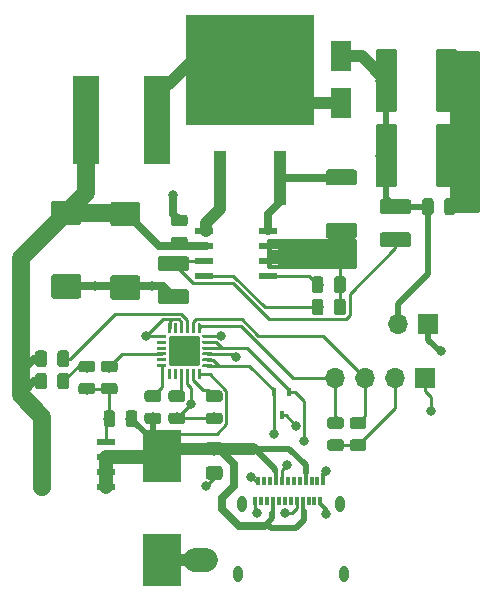
<source format=gtl>
G04 #@! TF.GenerationSoftware,KiCad,Pcbnew,(5.0.0)*
G04 #@! TF.CreationDate,2018-10-04T02:53:49+10:00*
G04 #@! TF.ProjectId,usbPdTo180vdc,7573625064546F3138307664632E6B69,1*
G04 #@! TF.SameCoordinates,Original*
G04 #@! TF.FileFunction,Copper,L1,Top,Signal*
G04 #@! TF.FilePolarity,Positive*
%FSLAX46Y46*%
G04 Gerber Fmt 4.6, Leading zero omitted, Abs format (unit mm)*
G04 Created by KiCad (PCBNEW (5.0.0)) date 10/04/18 02:53:49*
%MOMM*%
%LPD*%
G01*
G04 APERTURE LIST*
G04 #@! TA.AperFunction,SMDPad,CuDef*
%ADD10R,1.800000X2.500000*%
G04 #@! TD*
G04 #@! TA.AperFunction,SMDPad,CuDef*
%ADD11R,3.300000X4.500000*%
G04 #@! TD*
G04 #@! TA.AperFunction,SMDPad,CuDef*
%ADD12R,0.300000X0.700000*%
G04 #@! TD*
G04 #@! TA.AperFunction,ComponentPad*
%ADD13O,0.800000X1.400000*%
G04 #@! TD*
G04 #@! TA.AperFunction,Conductor*
%ADD14C,0.100000*%
G04 #@! TD*
G04 #@! TA.AperFunction,SMDPad,CuDef*
%ADD15C,0.975000*%
G04 #@! TD*
G04 #@! TA.AperFunction,SMDPad,CuDef*
%ADD16C,1.150000*%
G04 #@! TD*
G04 #@! TA.AperFunction,SMDPad,CuDef*
%ADD17C,2.075000*%
G04 #@! TD*
G04 #@! TA.AperFunction,SMDPad,CuDef*
%ADD18C,1.800000*%
G04 #@! TD*
G04 #@! TA.AperFunction,SMDPad,CuDef*
%ADD19R,0.450000X0.700000*%
G04 #@! TD*
G04 #@! TA.AperFunction,SMDPad,CuDef*
%ADD20R,2.200000X7.500000*%
G04 #@! TD*
G04 #@! TA.AperFunction,SMDPad,CuDef*
%ADD21C,1.250000*%
G04 #@! TD*
G04 #@! TA.AperFunction,SMDPad,CuDef*
%ADD22C,1.350000*%
G04 #@! TD*
G04 #@! TA.AperFunction,SMDPad,CuDef*
%ADD23R,1.100000X4.600000*%
G04 #@! TD*
G04 #@! TA.AperFunction,SMDPad,CuDef*
%ADD24R,10.800000X9.400000*%
G04 #@! TD*
G04 #@! TA.AperFunction,SMDPad,CuDef*
%ADD25C,0.250000*%
G04 #@! TD*
G04 #@! TA.AperFunction,SMDPad,CuDef*
%ADD26C,2.600000*%
G04 #@! TD*
G04 #@! TA.AperFunction,ComponentPad*
%ADD27R,1.700000X1.700000*%
G04 #@! TD*
G04 #@! TA.AperFunction,ComponentPad*
%ADD28O,1.700000X1.700000*%
G04 #@! TD*
G04 #@! TA.AperFunction,SMDPad,CuDef*
%ADD29R,1.550000X0.600000*%
G04 #@! TD*
G04 #@! TA.AperFunction,ViaPad*
%ADD30C,0.800000*%
G04 #@! TD*
G04 #@! TA.AperFunction,Conductor*
%ADD31C,0.250000*%
G04 #@! TD*
G04 #@! TA.AperFunction,Conductor*
%ADD32C,0.600000*%
G04 #@! TD*
G04 #@! TA.AperFunction,Conductor*
%ADD33C,0.300000*%
G04 #@! TD*
G04 #@! TA.AperFunction,Conductor*
%ADD34C,0.500000*%
G04 #@! TD*
G04 #@! TA.AperFunction,Conductor*
%ADD35C,2.000000*%
G04 #@! TD*
G04 #@! TA.AperFunction,Conductor*
%ADD36C,1.000000*%
G04 #@! TD*
G04 #@! TA.AperFunction,Conductor*
%ADD37C,0.700000*%
G04 #@! TD*
G04 #@! TA.AperFunction,Conductor*
%ADD38C,0.550000*%
G04 #@! TD*
G04 #@! TA.AperFunction,Conductor*
%ADD39C,1.500000*%
G04 #@! TD*
G04 #@! TA.AperFunction,Conductor*
%ADD40C,0.350000*%
G04 #@! TD*
G04 #@! TA.AperFunction,Conductor*
%ADD41C,1.200000*%
G04 #@! TD*
G04 #@! TA.AperFunction,Conductor*
%ADD42C,0.254000*%
G04 #@! TD*
G04 APERTURE END LIST*
D10*
G04 #@! TO.P,D1,2*
G04 #@! TO.N,Net-(D1-Pad2)*
X140970000Y-78105000D03*
G04 #@! TO.P,D1,1*
G04 #@! TO.N,HV+*
X140970000Y-74105000D03*
G04 #@! TD*
D11*
G04 #@! TO.P,D2,1*
G04 #@! TO.N,Vin*
X125762091Y-107999573D03*
G04 #@! TO.P,D2,2*
G04 #@! TO.N,GND*
X125762091Y-116799573D03*
G04 #@! TD*
D12*
G04 #@! TO.P,J1,B12*
G04 #@! TO.N,GND*
X133692091Y-111809573D03*
G04 #@! TO.P,J1,B11*
G04 #@! TO.N,Net-(J1-PadB11)*
X134192091Y-111809573D03*
G04 #@! TO.P,J1,B10*
G04 #@! TO.N,Net-(J1-PadB10)*
X134692091Y-111809573D03*
G04 #@! TO.P,J1,B9*
G04 #@! TO.N,Vin*
X135192091Y-111809573D03*
G04 #@! TO.P,J1,B8*
G04 #@! TO.N,Net-(J1-PadB8)*
X135692091Y-111809573D03*
G04 #@! TO.P,J1,B7*
G04 #@! TO.N,Net-(J1-PadB7)*
X136192091Y-111809573D03*
G04 #@! TO.P,J1,B6*
G04 #@! TO.N,Net-(J1-PadB6)*
X136692091Y-111809573D03*
G04 #@! TO.P,J1,B5*
G04 #@! TO.N,Net-(D3-Pad1)*
X137192091Y-111809573D03*
G04 #@! TO.P,J1,B4*
G04 #@! TO.N,Vin*
X137692091Y-111809573D03*
G04 #@! TO.P,J1,B3*
G04 #@! TO.N,Net-(J1-PadB3)*
X138192091Y-111809573D03*
G04 #@! TO.P,J1,B2*
G04 #@! TO.N,Net-(J1-PadB2)*
X138692091Y-111809573D03*
D13*
G04 #@! TO.P,J1,S1*
G04 #@! TO.N,N/C*
X132202091Y-117969573D03*
X141182091Y-117969573D03*
X140822091Y-112019573D03*
D12*
G04 #@! TO.P,J1,B1*
G04 #@! TO.N,GND*
X139192091Y-111809573D03*
G04 #@! TO.P,J1,A11*
G04 #@! TO.N,Net-(J1-PadA11)*
X138942091Y-110109573D03*
G04 #@! TO.P,J1,A8*
G04 #@! TO.N,Net-(J1-PadA8)*
X137442091Y-110109573D03*
G04 #@! TO.P,J1,A9*
G04 #@! TO.N,Vin*
X137942091Y-110109573D03*
G04 #@! TO.P,J1,A10*
G04 #@! TO.N,Net-(J1-PadA10)*
X138442091Y-110109573D03*
G04 #@! TO.P,J1,A12*
G04 #@! TO.N,GND*
X139442091Y-110109573D03*
G04 #@! TO.P,J1,A7*
G04 #@! TO.N,Net-(J1-PadA7)*
X136942091Y-110109573D03*
G04 #@! TO.P,J1,A6*
G04 #@! TO.N,Net-(J1-PadA6)*
X136442091Y-110109573D03*
G04 #@! TO.P,J1,A5*
G04 #@! TO.N,Net-(D3-Pad2)*
X135942091Y-110109573D03*
G04 #@! TO.P,J1,A4*
G04 #@! TO.N,Vin*
X135442091Y-110109573D03*
G04 #@! TO.P,J1,A3*
G04 #@! TO.N,Net-(J1-PadA3)*
X134942091Y-110109573D03*
G04 #@! TO.P,J1,A2*
G04 #@! TO.N,Net-(J1-PadA2)*
X134442091Y-110109573D03*
G04 #@! TO.P,J1,A1*
G04 #@! TO.N,GND*
X133942091Y-110109573D03*
D13*
G04 #@! TO.P,J1,S1*
G04 #@! TO.N,N/C*
X132562091Y-112019573D03*
G04 #@! TD*
D14*
G04 #@! TO.N,Net-(C1-Pad1)*
G04 #@! TO.C,C1*
G36*
X139235642Y-92773174D02*
X139259303Y-92776684D01*
X139282507Y-92782496D01*
X139305029Y-92790554D01*
X139326653Y-92800782D01*
X139347170Y-92813079D01*
X139366383Y-92827329D01*
X139384107Y-92843393D01*
X139400171Y-92861117D01*
X139414421Y-92880330D01*
X139426718Y-92900847D01*
X139436946Y-92922471D01*
X139445004Y-92944993D01*
X139450816Y-92968197D01*
X139454326Y-92991858D01*
X139455500Y-93015750D01*
X139455500Y-93928250D01*
X139454326Y-93952142D01*
X139450816Y-93975803D01*
X139445004Y-93999007D01*
X139436946Y-94021529D01*
X139426718Y-94043153D01*
X139414421Y-94063670D01*
X139400171Y-94082883D01*
X139384107Y-94100607D01*
X139366383Y-94116671D01*
X139347170Y-94130921D01*
X139326653Y-94143218D01*
X139305029Y-94153446D01*
X139282507Y-94161504D01*
X139259303Y-94167316D01*
X139235642Y-94170826D01*
X139211750Y-94172000D01*
X138724250Y-94172000D01*
X138700358Y-94170826D01*
X138676697Y-94167316D01*
X138653493Y-94161504D01*
X138630971Y-94153446D01*
X138609347Y-94143218D01*
X138588830Y-94130921D01*
X138569617Y-94116671D01*
X138551893Y-94100607D01*
X138535829Y-94082883D01*
X138521579Y-94063670D01*
X138509282Y-94043153D01*
X138499054Y-94021529D01*
X138490996Y-93999007D01*
X138485184Y-93975803D01*
X138481674Y-93952142D01*
X138480500Y-93928250D01*
X138480500Y-93015750D01*
X138481674Y-92991858D01*
X138485184Y-92968197D01*
X138490996Y-92944993D01*
X138499054Y-92922471D01*
X138509282Y-92900847D01*
X138521579Y-92880330D01*
X138535829Y-92861117D01*
X138551893Y-92843393D01*
X138569617Y-92827329D01*
X138588830Y-92813079D01*
X138609347Y-92800782D01*
X138630971Y-92790554D01*
X138653493Y-92782496D01*
X138676697Y-92776684D01*
X138700358Y-92773174D01*
X138724250Y-92772000D01*
X139211750Y-92772000D01*
X139235642Y-92773174D01*
X139235642Y-92773174D01*
G37*
D15*
G04 #@! TD*
G04 #@! TO.P,C1,1*
G04 #@! TO.N,Net-(C1-Pad1)*
X138968000Y-93472000D03*
D14*
G04 #@! TO.N,GND*
G04 #@! TO.C,C1*
G36*
X141110642Y-92773174D02*
X141134303Y-92776684D01*
X141157507Y-92782496D01*
X141180029Y-92790554D01*
X141201653Y-92800782D01*
X141222170Y-92813079D01*
X141241383Y-92827329D01*
X141259107Y-92843393D01*
X141275171Y-92861117D01*
X141289421Y-92880330D01*
X141301718Y-92900847D01*
X141311946Y-92922471D01*
X141320004Y-92944993D01*
X141325816Y-92968197D01*
X141329326Y-92991858D01*
X141330500Y-93015750D01*
X141330500Y-93928250D01*
X141329326Y-93952142D01*
X141325816Y-93975803D01*
X141320004Y-93999007D01*
X141311946Y-94021529D01*
X141301718Y-94043153D01*
X141289421Y-94063670D01*
X141275171Y-94082883D01*
X141259107Y-94100607D01*
X141241383Y-94116671D01*
X141222170Y-94130921D01*
X141201653Y-94143218D01*
X141180029Y-94153446D01*
X141157507Y-94161504D01*
X141134303Y-94167316D01*
X141110642Y-94170826D01*
X141086750Y-94172000D01*
X140599250Y-94172000D01*
X140575358Y-94170826D01*
X140551697Y-94167316D01*
X140528493Y-94161504D01*
X140505971Y-94153446D01*
X140484347Y-94143218D01*
X140463830Y-94130921D01*
X140444617Y-94116671D01*
X140426893Y-94100607D01*
X140410829Y-94082883D01*
X140396579Y-94063670D01*
X140384282Y-94043153D01*
X140374054Y-94021529D01*
X140365996Y-93999007D01*
X140360184Y-93975803D01*
X140356674Y-93952142D01*
X140355500Y-93928250D01*
X140355500Y-93015750D01*
X140356674Y-92991858D01*
X140360184Y-92968197D01*
X140365996Y-92944993D01*
X140374054Y-92922471D01*
X140384282Y-92900847D01*
X140396579Y-92880330D01*
X140410829Y-92861117D01*
X140426893Y-92843393D01*
X140444617Y-92827329D01*
X140463830Y-92813079D01*
X140484347Y-92800782D01*
X140505971Y-92790554D01*
X140528493Y-92782496D01*
X140551697Y-92776684D01*
X140575358Y-92773174D01*
X140599250Y-92772000D01*
X141086750Y-92772000D01*
X141110642Y-92773174D01*
X141110642Y-92773174D01*
G37*
D15*
G04 #@! TD*
G04 #@! TO.P,C1,2*
G04 #@! TO.N,GND*
X140843000Y-93472000D03*
D14*
G04 #@! TO.N,GND*
G04 #@! TO.C,C2*
G36*
X130681596Y-108840777D02*
X130705864Y-108844377D01*
X130729663Y-108850338D01*
X130752762Y-108858603D01*
X130774941Y-108869093D01*
X130795984Y-108881705D01*
X130815690Y-108896320D01*
X130833868Y-108912796D01*
X130850344Y-108930974D01*
X130864959Y-108950680D01*
X130877571Y-108971723D01*
X130888061Y-108993902D01*
X130896326Y-109017001D01*
X130902287Y-109040800D01*
X130905887Y-109065068D01*
X130907091Y-109089572D01*
X130907091Y-109739574D01*
X130905887Y-109764078D01*
X130902287Y-109788346D01*
X130896326Y-109812145D01*
X130888061Y-109835244D01*
X130877571Y-109857423D01*
X130864959Y-109878466D01*
X130850344Y-109898172D01*
X130833868Y-109916350D01*
X130815690Y-109932826D01*
X130795984Y-109947441D01*
X130774941Y-109960053D01*
X130752762Y-109970543D01*
X130729663Y-109978808D01*
X130705864Y-109984769D01*
X130681596Y-109988369D01*
X130657092Y-109989573D01*
X129757090Y-109989573D01*
X129732586Y-109988369D01*
X129708318Y-109984769D01*
X129684519Y-109978808D01*
X129661420Y-109970543D01*
X129639241Y-109960053D01*
X129618198Y-109947441D01*
X129598492Y-109932826D01*
X129580314Y-109916350D01*
X129563838Y-109898172D01*
X129549223Y-109878466D01*
X129536611Y-109857423D01*
X129526121Y-109835244D01*
X129517856Y-109812145D01*
X129511895Y-109788346D01*
X129508295Y-109764078D01*
X129507091Y-109739574D01*
X129507091Y-109089572D01*
X129508295Y-109065068D01*
X129511895Y-109040800D01*
X129517856Y-109017001D01*
X129526121Y-108993902D01*
X129536611Y-108971723D01*
X129549223Y-108950680D01*
X129563838Y-108930974D01*
X129580314Y-108912796D01*
X129598492Y-108896320D01*
X129618198Y-108881705D01*
X129639241Y-108869093D01*
X129661420Y-108858603D01*
X129684519Y-108850338D01*
X129708318Y-108844377D01*
X129732586Y-108840777D01*
X129757090Y-108839573D01*
X130657092Y-108839573D01*
X130681596Y-108840777D01*
X130681596Y-108840777D01*
G37*
D16*
G04 #@! TD*
G04 #@! TO.P,C2,2*
G04 #@! TO.N,GND*
X130207091Y-109414573D03*
D14*
G04 #@! TO.N,Vin*
G04 #@! TO.C,C2*
G36*
X130681596Y-106790777D02*
X130705864Y-106794377D01*
X130729663Y-106800338D01*
X130752762Y-106808603D01*
X130774941Y-106819093D01*
X130795984Y-106831705D01*
X130815690Y-106846320D01*
X130833868Y-106862796D01*
X130850344Y-106880974D01*
X130864959Y-106900680D01*
X130877571Y-106921723D01*
X130888061Y-106943902D01*
X130896326Y-106967001D01*
X130902287Y-106990800D01*
X130905887Y-107015068D01*
X130907091Y-107039572D01*
X130907091Y-107689574D01*
X130905887Y-107714078D01*
X130902287Y-107738346D01*
X130896326Y-107762145D01*
X130888061Y-107785244D01*
X130877571Y-107807423D01*
X130864959Y-107828466D01*
X130850344Y-107848172D01*
X130833868Y-107866350D01*
X130815690Y-107882826D01*
X130795984Y-107897441D01*
X130774941Y-107910053D01*
X130752762Y-107920543D01*
X130729663Y-107928808D01*
X130705864Y-107934769D01*
X130681596Y-107938369D01*
X130657092Y-107939573D01*
X129757090Y-107939573D01*
X129732586Y-107938369D01*
X129708318Y-107934769D01*
X129684519Y-107928808D01*
X129661420Y-107920543D01*
X129639241Y-107910053D01*
X129618198Y-107897441D01*
X129598492Y-107882826D01*
X129580314Y-107866350D01*
X129563838Y-107848172D01*
X129549223Y-107828466D01*
X129536611Y-107807423D01*
X129526121Y-107785244D01*
X129517856Y-107762145D01*
X129511895Y-107738346D01*
X129508295Y-107714078D01*
X129507091Y-107689574D01*
X129507091Y-107039572D01*
X129508295Y-107015068D01*
X129511895Y-106990800D01*
X129517856Y-106967001D01*
X129526121Y-106943902D01*
X129536611Y-106921723D01*
X129549223Y-106900680D01*
X129563838Y-106880974D01*
X129580314Y-106862796D01*
X129598492Y-106846320D01*
X129618198Y-106831705D01*
X129639241Y-106819093D01*
X129661420Y-106808603D01*
X129684519Y-106800338D01*
X129708318Y-106794377D01*
X129732586Y-106790777D01*
X129757090Y-106789573D01*
X130657092Y-106789573D01*
X130681596Y-106790777D01*
X130681596Y-106790777D01*
G37*
D16*
G04 #@! TD*
G04 #@! TO.P,C2,1*
G04 #@! TO.N,Vin*
X130207091Y-107364573D03*
D14*
G04 #@! TO.N,GND*
G04 #@! TO.C,C3*
G36*
X123731504Y-92689704D02*
X123755773Y-92693304D01*
X123779571Y-92699265D01*
X123802671Y-92707530D01*
X123824849Y-92718020D01*
X123845893Y-92730633D01*
X123865598Y-92745247D01*
X123883777Y-92761723D01*
X123900253Y-92779902D01*
X123914867Y-92799607D01*
X123927480Y-92820651D01*
X123937970Y-92842829D01*
X123946235Y-92865929D01*
X123952196Y-92889727D01*
X123955796Y-92913996D01*
X123957000Y-92938500D01*
X123957000Y-94513500D01*
X123955796Y-94538004D01*
X123952196Y-94562273D01*
X123946235Y-94586071D01*
X123937970Y-94609171D01*
X123927480Y-94631349D01*
X123914867Y-94652393D01*
X123900253Y-94672098D01*
X123883777Y-94690277D01*
X123865598Y-94706753D01*
X123845893Y-94721367D01*
X123824849Y-94733980D01*
X123802671Y-94744470D01*
X123779571Y-94752735D01*
X123755773Y-94758696D01*
X123731504Y-94762296D01*
X123707000Y-94763500D01*
X121657000Y-94763500D01*
X121632496Y-94762296D01*
X121608227Y-94758696D01*
X121584429Y-94752735D01*
X121561329Y-94744470D01*
X121539151Y-94733980D01*
X121518107Y-94721367D01*
X121498402Y-94706753D01*
X121480223Y-94690277D01*
X121463747Y-94672098D01*
X121449133Y-94652393D01*
X121436520Y-94631349D01*
X121426030Y-94609171D01*
X121417765Y-94586071D01*
X121411804Y-94562273D01*
X121408204Y-94538004D01*
X121407000Y-94513500D01*
X121407000Y-92938500D01*
X121408204Y-92913996D01*
X121411804Y-92889727D01*
X121417765Y-92865929D01*
X121426030Y-92842829D01*
X121436520Y-92820651D01*
X121449133Y-92799607D01*
X121463747Y-92779902D01*
X121480223Y-92761723D01*
X121498402Y-92745247D01*
X121518107Y-92730633D01*
X121539151Y-92718020D01*
X121561329Y-92707530D01*
X121584429Y-92699265D01*
X121608227Y-92693304D01*
X121632496Y-92689704D01*
X121657000Y-92688500D01*
X123707000Y-92688500D01*
X123731504Y-92689704D01*
X123731504Y-92689704D01*
G37*
D17*
G04 #@! TD*
G04 #@! TO.P,C3,2*
G04 #@! TO.N,GND*
X122682000Y-93726000D03*
D14*
G04 #@! TO.N,+15V*
G04 #@! TO.C,C3*
G36*
X123731504Y-86464704D02*
X123755773Y-86468304D01*
X123779571Y-86474265D01*
X123802671Y-86482530D01*
X123824849Y-86493020D01*
X123845893Y-86505633D01*
X123865598Y-86520247D01*
X123883777Y-86536723D01*
X123900253Y-86554902D01*
X123914867Y-86574607D01*
X123927480Y-86595651D01*
X123937970Y-86617829D01*
X123946235Y-86640929D01*
X123952196Y-86664727D01*
X123955796Y-86688996D01*
X123957000Y-86713500D01*
X123957000Y-88288500D01*
X123955796Y-88313004D01*
X123952196Y-88337273D01*
X123946235Y-88361071D01*
X123937970Y-88384171D01*
X123927480Y-88406349D01*
X123914867Y-88427393D01*
X123900253Y-88447098D01*
X123883777Y-88465277D01*
X123865598Y-88481753D01*
X123845893Y-88496367D01*
X123824849Y-88508980D01*
X123802671Y-88519470D01*
X123779571Y-88527735D01*
X123755773Y-88533696D01*
X123731504Y-88537296D01*
X123707000Y-88538500D01*
X121657000Y-88538500D01*
X121632496Y-88537296D01*
X121608227Y-88533696D01*
X121584429Y-88527735D01*
X121561329Y-88519470D01*
X121539151Y-88508980D01*
X121518107Y-88496367D01*
X121498402Y-88481753D01*
X121480223Y-88465277D01*
X121463747Y-88447098D01*
X121449133Y-88427393D01*
X121436520Y-88406349D01*
X121426030Y-88384171D01*
X121417765Y-88361071D01*
X121411804Y-88337273D01*
X121408204Y-88313004D01*
X121407000Y-88288500D01*
X121407000Y-86713500D01*
X121408204Y-86688996D01*
X121411804Y-86664727D01*
X121417765Y-86640929D01*
X121426030Y-86617829D01*
X121436520Y-86595651D01*
X121449133Y-86574607D01*
X121463747Y-86554902D01*
X121480223Y-86536723D01*
X121498402Y-86520247D01*
X121518107Y-86505633D01*
X121539151Y-86493020D01*
X121561329Y-86482530D01*
X121584429Y-86474265D01*
X121608227Y-86468304D01*
X121632496Y-86464704D01*
X121657000Y-86463500D01*
X123707000Y-86463500D01*
X123731504Y-86464704D01*
X123731504Y-86464704D01*
G37*
D17*
G04 #@! TD*
G04 #@! TO.P,C3,1*
G04 #@! TO.N,+15V*
X122682000Y-87501000D03*
D14*
G04 #@! TO.N,+15V*
G04 #@! TO.C,C4*
G36*
X118713611Y-86363719D02*
X118737880Y-86367319D01*
X118761678Y-86373280D01*
X118784778Y-86381545D01*
X118806956Y-86392035D01*
X118828000Y-86404648D01*
X118847705Y-86419262D01*
X118865884Y-86435738D01*
X118882360Y-86453917D01*
X118896974Y-86473622D01*
X118909587Y-86494666D01*
X118920077Y-86516844D01*
X118928342Y-86539944D01*
X118934303Y-86563742D01*
X118937903Y-86588011D01*
X118939107Y-86612515D01*
X118939107Y-88187515D01*
X118937903Y-88212019D01*
X118934303Y-88236288D01*
X118928342Y-88260086D01*
X118920077Y-88283186D01*
X118909587Y-88305364D01*
X118896974Y-88326408D01*
X118882360Y-88346113D01*
X118865884Y-88364292D01*
X118847705Y-88380768D01*
X118828000Y-88395382D01*
X118806956Y-88407995D01*
X118784778Y-88418485D01*
X118761678Y-88426750D01*
X118737880Y-88432711D01*
X118713611Y-88436311D01*
X118689107Y-88437515D01*
X116639107Y-88437515D01*
X116614603Y-88436311D01*
X116590334Y-88432711D01*
X116566536Y-88426750D01*
X116543436Y-88418485D01*
X116521258Y-88407995D01*
X116500214Y-88395382D01*
X116480509Y-88380768D01*
X116462330Y-88364292D01*
X116445854Y-88346113D01*
X116431240Y-88326408D01*
X116418627Y-88305364D01*
X116408137Y-88283186D01*
X116399872Y-88260086D01*
X116393911Y-88236288D01*
X116390311Y-88212019D01*
X116389107Y-88187515D01*
X116389107Y-86612515D01*
X116390311Y-86588011D01*
X116393911Y-86563742D01*
X116399872Y-86539944D01*
X116408137Y-86516844D01*
X116418627Y-86494666D01*
X116431240Y-86473622D01*
X116445854Y-86453917D01*
X116462330Y-86435738D01*
X116480509Y-86419262D01*
X116500214Y-86404648D01*
X116521258Y-86392035D01*
X116543436Y-86381545D01*
X116566536Y-86373280D01*
X116590334Y-86367319D01*
X116614603Y-86363719D01*
X116639107Y-86362515D01*
X118689107Y-86362515D01*
X118713611Y-86363719D01*
X118713611Y-86363719D01*
G37*
D17*
G04 #@! TD*
G04 #@! TO.P,C4,1*
G04 #@! TO.N,+15V*
X117664107Y-87400015D03*
D14*
G04 #@! TO.N,GND*
G04 #@! TO.C,C4*
G36*
X118713611Y-92588719D02*
X118737880Y-92592319D01*
X118761678Y-92598280D01*
X118784778Y-92606545D01*
X118806956Y-92617035D01*
X118828000Y-92629648D01*
X118847705Y-92644262D01*
X118865884Y-92660738D01*
X118882360Y-92678917D01*
X118896974Y-92698622D01*
X118909587Y-92719666D01*
X118920077Y-92741844D01*
X118928342Y-92764944D01*
X118934303Y-92788742D01*
X118937903Y-92813011D01*
X118939107Y-92837515D01*
X118939107Y-94412515D01*
X118937903Y-94437019D01*
X118934303Y-94461288D01*
X118928342Y-94485086D01*
X118920077Y-94508186D01*
X118909587Y-94530364D01*
X118896974Y-94551408D01*
X118882360Y-94571113D01*
X118865884Y-94589292D01*
X118847705Y-94605768D01*
X118828000Y-94620382D01*
X118806956Y-94632995D01*
X118784778Y-94643485D01*
X118761678Y-94651750D01*
X118737880Y-94657711D01*
X118713611Y-94661311D01*
X118689107Y-94662515D01*
X116639107Y-94662515D01*
X116614603Y-94661311D01*
X116590334Y-94657711D01*
X116566536Y-94651750D01*
X116543436Y-94643485D01*
X116521258Y-94632995D01*
X116500214Y-94620382D01*
X116480509Y-94605768D01*
X116462330Y-94589292D01*
X116445854Y-94571113D01*
X116431240Y-94551408D01*
X116418627Y-94530364D01*
X116408137Y-94508186D01*
X116399872Y-94485086D01*
X116393911Y-94461288D01*
X116390311Y-94437019D01*
X116389107Y-94412515D01*
X116389107Y-92837515D01*
X116390311Y-92813011D01*
X116393911Y-92788742D01*
X116399872Y-92764944D01*
X116408137Y-92741844D01*
X116418627Y-92719666D01*
X116431240Y-92698622D01*
X116445854Y-92678917D01*
X116462330Y-92660738D01*
X116480509Y-92644262D01*
X116500214Y-92629648D01*
X116521258Y-92617035D01*
X116543436Y-92606545D01*
X116566536Y-92598280D01*
X116590334Y-92592319D01*
X116614603Y-92588719D01*
X116639107Y-92587515D01*
X118689107Y-92587515D01*
X118713611Y-92588719D01*
X118713611Y-92588719D01*
G37*
D17*
G04 #@! TD*
G04 #@! TO.P,C4,2*
G04 #@! TO.N,GND*
X117664107Y-93625015D03*
D14*
G04 #@! TO.N,GND*
G04 #@! TO.C,C5*
G36*
X127734142Y-87554674D02*
X127757803Y-87558184D01*
X127781007Y-87563996D01*
X127803529Y-87572054D01*
X127825153Y-87582282D01*
X127845670Y-87594579D01*
X127864883Y-87608829D01*
X127882607Y-87624893D01*
X127898671Y-87642617D01*
X127912921Y-87661830D01*
X127925218Y-87682347D01*
X127935446Y-87703971D01*
X127943504Y-87726493D01*
X127949316Y-87749697D01*
X127952826Y-87773358D01*
X127954000Y-87797250D01*
X127954000Y-88284750D01*
X127952826Y-88308642D01*
X127949316Y-88332303D01*
X127943504Y-88355507D01*
X127935446Y-88378029D01*
X127925218Y-88399653D01*
X127912921Y-88420170D01*
X127898671Y-88439383D01*
X127882607Y-88457107D01*
X127864883Y-88473171D01*
X127845670Y-88487421D01*
X127825153Y-88499718D01*
X127803529Y-88509946D01*
X127781007Y-88518004D01*
X127757803Y-88523816D01*
X127734142Y-88527326D01*
X127710250Y-88528500D01*
X126797750Y-88528500D01*
X126773858Y-88527326D01*
X126750197Y-88523816D01*
X126726993Y-88518004D01*
X126704471Y-88509946D01*
X126682847Y-88499718D01*
X126662330Y-88487421D01*
X126643117Y-88473171D01*
X126625393Y-88457107D01*
X126609329Y-88439383D01*
X126595079Y-88420170D01*
X126582782Y-88399653D01*
X126572554Y-88378029D01*
X126564496Y-88355507D01*
X126558684Y-88332303D01*
X126555174Y-88308642D01*
X126554000Y-88284750D01*
X126554000Y-87797250D01*
X126555174Y-87773358D01*
X126558684Y-87749697D01*
X126564496Y-87726493D01*
X126572554Y-87703971D01*
X126582782Y-87682347D01*
X126595079Y-87661830D01*
X126609329Y-87642617D01*
X126625393Y-87624893D01*
X126643117Y-87608829D01*
X126662330Y-87594579D01*
X126682847Y-87582282D01*
X126704471Y-87572054D01*
X126726993Y-87563996D01*
X126750197Y-87558184D01*
X126773858Y-87554674D01*
X126797750Y-87553500D01*
X127710250Y-87553500D01*
X127734142Y-87554674D01*
X127734142Y-87554674D01*
G37*
D15*
G04 #@! TD*
G04 #@! TO.P,C5,2*
G04 #@! TO.N,GND*
X127254000Y-88041000D03*
D14*
G04 #@! TO.N,+15V*
G04 #@! TO.C,C5*
G36*
X127734142Y-89429674D02*
X127757803Y-89433184D01*
X127781007Y-89438996D01*
X127803529Y-89447054D01*
X127825153Y-89457282D01*
X127845670Y-89469579D01*
X127864883Y-89483829D01*
X127882607Y-89499893D01*
X127898671Y-89517617D01*
X127912921Y-89536830D01*
X127925218Y-89557347D01*
X127935446Y-89578971D01*
X127943504Y-89601493D01*
X127949316Y-89624697D01*
X127952826Y-89648358D01*
X127954000Y-89672250D01*
X127954000Y-90159750D01*
X127952826Y-90183642D01*
X127949316Y-90207303D01*
X127943504Y-90230507D01*
X127935446Y-90253029D01*
X127925218Y-90274653D01*
X127912921Y-90295170D01*
X127898671Y-90314383D01*
X127882607Y-90332107D01*
X127864883Y-90348171D01*
X127845670Y-90362421D01*
X127825153Y-90374718D01*
X127803529Y-90384946D01*
X127781007Y-90393004D01*
X127757803Y-90398816D01*
X127734142Y-90402326D01*
X127710250Y-90403500D01*
X126797750Y-90403500D01*
X126773858Y-90402326D01*
X126750197Y-90398816D01*
X126726993Y-90393004D01*
X126704471Y-90384946D01*
X126682847Y-90374718D01*
X126662330Y-90362421D01*
X126643117Y-90348171D01*
X126625393Y-90332107D01*
X126609329Y-90314383D01*
X126595079Y-90295170D01*
X126582782Y-90274653D01*
X126572554Y-90253029D01*
X126564496Y-90230507D01*
X126558684Y-90207303D01*
X126555174Y-90183642D01*
X126554000Y-90159750D01*
X126554000Y-89672250D01*
X126555174Y-89648358D01*
X126558684Y-89624697D01*
X126564496Y-89601493D01*
X126572554Y-89578971D01*
X126582782Y-89557347D01*
X126595079Y-89536830D01*
X126609329Y-89517617D01*
X126625393Y-89499893D01*
X126643117Y-89483829D01*
X126662330Y-89469579D01*
X126682847Y-89457282D01*
X126704471Y-89447054D01*
X126726993Y-89438996D01*
X126750197Y-89433184D01*
X126773858Y-89429674D01*
X126797750Y-89428500D01*
X127710250Y-89428500D01*
X127734142Y-89429674D01*
X127734142Y-89429674D01*
G37*
D15*
G04 #@! TD*
G04 #@! TO.P,C5,1*
G04 #@! TO.N,+15V*
X127254000Y-89916000D03*
D14*
G04 #@! TO.N,Net-(C6-Pad1)*
G04 #@! TO.C,C6*
G36*
X130687233Y-102433247D02*
X130710894Y-102436757D01*
X130734098Y-102442569D01*
X130756620Y-102450627D01*
X130778244Y-102460855D01*
X130798761Y-102473152D01*
X130817974Y-102487402D01*
X130835698Y-102503466D01*
X130851762Y-102521190D01*
X130866012Y-102540403D01*
X130878309Y-102560920D01*
X130888537Y-102582544D01*
X130896595Y-102605066D01*
X130902407Y-102628270D01*
X130905917Y-102651931D01*
X130907091Y-102675823D01*
X130907091Y-103163323D01*
X130905917Y-103187215D01*
X130902407Y-103210876D01*
X130896595Y-103234080D01*
X130888537Y-103256602D01*
X130878309Y-103278226D01*
X130866012Y-103298743D01*
X130851762Y-103317956D01*
X130835698Y-103335680D01*
X130817974Y-103351744D01*
X130798761Y-103365994D01*
X130778244Y-103378291D01*
X130756620Y-103388519D01*
X130734098Y-103396577D01*
X130710894Y-103402389D01*
X130687233Y-103405899D01*
X130663341Y-103407073D01*
X129750841Y-103407073D01*
X129726949Y-103405899D01*
X129703288Y-103402389D01*
X129680084Y-103396577D01*
X129657562Y-103388519D01*
X129635938Y-103378291D01*
X129615421Y-103365994D01*
X129596208Y-103351744D01*
X129578484Y-103335680D01*
X129562420Y-103317956D01*
X129548170Y-103298743D01*
X129535873Y-103278226D01*
X129525645Y-103256602D01*
X129517587Y-103234080D01*
X129511775Y-103210876D01*
X129508265Y-103187215D01*
X129507091Y-103163323D01*
X129507091Y-102675823D01*
X129508265Y-102651931D01*
X129511775Y-102628270D01*
X129517587Y-102605066D01*
X129525645Y-102582544D01*
X129535873Y-102560920D01*
X129548170Y-102540403D01*
X129562420Y-102521190D01*
X129578484Y-102503466D01*
X129596208Y-102487402D01*
X129615421Y-102473152D01*
X129635938Y-102460855D01*
X129657562Y-102450627D01*
X129680084Y-102442569D01*
X129703288Y-102436757D01*
X129726949Y-102433247D01*
X129750841Y-102432073D01*
X130663341Y-102432073D01*
X130687233Y-102433247D01*
X130687233Y-102433247D01*
G37*
D15*
G04 #@! TD*
G04 #@! TO.P,C6,1*
G04 #@! TO.N,Net-(C6-Pad1)*
X130207091Y-102919573D03*
D14*
G04 #@! TO.N,GND*
G04 #@! TO.C,C6*
G36*
X130687233Y-104308247D02*
X130710894Y-104311757D01*
X130734098Y-104317569D01*
X130756620Y-104325627D01*
X130778244Y-104335855D01*
X130798761Y-104348152D01*
X130817974Y-104362402D01*
X130835698Y-104378466D01*
X130851762Y-104396190D01*
X130866012Y-104415403D01*
X130878309Y-104435920D01*
X130888537Y-104457544D01*
X130896595Y-104480066D01*
X130902407Y-104503270D01*
X130905917Y-104526931D01*
X130907091Y-104550823D01*
X130907091Y-105038323D01*
X130905917Y-105062215D01*
X130902407Y-105085876D01*
X130896595Y-105109080D01*
X130888537Y-105131602D01*
X130878309Y-105153226D01*
X130866012Y-105173743D01*
X130851762Y-105192956D01*
X130835698Y-105210680D01*
X130817974Y-105226744D01*
X130798761Y-105240994D01*
X130778244Y-105253291D01*
X130756620Y-105263519D01*
X130734098Y-105271577D01*
X130710894Y-105277389D01*
X130687233Y-105280899D01*
X130663341Y-105282073D01*
X129750841Y-105282073D01*
X129726949Y-105280899D01*
X129703288Y-105277389D01*
X129680084Y-105271577D01*
X129657562Y-105263519D01*
X129635938Y-105253291D01*
X129615421Y-105240994D01*
X129596208Y-105226744D01*
X129578484Y-105210680D01*
X129562420Y-105192956D01*
X129548170Y-105173743D01*
X129535873Y-105153226D01*
X129525645Y-105131602D01*
X129517587Y-105109080D01*
X129511775Y-105085876D01*
X129508265Y-105062215D01*
X129507091Y-105038323D01*
X129507091Y-104550823D01*
X129508265Y-104526931D01*
X129511775Y-104503270D01*
X129517587Y-104480066D01*
X129525645Y-104457544D01*
X129535873Y-104435920D01*
X129548170Y-104415403D01*
X129562420Y-104396190D01*
X129578484Y-104378466D01*
X129596208Y-104362402D01*
X129615421Y-104348152D01*
X129635938Y-104335855D01*
X129657562Y-104325627D01*
X129680084Y-104317569D01*
X129703288Y-104311757D01*
X129726949Y-104308247D01*
X129750841Y-104307073D01*
X130663341Y-104307073D01*
X130687233Y-104308247D01*
X130687233Y-104308247D01*
G37*
D15*
G04 #@! TD*
G04 #@! TO.P,C6,2*
G04 #@! TO.N,GND*
X130207091Y-104794573D03*
D14*
G04 #@! TO.N,GND*
G04 #@! TO.C,C7*
G36*
X127512233Y-104308247D02*
X127535894Y-104311757D01*
X127559098Y-104317569D01*
X127581620Y-104325627D01*
X127603244Y-104335855D01*
X127623761Y-104348152D01*
X127642974Y-104362402D01*
X127660698Y-104378466D01*
X127676762Y-104396190D01*
X127691012Y-104415403D01*
X127703309Y-104435920D01*
X127713537Y-104457544D01*
X127721595Y-104480066D01*
X127727407Y-104503270D01*
X127730917Y-104526931D01*
X127732091Y-104550823D01*
X127732091Y-105038323D01*
X127730917Y-105062215D01*
X127727407Y-105085876D01*
X127721595Y-105109080D01*
X127713537Y-105131602D01*
X127703309Y-105153226D01*
X127691012Y-105173743D01*
X127676762Y-105192956D01*
X127660698Y-105210680D01*
X127642974Y-105226744D01*
X127623761Y-105240994D01*
X127603244Y-105253291D01*
X127581620Y-105263519D01*
X127559098Y-105271577D01*
X127535894Y-105277389D01*
X127512233Y-105280899D01*
X127488341Y-105282073D01*
X126575841Y-105282073D01*
X126551949Y-105280899D01*
X126528288Y-105277389D01*
X126505084Y-105271577D01*
X126482562Y-105263519D01*
X126460938Y-105253291D01*
X126440421Y-105240994D01*
X126421208Y-105226744D01*
X126403484Y-105210680D01*
X126387420Y-105192956D01*
X126373170Y-105173743D01*
X126360873Y-105153226D01*
X126350645Y-105131602D01*
X126342587Y-105109080D01*
X126336775Y-105085876D01*
X126333265Y-105062215D01*
X126332091Y-105038323D01*
X126332091Y-104550823D01*
X126333265Y-104526931D01*
X126336775Y-104503270D01*
X126342587Y-104480066D01*
X126350645Y-104457544D01*
X126360873Y-104435920D01*
X126373170Y-104415403D01*
X126387420Y-104396190D01*
X126403484Y-104378466D01*
X126421208Y-104362402D01*
X126440421Y-104348152D01*
X126460938Y-104335855D01*
X126482562Y-104325627D01*
X126505084Y-104317569D01*
X126528288Y-104311757D01*
X126551949Y-104308247D01*
X126575841Y-104307073D01*
X127488341Y-104307073D01*
X127512233Y-104308247D01*
X127512233Y-104308247D01*
G37*
D15*
G04 #@! TD*
G04 #@! TO.P,C7,2*
G04 #@! TO.N,GND*
X127032091Y-104794573D03*
D14*
G04 #@! TO.N,Net-(C7-Pad1)*
G04 #@! TO.C,C7*
G36*
X127512233Y-102433247D02*
X127535894Y-102436757D01*
X127559098Y-102442569D01*
X127581620Y-102450627D01*
X127603244Y-102460855D01*
X127623761Y-102473152D01*
X127642974Y-102487402D01*
X127660698Y-102503466D01*
X127676762Y-102521190D01*
X127691012Y-102540403D01*
X127703309Y-102560920D01*
X127713537Y-102582544D01*
X127721595Y-102605066D01*
X127727407Y-102628270D01*
X127730917Y-102651931D01*
X127732091Y-102675823D01*
X127732091Y-103163323D01*
X127730917Y-103187215D01*
X127727407Y-103210876D01*
X127721595Y-103234080D01*
X127713537Y-103256602D01*
X127703309Y-103278226D01*
X127691012Y-103298743D01*
X127676762Y-103317956D01*
X127660698Y-103335680D01*
X127642974Y-103351744D01*
X127623761Y-103365994D01*
X127603244Y-103378291D01*
X127581620Y-103388519D01*
X127559098Y-103396577D01*
X127535894Y-103402389D01*
X127512233Y-103405899D01*
X127488341Y-103407073D01*
X126575841Y-103407073D01*
X126551949Y-103405899D01*
X126528288Y-103402389D01*
X126505084Y-103396577D01*
X126482562Y-103388519D01*
X126460938Y-103378291D01*
X126440421Y-103365994D01*
X126421208Y-103351744D01*
X126403484Y-103335680D01*
X126387420Y-103317956D01*
X126373170Y-103298743D01*
X126360873Y-103278226D01*
X126350645Y-103256602D01*
X126342587Y-103234080D01*
X126336775Y-103210876D01*
X126333265Y-103187215D01*
X126332091Y-103163323D01*
X126332091Y-102675823D01*
X126333265Y-102651931D01*
X126336775Y-102628270D01*
X126342587Y-102605066D01*
X126350645Y-102582544D01*
X126360873Y-102560920D01*
X126373170Y-102540403D01*
X126387420Y-102521190D01*
X126403484Y-102503466D01*
X126421208Y-102487402D01*
X126440421Y-102473152D01*
X126460938Y-102460855D01*
X126482562Y-102450627D01*
X126505084Y-102442569D01*
X126528288Y-102436757D01*
X126551949Y-102433247D01*
X126575841Y-102432073D01*
X127488341Y-102432073D01*
X127512233Y-102433247D01*
X127512233Y-102433247D01*
G37*
D15*
G04 #@! TD*
G04 #@! TO.P,C7,1*
G04 #@! TO.N,Net-(C7-Pad1)*
X127032091Y-102919573D03*
D14*
G04 #@! TO.N,HV+*
G04 #@! TO.C,C8*
G36*
X145454504Y-79851204D02*
X145478773Y-79854804D01*
X145502571Y-79860765D01*
X145525671Y-79869030D01*
X145547849Y-79879520D01*
X145568893Y-79892133D01*
X145588598Y-79906747D01*
X145606777Y-79923223D01*
X145623253Y-79941402D01*
X145637867Y-79961107D01*
X145650480Y-79982151D01*
X145660970Y-80004329D01*
X145669235Y-80027429D01*
X145675196Y-80051227D01*
X145678796Y-80075496D01*
X145680000Y-80100000D01*
X145680000Y-85000000D01*
X145678796Y-85024504D01*
X145675196Y-85048773D01*
X145669235Y-85072571D01*
X145660970Y-85095671D01*
X145650480Y-85117849D01*
X145637867Y-85138893D01*
X145623253Y-85158598D01*
X145606777Y-85176777D01*
X145588598Y-85193253D01*
X145568893Y-85207867D01*
X145547849Y-85220480D01*
X145525671Y-85230970D01*
X145502571Y-85239235D01*
X145478773Y-85245196D01*
X145454504Y-85248796D01*
X145430000Y-85250000D01*
X144130000Y-85250000D01*
X144105496Y-85248796D01*
X144081227Y-85245196D01*
X144057429Y-85239235D01*
X144034329Y-85230970D01*
X144012151Y-85220480D01*
X143991107Y-85207867D01*
X143971402Y-85193253D01*
X143953223Y-85176777D01*
X143936747Y-85158598D01*
X143922133Y-85138893D01*
X143909520Y-85117849D01*
X143899030Y-85095671D01*
X143890765Y-85072571D01*
X143884804Y-85048773D01*
X143881204Y-85024504D01*
X143880000Y-85000000D01*
X143880000Y-80100000D01*
X143881204Y-80075496D01*
X143884804Y-80051227D01*
X143890765Y-80027429D01*
X143899030Y-80004329D01*
X143909520Y-79982151D01*
X143922133Y-79961107D01*
X143936747Y-79941402D01*
X143953223Y-79923223D01*
X143971402Y-79906747D01*
X143991107Y-79892133D01*
X144012151Y-79879520D01*
X144034329Y-79869030D01*
X144057429Y-79860765D01*
X144081227Y-79854804D01*
X144105496Y-79851204D01*
X144130000Y-79850000D01*
X145430000Y-79850000D01*
X145454504Y-79851204D01*
X145454504Y-79851204D01*
G37*
D18*
G04 #@! TD*
G04 #@! TO.P,C8,1*
G04 #@! TO.N,HV+*
X144780000Y-82550000D03*
D14*
G04 #@! TO.N,GND*
G04 #@! TO.C,C8*
G36*
X150554504Y-79851204D02*
X150578773Y-79854804D01*
X150602571Y-79860765D01*
X150625671Y-79869030D01*
X150647849Y-79879520D01*
X150668893Y-79892133D01*
X150688598Y-79906747D01*
X150706777Y-79923223D01*
X150723253Y-79941402D01*
X150737867Y-79961107D01*
X150750480Y-79982151D01*
X150760970Y-80004329D01*
X150769235Y-80027429D01*
X150775196Y-80051227D01*
X150778796Y-80075496D01*
X150780000Y-80100000D01*
X150780000Y-85000000D01*
X150778796Y-85024504D01*
X150775196Y-85048773D01*
X150769235Y-85072571D01*
X150760970Y-85095671D01*
X150750480Y-85117849D01*
X150737867Y-85138893D01*
X150723253Y-85158598D01*
X150706777Y-85176777D01*
X150688598Y-85193253D01*
X150668893Y-85207867D01*
X150647849Y-85220480D01*
X150625671Y-85230970D01*
X150602571Y-85239235D01*
X150578773Y-85245196D01*
X150554504Y-85248796D01*
X150530000Y-85250000D01*
X149230000Y-85250000D01*
X149205496Y-85248796D01*
X149181227Y-85245196D01*
X149157429Y-85239235D01*
X149134329Y-85230970D01*
X149112151Y-85220480D01*
X149091107Y-85207867D01*
X149071402Y-85193253D01*
X149053223Y-85176777D01*
X149036747Y-85158598D01*
X149022133Y-85138893D01*
X149009520Y-85117849D01*
X148999030Y-85095671D01*
X148990765Y-85072571D01*
X148984804Y-85048773D01*
X148981204Y-85024504D01*
X148980000Y-85000000D01*
X148980000Y-80100000D01*
X148981204Y-80075496D01*
X148984804Y-80051227D01*
X148990765Y-80027429D01*
X148999030Y-80004329D01*
X149009520Y-79982151D01*
X149022133Y-79961107D01*
X149036747Y-79941402D01*
X149053223Y-79923223D01*
X149071402Y-79906747D01*
X149091107Y-79892133D01*
X149112151Y-79879520D01*
X149134329Y-79869030D01*
X149157429Y-79860765D01*
X149181227Y-79854804D01*
X149205496Y-79851204D01*
X149230000Y-79850000D01*
X150530000Y-79850000D01*
X150554504Y-79851204D01*
X150554504Y-79851204D01*
G37*
D18*
G04 #@! TD*
G04 #@! TO.P,C8,2*
G04 #@! TO.N,GND*
X149880000Y-82550000D03*
D14*
G04 #@! TO.N,GND*
G04 #@! TO.C,C9*
G36*
X150430142Y-86169174D02*
X150453803Y-86172684D01*
X150477007Y-86178496D01*
X150499529Y-86186554D01*
X150521153Y-86196782D01*
X150541670Y-86209079D01*
X150560883Y-86223329D01*
X150578607Y-86239393D01*
X150594671Y-86257117D01*
X150608921Y-86276330D01*
X150621218Y-86296847D01*
X150631446Y-86318471D01*
X150639504Y-86340993D01*
X150645316Y-86364197D01*
X150648826Y-86387858D01*
X150650000Y-86411750D01*
X150650000Y-87324250D01*
X150648826Y-87348142D01*
X150645316Y-87371803D01*
X150639504Y-87395007D01*
X150631446Y-87417529D01*
X150621218Y-87439153D01*
X150608921Y-87459670D01*
X150594671Y-87478883D01*
X150578607Y-87496607D01*
X150560883Y-87512671D01*
X150541670Y-87526921D01*
X150521153Y-87539218D01*
X150499529Y-87549446D01*
X150477007Y-87557504D01*
X150453803Y-87563316D01*
X150430142Y-87566826D01*
X150406250Y-87568000D01*
X149918750Y-87568000D01*
X149894858Y-87566826D01*
X149871197Y-87563316D01*
X149847993Y-87557504D01*
X149825471Y-87549446D01*
X149803847Y-87539218D01*
X149783330Y-87526921D01*
X149764117Y-87512671D01*
X149746393Y-87496607D01*
X149730329Y-87478883D01*
X149716079Y-87459670D01*
X149703782Y-87439153D01*
X149693554Y-87417529D01*
X149685496Y-87395007D01*
X149679684Y-87371803D01*
X149676174Y-87348142D01*
X149675000Y-87324250D01*
X149675000Y-86411750D01*
X149676174Y-86387858D01*
X149679684Y-86364197D01*
X149685496Y-86340993D01*
X149693554Y-86318471D01*
X149703782Y-86296847D01*
X149716079Y-86276330D01*
X149730329Y-86257117D01*
X149746393Y-86239393D01*
X149764117Y-86223329D01*
X149783330Y-86209079D01*
X149803847Y-86196782D01*
X149825471Y-86186554D01*
X149847993Y-86178496D01*
X149871197Y-86172684D01*
X149894858Y-86169174D01*
X149918750Y-86168000D01*
X150406250Y-86168000D01*
X150430142Y-86169174D01*
X150430142Y-86169174D01*
G37*
D15*
G04 #@! TD*
G04 #@! TO.P,C9,2*
G04 #@! TO.N,GND*
X150162500Y-86868000D03*
D14*
G04 #@! TO.N,HV+*
G04 #@! TO.C,C9*
G36*
X148555142Y-86169174D02*
X148578803Y-86172684D01*
X148602007Y-86178496D01*
X148624529Y-86186554D01*
X148646153Y-86196782D01*
X148666670Y-86209079D01*
X148685883Y-86223329D01*
X148703607Y-86239393D01*
X148719671Y-86257117D01*
X148733921Y-86276330D01*
X148746218Y-86296847D01*
X148756446Y-86318471D01*
X148764504Y-86340993D01*
X148770316Y-86364197D01*
X148773826Y-86387858D01*
X148775000Y-86411750D01*
X148775000Y-87324250D01*
X148773826Y-87348142D01*
X148770316Y-87371803D01*
X148764504Y-87395007D01*
X148756446Y-87417529D01*
X148746218Y-87439153D01*
X148733921Y-87459670D01*
X148719671Y-87478883D01*
X148703607Y-87496607D01*
X148685883Y-87512671D01*
X148666670Y-87526921D01*
X148646153Y-87539218D01*
X148624529Y-87549446D01*
X148602007Y-87557504D01*
X148578803Y-87563316D01*
X148555142Y-87566826D01*
X148531250Y-87568000D01*
X148043750Y-87568000D01*
X148019858Y-87566826D01*
X147996197Y-87563316D01*
X147972993Y-87557504D01*
X147950471Y-87549446D01*
X147928847Y-87539218D01*
X147908330Y-87526921D01*
X147889117Y-87512671D01*
X147871393Y-87496607D01*
X147855329Y-87478883D01*
X147841079Y-87459670D01*
X147828782Y-87439153D01*
X147818554Y-87417529D01*
X147810496Y-87395007D01*
X147804684Y-87371803D01*
X147801174Y-87348142D01*
X147800000Y-87324250D01*
X147800000Y-86411750D01*
X147801174Y-86387858D01*
X147804684Y-86364197D01*
X147810496Y-86340993D01*
X147818554Y-86318471D01*
X147828782Y-86296847D01*
X147841079Y-86276330D01*
X147855329Y-86257117D01*
X147871393Y-86239393D01*
X147889117Y-86223329D01*
X147908330Y-86209079D01*
X147928847Y-86196782D01*
X147950471Y-86186554D01*
X147972993Y-86178496D01*
X147996197Y-86172684D01*
X148019858Y-86169174D01*
X148043750Y-86168000D01*
X148531250Y-86168000D01*
X148555142Y-86169174D01*
X148555142Y-86169174D01*
G37*
D15*
G04 #@! TD*
G04 #@! TO.P,C9,1*
G04 #@! TO.N,HV+*
X148287500Y-86868000D03*
D14*
G04 #@! TO.N,+15V*
G04 #@! TO.C,C10*
G36*
X115809733Y-100950747D02*
X115833394Y-100954257D01*
X115856598Y-100960069D01*
X115879120Y-100968127D01*
X115900744Y-100978355D01*
X115921261Y-100990652D01*
X115940474Y-101004902D01*
X115958198Y-101020966D01*
X115974262Y-101038690D01*
X115988512Y-101057903D01*
X116000809Y-101078420D01*
X116011037Y-101100044D01*
X116019095Y-101122566D01*
X116024907Y-101145770D01*
X116028417Y-101169431D01*
X116029591Y-101193323D01*
X116029591Y-102105823D01*
X116028417Y-102129715D01*
X116024907Y-102153376D01*
X116019095Y-102176580D01*
X116011037Y-102199102D01*
X116000809Y-102220726D01*
X115988512Y-102241243D01*
X115974262Y-102260456D01*
X115958198Y-102278180D01*
X115940474Y-102294244D01*
X115921261Y-102308494D01*
X115900744Y-102320791D01*
X115879120Y-102331019D01*
X115856598Y-102339077D01*
X115833394Y-102344889D01*
X115809733Y-102348399D01*
X115785841Y-102349573D01*
X115298341Y-102349573D01*
X115274449Y-102348399D01*
X115250788Y-102344889D01*
X115227584Y-102339077D01*
X115205062Y-102331019D01*
X115183438Y-102320791D01*
X115162921Y-102308494D01*
X115143708Y-102294244D01*
X115125984Y-102278180D01*
X115109920Y-102260456D01*
X115095670Y-102241243D01*
X115083373Y-102220726D01*
X115073145Y-102199102D01*
X115065087Y-102176580D01*
X115059275Y-102153376D01*
X115055765Y-102129715D01*
X115054591Y-102105823D01*
X115054591Y-101193323D01*
X115055765Y-101169431D01*
X115059275Y-101145770D01*
X115065087Y-101122566D01*
X115073145Y-101100044D01*
X115083373Y-101078420D01*
X115095670Y-101057903D01*
X115109920Y-101038690D01*
X115125984Y-101020966D01*
X115143708Y-101004902D01*
X115162921Y-100990652D01*
X115183438Y-100978355D01*
X115205062Y-100968127D01*
X115227584Y-100960069D01*
X115250788Y-100954257D01*
X115274449Y-100950747D01*
X115298341Y-100949573D01*
X115785841Y-100949573D01*
X115809733Y-100950747D01*
X115809733Y-100950747D01*
G37*
D15*
G04 #@! TD*
G04 #@! TO.P,C10,2*
G04 #@! TO.N,+15V*
X115542091Y-101649573D03*
D14*
G04 #@! TO.N,Net-(C10-Pad1)*
G04 #@! TO.C,C10*
G36*
X117684733Y-100950747D02*
X117708394Y-100954257D01*
X117731598Y-100960069D01*
X117754120Y-100968127D01*
X117775744Y-100978355D01*
X117796261Y-100990652D01*
X117815474Y-101004902D01*
X117833198Y-101020966D01*
X117849262Y-101038690D01*
X117863512Y-101057903D01*
X117875809Y-101078420D01*
X117886037Y-101100044D01*
X117894095Y-101122566D01*
X117899907Y-101145770D01*
X117903417Y-101169431D01*
X117904591Y-101193323D01*
X117904591Y-102105823D01*
X117903417Y-102129715D01*
X117899907Y-102153376D01*
X117894095Y-102176580D01*
X117886037Y-102199102D01*
X117875809Y-102220726D01*
X117863512Y-102241243D01*
X117849262Y-102260456D01*
X117833198Y-102278180D01*
X117815474Y-102294244D01*
X117796261Y-102308494D01*
X117775744Y-102320791D01*
X117754120Y-102331019D01*
X117731598Y-102339077D01*
X117708394Y-102344889D01*
X117684733Y-102348399D01*
X117660841Y-102349573D01*
X117173341Y-102349573D01*
X117149449Y-102348399D01*
X117125788Y-102344889D01*
X117102584Y-102339077D01*
X117080062Y-102331019D01*
X117058438Y-102320791D01*
X117037921Y-102308494D01*
X117018708Y-102294244D01*
X117000984Y-102278180D01*
X116984920Y-102260456D01*
X116970670Y-102241243D01*
X116958373Y-102220726D01*
X116948145Y-102199102D01*
X116940087Y-102176580D01*
X116934275Y-102153376D01*
X116930765Y-102129715D01*
X116929591Y-102105823D01*
X116929591Y-101193323D01*
X116930765Y-101169431D01*
X116934275Y-101145770D01*
X116940087Y-101122566D01*
X116948145Y-101100044D01*
X116958373Y-101078420D01*
X116970670Y-101057903D01*
X116984920Y-101038690D01*
X117000984Y-101020966D01*
X117018708Y-101004902D01*
X117037921Y-100990652D01*
X117058438Y-100978355D01*
X117080062Y-100968127D01*
X117102584Y-100960069D01*
X117125788Y-100954257D01*
X117149449Y-100950747D01*
X117173341Y-100949573D01*
X117660841Y-100949573D01*
X117684733Y-100950747D01*
X117684733Y-100950747D01*
G37*
D15*
G04 #@! TD*
G04 #@! TO.P,C10,1*
G04 #@! TO.N,Net-(C10-Pad1)*
X117417091Y-101649573D03*
D14*
G04 #@! TO.N,GND*
G04 #@! TO.C,C11*
G36*
X150554504Y-73501204D02*
X150578773Y-73504804D01*
X150602571Y-73510765D01*
X150625671Y-73519030D01*
X150647849Y-73529520D01*
X150668893Y-73542133D01*
X150688598Y-73556747D01*
X150706777Y-73573223D01*
X150723253Y-73591402D01*
X150737867Y-73611107D01*
X150750480Y-73632151D01*
X150760970Y-73654329D01*
X150769235Y-73677429D01*
X150775196Y-73701227D01*
X150778796Y-73725496D01*
X150780000Y-73750000D01*
X150780000Y-78650000D01*
X150778796Y-78674504D01*
X150775196Y-78698773D01*
X150769235Y-78722571D01*
X150760970Y-78745671D01*
X150750480Y-78767849D01*
X150737867Y-78788893D01*
X150723253Y-78808598D01*
X150706777Y-78826777D01*
X150688598Y-78843253D01*
X150668893Y-78857867D01*
X150647849Y-78870480D01*
X150625671Y-78880970D01*
X150602571Y-78889235D01*
X150578773Y-78895196D01*
X150554504Y-78898796D01*
X150530000Y-78900000D01*
X149230000Y-78900000D01*
X149205496Y-78898796D01*
X149181227Y-78895196D01*
X149157429Y-78889235D01*
X149134329Y-78880970D01*
X149112151Y-78870480D01*
X149091107Y-78857867D01*
X149071402Y-78843253D01*
X149053223Y-78826777D01*
X149036747Y-78808598D01*
X149022133Y-78788893D01*
X149009520Y-78767849D01*
X148999030Y-78745671D01*
X148990765Y-78722571D01*
X148984804Y-78698773D01*
X148981204Y-78674504D01*
X148980000Y-78650000D01*
X148980000Y-73750000D01*
X148981204Y-73725496D01*
X148984804Y-73701227D01*
X148990765Y-73677429D01*
X148999030Y-73654329D01*
X149009520Y-73632151D01*
X149022133Y-73611107D01*
X149036747Y-73591402D01*
X149053223Y-73573223D01*
X149071402Y-73556747D01*
X149091107Y-73542133D01*
X149112151Y-73529520D01*
X149134329Y-73519030D01*
X149157429Y-73510765D01*
X149181227Y-73504804D01*
X149205496Y-73501204D01*
X149230000Y-73500000D01*
X150530000Y-73500000D01*
X150554504Y-73501204D01*
X150554504Y-73501204D01*
G37*
D18*
G04 #@! TD*
G04 #@! TO.P,C11,2*
G04 #@! TO.N,GND*
X149880000Y-76200000D03*
D14*
G04 #@! TO.N,HV+*
G04 #@! TO.C,C11*
G36*
X145454504Y-73501204D02*
X145478773Y-73504804D01*
X145502571Y-73510765D01*
X145525671Y-73519030D01*
X145547849Y-73529520D01*
X145568893Y-73542133D01*
X145588598Y-73556747D01*
X145606777Y-73573223D01*
X145623253Y-73591402D01*
X145637867Y-73611107D01*
X145650480Y-73632151D01*
X145660970Y-73654329D01*
X145669235Y-73677429D01*
X145675196Y-73701227D01*
X145678796Y-73725496D01*
X145680000Y-73750000D01*
X145680000Y-78650000D01*
X145678796Y-78674504D01*
X145675196Y-78698773D01*
X145669235Y-78722571D01*
X145660970Y-78745671D01*
X145650480Y-78767849D01*
X145637867Y-78788893D01*
X145623253Y-78808598D01*
X145606777Y-78826777D01*
X145588598Y-78843253D01*
X145568893Y-78857867D01*
X145547849Y-78870480D01*
X145525671Y-78880970D01*
X145502571Y-78889235D01*
X145478773Y-78895196D01*
X145454504Y-78898796D01*
X145430000Y-78900000D01*
X144130000Y-78900000D01*
X144105496Y-78898796D01*
X144081227Y-78895196D01*
X144057429Y-78889235D01*
X144034329Y-78880970D01*
X144012151Y-78870480D01*
X143991107Y-78857867D01*
X143971402Y-78843253D01*
X143953223Y-78826777D01*
X143936747Y-78808598D01*
X143922133Y-78788893D01*
X143909520Y-78767849D01*
X143899030Y-78745671D01*
X143890765Y-78722571D01*
X143884804Y-78698773D01*
X143881204Y-78674504D01*
X143880000Y-78650000D01*
X143880000Y-73750000D01*
X143881204Y-73725496D01*
X143884804Y-73701227D01*
X143890765Y-73677429D01*
X143899030Y-73654329D01*
X143909520Y-73632151D01*
X143922133Y-73611107D01*
X143936747Y-73591402D01*
X143953223Y-73573223D01*
X143971402Y-73556747D01*
X143991107Y-73542133D01*
X144012151Y-73529520D01*
X144034329Y-73519030D01*
X144057429Y-73510765D01*
X144081227Y-73504804D01*
X144105496Y-73501204D01*
X144130000Y-73500000D01*
X145430000Y-73500000D01*
X145454504Y-73501204D01*
X145454504Y-73501204D01*
G37*
D18*
G04 #@! TD*
G04 #@! TO.P,C11,1*
G04 #@! TO.N,HV+*
X144780000Y-76200000D03*
D19*
G04 #@! TO.P,D3,3*
G04 #@! TO.N,GND*
X135922091Y-104554573D03*
G04 #@! TO.P,D3,2*
G04 #@! TO.N,Net-(D3-Pad2)*
X135272091Y-102554573D03*
G04 #@! TO.P,D3,1*
G04 #@! TO.N,Net-(D3-Pad1)*
X136572091Y-102554573D03*
G04 #@! TD*
D20*
G04 #@! TO.P,L1,1*
G04 #@! TO.N,+15V*
X119390107Y-79526015D03*
G04 #@! TO.P,L1,2*
G04 #@! TO.N,Net-(D1-Pad2)*
X125390107Y-79526015D03*
G04 #@! TD*
D14*
G04 #@! TO.N,HV+*
G04 #@! TO.C,R1*
G36*
X146641504Y-86238204D02*
X146665773Y-86241804D01*
X146689571Y-86247765D01*
X146712671Y-86256030D01*
X146734849Y-86266520D01*
X146755893Y-86279133D01*
X146775598Y-86293747D01*
X146793777Y-86310223D01*
X146810253Y-86328402D01*
X146824867Y-86348107D01*
X146837480Y-86369151D01*
X146847970Y-86391329D01*
X146856235Y-86414429D01*
X146862196Y-86438227D01*
X146865796Y-86462496D01*
X146867000Y-86487000D01*
X146867000Y-87237000D01*
X146865796Y-87261504D01*
X146862196Y-87285773D01*
X146856235Y-87309571D01*
X146847970Y-87332671D01*
X146837480Y-87354849D01*
X146824867Y-87375893D01*
X146810253Y-87395598D01*
X146793777Y-87413777D01*
X146775598Y-87430253D01*
X146755893Y-87444867D01*
X146734849Y-87457480D01*
X146712671Y-87467970D01*
X146689571Y-87476235D01*
X146665773Y-87482196D01*
X146641504Y-87485796D01*
X146617000Y-87487000D01*
X144467000Y-87487000D01*
X144442496Y-87485796D01*
X144418227Y-87482196D01*
X144394429Y-87476235D01*
X144371329Y-87467970D01*
X144349151Y-87457480D01*
X144328107Y-87444867D01*
X144308402Y-87430253D01*
X144290223Y-87413777D01*
X144273747Y-87395598D01*
X144259133Y-87375893D01*
X144246520Y-87354849D01*
X144236030Y-87332671D01*
X144227765Y-87309571D01*
X144221804Y-87285773D01*
X144218204Y-87261504D01*
X144217000Y-87237000D01*
X144217000Y-86487000D01*
X144218204Y-86462496D01*
X144221804Y-86438227D01*
X144227765Y-86414429D01*
X144236030Y-86391329D01*
X144246520Y-86369151D01*
X144259133Y-86348107D01*
X144273747Y-86328402D01*
X144290223Y-86310223D01*
X144308402Y-86293747D01*
X144328107Y-86279133D01*
X144349151Y-86266520D01*
X144371329Y-86256030D01*
X144394429Y-86247765D01*
X144418227Y-86241804D01*
X144442496Y-86238204D01*
X144467000Y-86237000D01*
X146617000Y-86237000D01*
X146641504Y-86238204D01*
X146641504Y-86238204D01*
G37*
D21*
G04 #@! TD*
G04 #@! TO.P,R1,1*
G04 #@! TO.N,HV+*
X145542000Y-86862000D03*
D14*
G04 #@! TO.N,Net-(R1-Pad2)*
G04 #@! TO.C,R1*
G36*
X146641504Y-89038204D02*
X146665773Y-89041804D01*
X146689571Y-89047765D01*
X146712671Y-89056030D01*
X146734849Y-89066520D01*
X146755893Y-89079133D01*
X146775598Y-89093747D01*
X146793777Y-89110223D01*
X146810253Y-89128402D01*
X146824867Y-89148107D01*
X146837480Y-89169151D01*
X146847970Y-89191329D01*
X146856235Y-89214429D01*
X146862196Y-89238227D01*
X146865796Y-89262496D01*
X146867000Y-89287000D01*
X146867000Y-90037000D01*
X146865796Y-90061504D01*
X146862196Y-90085773D01*
X146856235Y-90109571D01*
X146847970Y-90132671D01*
X146837480Y-90154849D01*
X146824867Y-90175893D01*
X146810253Y-90195598D01*
X146793777Y-90213777D01*
X146775598Y-90230253D01*
X146755893Y-90244867D01*
X146734849Y-90257480D01*
X146712671Y-90267970D01*
X146689571Y-90276235D01*
X146665773Y-90282196D01*
X146641504Y-90285796D01*
X146617000Y-90287000D01*
X144467000Y-90287000D01*
X144442496Y-90285796D01*
X144418227Y-90282196D01*
X144394429Y-90276235D01*
X144371329Y-90267970D01*
X144349151Y-90257480D01*
X144328107Y-90244867D01*
X144308402Y-90230253D01*
X144290223Y-90213777D01*
X144273747Y-90195598D01*
X144259133Y-90175893D01*
X144246520Y-90154849D01*
X144236030Y-90132671D01*
X144227765Y-90109571D01*
X144221804Y-90085773D01*
X144218204Y-90061504D01*
X144217000Y-90037000D01*
X144217000Y-89287000D01*
X144218204Y-89262496D01*
X144221804Y-89238227D01*
X144227765Y-89214429D01*
X144236030Y-89191329D01*
X144246520Y-89169151D01*
X144259133Y-89148107D01*
X144273747Y-89128402D01*
X144290223Y-89110223D01*
X144308402Y-89093747D01*
X144328107Y-89079133D01*
X144349151Y-89066520D01*
X144371329Y-89056030D01*
X144394429Y-89047765D01*
X144418227Y-89041804D01*
X144442496Y-89038204D01*
X144467000Y-89037000D01*
X146617000Y-89037000D01*
X146641504Y-89038204D01*
X146641504Y-89038204D01*
G37*
D21*
G04 #@! TD*
G04 #@! TO.P,R1,2*
G04 #@! TO.N,Net-(R1-Pad2)*
X145542000Y-89662000D03*
D14*
G04 #@! TO.N,GND*
G04 #@! TO.C,R2*
G36*
X127845504Y-93864204D02*
X127869773Y-93867804D01*
X127893571Y-93873765D01*
X127916671Y-93882030D01*
X127938849Y-93892520D01*
X127959893Y-93905133D01*
X127979598Y-93919747D01*
X127997777Y-93936223D01*
X128014253Y-93954402D01*
X128028867Y-93974107D01*
X128041480Y-93995151D01*
X128051970Y-94017329D01*
X128060235Y-94040429D01*
X128066196Y-94064227D01*
X128069796Y-94088496D01*
X128071000Y-94113000D01*
X128071000Y-94863000D01*
X128069796Y-94887504D01*
X128066196Y-94911773D01*
X128060235Y-94935571D01*
X128051970Y-94958671D01*
X128041480Y-94980849D01*
X128028867Y-95001893D01*
X128014253Y-95021598D01*
X127997777Y-95039777D01*
X127979598Y-95056253D01*
X127959893Y-95070867D01*
X127938849Y-95083480D01*
X127916671Y-95093970D01*
X127893571Y-95102235D01*
X127869773Y-95108196D01*
X127845504Y-95111796D01*
X127821000Y-95113000D01*
X125671000Y-95113000D01*
X125646496Y-95111796D01*
X125622227Y-95108196D01*
X125598429Y-95102235D01*
X125575329Y-95093970D01*
X125553151Y-95083480D01*
X125532107Y-95070867D01*
X125512402Y-95056253D01*
X125494223Y-95039777D01*
X125477747Y-95021598D01*
X125463133Y-95001893D01*
X125450520Y-94980849D01*
X125440030Y-94958671D01*
X125431765Y-94935571D01*
X125425804Y-94911773D01*
X125422204Y-94887504D01*
X125421000Y-94863000D01*
X125421000Y-94113000D01*
X125422204Y-94088496D01*
X125425804Y-94064227D01*
X125431765Y-94040429D01*
X125440030Y-94017329D01*
X125450520Y-93995151D01*
X125463133Y-93974107D01*
X125477747Y-93954402D01*
X125494223Y-93936223D01*
X125512402Y-93919747D01*
X125532107Y-93905133D01*
X125553151Y-93892520D01*
X125575329Y-93882030D01*
X125598429Y-93873765D01*
X125622227Y-93867804D01*
X125646496Y-93864204D01*
X125671000Y-93863000D01*
X127821000Y-93863000D01*
X127845504Y-93864204D01*
X127845504Y-93864204D01*
G37*
D21*
G04 #@! TD*
G04 #@! TO.P,R2,2*
G04 #@! TO.N,GND*
X126746000Y-94488000D03*
D14*
G04 #@! TO.N,Net-(R1-Pad2)*
G04 #@! TO.C,R2*
G36*
X127845504Y-91064204D02*
X127869773Y-91067804D01*
X127893571Y-91073765D01*
X127916671Y-91082030D01*
X127938849Y-91092520D01*
X127959893Y-91105133D01*
X127979598Y-91119747D01*
X127997777Y-91136223D01*
X128014253Y-91154402D01*
X128028867Y-91174107D01*
X128041480Y-91195151D01*
X128051970Y-91217329D01*
X128060235Y-91240429D01*
X128066196Y-91264227D01*
X128069796Y-91288496D01*
X128071000Y-91313000D01*
X128071000Y-92063000D01*
X128069796Y-92087504D01*
X128066196Y-92111773D01*
X128060235Y-92135571D01*
X128051970Y-92158671D01*
X128041480Y-92180849D01*
X128028867Y-92201893D01*
X128014253Y-92221598D01*
X127997777Y-92239777D01*
X127979598Y-92256253D01*
X127959893Y-92270867D01*
X127938849Y-92283480D01*
X127916671Y-92293970D01*
X127893571Y-92302235D01*
X127869773Y-92308196D01*
X127845504Y-92311796D01*
X127821000Y-92313000D01*
X125671000Y-92313000D01*
X125646496Y-92311796D01*
X125622227Y-92308196D01*
X125598429Y-92302235D01*
X125575329Y-92293970D01*
X125553151Y-92283480D01*
X125532107Y-92270867D01*
X125512402Y-92256253D01*
X125494223Y-92239777D01*
X125477747Y-92221598D01*
X125463133Y-92201893D01*
X125450520Y-92180849D01*
X125440030Y-92158671D01*
X125431765Y-92135571D01*
X125425804Y-92111773D01*
X125422204Y-92087504D01*
X125421000Y-92063000D01*
X125421000Y-91313000D01*
X125422204Y-91288496D01*
X125425804Y-91264227D01*
X125431765Y-91240429D01*
X125440030Y-91217329D01*
X125450520Y-91195151D01*
X125463133Y-91174107D01*
X125477747Y-91154402D01*
X125494223Y-91136223D01*
X125512402Y-91119747D01*
X125532107Y-91105133D01*
X125553151Y-91092520D01*
X125575329Y-91082030D01*
X125598429Y-91073765D01*
X125622227Y-91067804D01*
X125646496Y-91064204D01*
X125671000Y-91063000D01*
X127821000Y-91063000D01*
X127845504Y-91064204D01*
X127845504Y-91064204D01*
G37*
D21*
G04 #@! TD*
G04 #@! TO.P,R2,1*
G04 #@! TO.N,Net-(R1-Pad2)*
X126746000Y-91688000D03*
D14*
G04 #@! TO.N,Vin*
G04 #@! TO.C,R3*
G36*
X125480233Y-104308247D02*
X125503894Y-104311757D01*
X125527098Y-104317569D01*
X125549620Y-104325627D01*
X125571244Y-104335855D01*
X125591761Y-104348152D01*
X125610974Y-104362402D01*
X125628698Y-104378466D01*
X125644762Y-104396190D01*
X125659012Y-104415403D01*
X125671309Y-104435920D01*
X125681537Y-104457544D01*
X125689595Y-104480066D01*
X125695407Y-104503270D01*
X125698917Y-104526931D01*
X125700091Y-104550823D01*
X125700091Y-105038323D01*
X125698917Y-105062215D01*
X125695407Y-105085876D01*
X125689595Y-105109080D01*
X125681537Y-105131602D01*
X125671309Y-105153226D01*
X125659012Y-105173743D01*
X125644762Y-105192956D01*
X125628698Y-105210680D01*
X125610974Y-105226744D01*
X125591761Y-105240994D01*
X125571244Y-105253291D01*
X125549620Y-105263519D01*
X125527098Y-105271577D01*
X125503894Y-105277389D01*
X125480233Y-105280899D01*
X125456341Y-105282073D01*
X124543841Y-105282073D01*
X124519949Y-105280899D01*
X124496288Y-105277389D01*
X124473084Y-105271577D01*
X124450562Y-105263519D01*
X124428938Y-105253291D01*
X124408421Y-105240994D01*
X124389208Y-105226744D01*
X124371484Y-105210680D01*
X124355420Y-105192956D01*
X124341170Y-105173743D01*
X124328873Y-105153226D01*
X124318645Y-105131602D01*
X124310587Y-105109080D01*
X124304775Y-105085876D01*
X124301265Y-105062215D01*
X124300091Y-105038323D01*
X124300091Y-104550823D01*
X124301265Y-104526931D01*
X124304775Y-104503270D01*
X124310587Y-104480066D01*
X124318645Y-104457544D01*
X124328873Y-104435920D01*
X124341170Y-104415403D01*
X124355420Y-104396190D01*
X124371484Y-104378466D01*
X124389208Y-104362402D01*
X124408421Y-104348152D01*
X124428938Y-104335855D01*
X124450562Y-104325627D01*
X124473084Y-104317569D01*
X124496288Y-104311757D01*
X124519949Y-104308247D01*
X124543841Y-104307073D01*
X125456341Y-104307073D01*
X125480233Y-104308247D01*
X125480233Y-104308247D01*
G37*
D15*
G04 #@! TD*
G04 #@! TO.P,R3,1*
G04 #@! TO.N,Vin*
X125000091Y-104794573D03*
D14*
G04 #@! TO.N,Net-(R3-Pad2)*
G04 #@! TO.C,R3*
G36*
X125480233Y-102433247D02*
X125503894Y-102436757D01*
X125527098Y-102442569D01*
X125549620Y-102450627D01*
X125571244Y-102460855D01*
X125591761Y-102473152D01*
X125610974Y-102487402D01*
X125628698Y-102503466D01*
X125644762Y-102521190D01*
X125659012Y-102540403D01*
X125671309Y-102560920D01*
X125681537Y-102582544D01*
X125689595Y-102605066D01*
X125695407Y-102628270D01*
X125698917Y-102651931D01*
X125700091Y-102675823D01*
X125700091Y-103163323D01*
X125698917Y-103187215D01*
X125695407Y-103210876D01*
X125689595Y-103234080D01*
X125681537Y-103256602D01*
X125671309Y-103278226D01*
X125659012Y-103298743D01*
X125644762Y-103317956D01*
X125628698Y-103335680D01*
X125610974Y-103351744D01*
X125591761Y-103365994D01*
X125571244Y-103378291D01*
X125549620Y-103388519D01*
X125527098Y-103396577D01*
X125503894Y-103402389D01*
X125480233Y-103405899D01*
X125456341Y-103407073D01*
X124543841Y-103407073D01*
X124519949Y-103405899D01*
X124496288Y-103402389D01*
X124473084Y-103396577D01*
X124450562Y-103388519D01*
X124428938Y-103378291D01*
X124408421Y-103365994D01*
X124389208Y-103351744D01*
X124371484Y-103335680D01*
X124355420Y-103317956D01*
X124341170Y-103298743D01*
X124328873Y-103278226D01*
X124318645Y-103256602D01*
X124310587Y-103234080D01*
X124304775Y-103210876D01*
X124301265Y-103187215D01*
X124300091Y-103163323D01*
X124300091Y-102675823D01*
X124301265Y-102651931D01*
X124304775Y-102628270D01*
X124310587Y-102605066D01*
X124318645Y-102582544D01*
X124328873Y-102560920D01*
X124341170Y-102540403D01*
X124355420Y-102521190D01*
X124371484Y-102503466D01*
X124389208Y-102487402D01*
X124408421Y-102473152D01*
X124428938Y-102460855D01*
X124450562Y-102450627D01*
X124473084Y-102442569D01*
X124496288Y-102436757D01*
X124519949Y-102433247D01*
X124543841Y-102432073D01*
X125456341Y-102432073D01*
X125480233Y-102433247D01*
X125480233Y-102433247D01*
G37*
D15*
G04 #@! TD*
G04 #@! TO.P,R3,2*
G04 #@! TO.N,Net-(R3-Pad2)*
X125000091Y-102919573D03*
D14*
G04 #@! TO.N,Vin*
G04 #@! TO.C,R4*
G36*
X123459733Y-104125747D02*
X123483394Y-104129257D01*
X123506598Y-104135069D01*
X123529120Y-104143127D01*
X123550744Y-104153355D01*
X123571261Y-104165652D01*
X123590474Y-104179902D01*
X123608198Y-104195966D01*
X123624262Y-104213690D01*
X123638512Y-104232903D01*
X123650809Y-104253420D01*
X123661037Y-104275044D01*
X123669095Y-104297566D01*
X123674907Y-104320770D01*
X123678417Y-104344431D01*
X123679591Y-104368323D01*
X123679591Y-105280823D01*
X123678417Y-105304715D01*
X123674907Y-105328376D01*
X123669095Y-105351580D01*
X123661037Y-105374102D01*
X123650809Y-105395726D01*
X123638512Y-105416243D01*
X123624262Y-105435456D01*
X123608198Y-105453180D01*
X123590474Y-105469244D01*
X123571261Y-105483494D01*
X123550744Y-105495791D01*
X123529120Y-105506019D01*
X123506598Y-105514077D01*
X123483394Y-105519889D01*
X123459733Y-105523399D01*
X123435841Y-105524573D01*
X122948341Y-105524573D01*
X122924449Y-105523399D01*
X122900788Y-105519889D01*
X122877584Y-105514077D01*
X122855062Y-105506019D01*
X122833438Y-105495791D01*
X122812921Y-105483494D01*
X122793708Y-105469244D01*
X122775984Y-105453180D01*
X122759920Y-105435456D01*
X122745670Y-105416243D01*
X122733373Y-105395726D01*
X122723145Y-105374102D01*
X122715087Y-105351580D01*
X122709275Y-105328376D01*
X122705765Y-105304715D01*
X122704591Y-105280823D01*
X122704591Y-104368323D01*
X122705765Y-104344431D01*
X122709275Y-104320770D01*
X122715087Y-104297566D01*
X122723145Y-104275044D01*
X122733373Y-104253420D01*
X122745670Y-104232903D01*
X122759920Y-104213690D01*
X122775984Y-104195966D01*
X122793708Y-104179902D01*
X122812921Y-104165652D01*
X122833438Y-104153355D01*
X122855062Y-104143127D01*
X122877584Y-104135069D01*
X122900788Y-104129257D01*
X122924449Y-104125747D01*
X122948341Y-104124573D01*
X123435841Y-104124573D01*
X123459733Y-104125747D01*
X123459733Y-104125747D01*
G37*
D15*
G04 #@! TD*
G04 #@! TO.P,R4,1*
G04 #@! TO.N,Vin*
X123192091Y-104824573D03*
D14*
G04 #@! TO.N,Net-(Q1-Pad4)*
G04 #@! TO.C,R4*
G36*
X121584733Y-104125747D02*
X121608394Y-104129257D01*
X121631598Y-104135069D01*
X121654120Y-104143127D01*
X121675744Y-104153355D01*
X121696261Y-104165652D01*
X121715474Y-104179902D01*
X121733198Y-104195966D01*
X121749262Y-104213690D01*
X121763512Y-104232903D01*
X121775809Y-104253420D01*
X121786037Y-104275044D01*
X121794095Y-104297566D01*
X121799907Y-104320770D01*
X121803417Y-104344431D01*
X121804591Y-104368323D01*
X121804591Y-105280823D01*
X121803417Y-105304715D01*
X121799907Y-105328376D01*
X121794095Y-105351580D01*
X121786037Y-105374102D01*
X121775809Y-105395726D01*
X121763512Y-105416243D01*
X121749262Y-105435456D01*
X121733198Y-105453180D01*
X121715474Y-105469244D01*
X121696261Y-105483494D01*
X121675744Y-105495791D01*
X121654120Y-105506019D01*
X121631598Y-105514077D01*
X121608394Y-105519889D01*
X121584733Y-105523399D01*
X121560841Y-105524573D01*
X121073341Y-105524573D01*
X121049449Y-105523399D01*
X121025788Y-105519889D01*
X121002584Y-105514077D01*
X120980062Y-105506019D01*
X120958438Y-105495791D01*
X120937921Y-105483494D01*
X120918708Y-105469244D01*
X120900984Y-105453180D01*
X120884920Y-105435456D01*
X120870670Y-105416243D01*
X120858373Y-105395726D01*
X120848145Y-105374102D01*
X120840087Y-105351580D01*
X120834275Y-105328376D01*
X120830765Y-105304715D01*
X120829591Y-105280823D01*
X120829591Y-104368323D01*
X120830765Y-104344431D01*
X120834275Y-104320770D01*
X120840087Y-104297566D01*
X120848145Y-104275044D01*
X120858373Y-104253420D01*
X120870670Y-104232903D01*
X120884920Y-104213690D01*
X120900984Y-104195966D01*
X120918708Y-104179902D01*
X120937921Y-104165652D01*
X120958438Y-104153355D01*
X120980062Y-104143127D01*
X121002584Y-104135069D01*
X121025788Y-104129257D01*
X121049449Y-104125747D01*
X121073341Y-104124573D01*
X121560841Y-104124573D01*
X121584733Y-104125747D01*
X121584733Y-104125747D01*
G37*
D15*
G04 #@! TD*
G04 #@! TO.P,R4,2*
G04 #@! TO.N,Net-(Q1-Pad4)*
X121317091Y-104824573D03*
D14*
G04 #@! TO.N,Net-(R5-Pad2)*
G04 #@! TO.C,R5*
G36*
X121797233Y-99923247D02*
X121820894Y-99926757D01*
X121844098Y-99932569D01*
X121866620Y-99940627D01*
X121888244Y-99950855D01*
X121908761Y-99963152D01*
X121927974Y-99977402D01*
X121945698Y-99993466D01*
X121961762Y-100011190D01*
X121976012Y-100030403D01*
X121988309Y-100050920D01*
X121998537Y-100072544D01*
X122006595Y-100095066D01*
X122012407Y-100118270D01*
X122015917Y-100141931D01*
X122017091Y-100165823D01*
X122017091Y-100653323D01*
X122015917Y-100677215D01*
X122012407Y-100700876D01*
X122006595Y-100724080D01*
X121998537Y-100746602D01*
X121988309Y-100768226D01*
X121976012Y-100788743D01*
X121961762Y-100807956D01*
X121945698Y-100825680D01*
X121927974Y-100841744D01*
X121908761Y-100855994D01*
X121888244Y-100868291D01*
X121866620Y-100878519D01*
X121844098Y-100886577D01*
X121820894Y-100892389D01*
X121797233Y-100895899D01*
X121773341Y-100897073D01*
X120860841Y-100897073D01*
X120836949Y-100895899D01*
X120813288Y-100892389D01*
X120790084Y-100886577D01*
X120767562Y-100878519D01*
X120745938Y-100868291D01*
X120725421Y-100855994D01*
X120706208Y-100841744D01*
X120688484Y-100825680D01*
X120672420Y-100807956D01*
X120658170Y-100788743D01*
X120645873Y-100768226D01*
X120635645Y-100746602D01*
X120627587Y-100724080D01*
X120621775Y-100700876D01*
X120618265Y-100677215D01*
X120617091Y-100653323D01*
X120617091Y-100165823D01*
X120618265Y-100141931D01*
X120621775Y-100118270D01*
X120627587Y-100095066D01*
X120635645Y-100072544D01*
X120645873Y-100050920D01*
X120658170Y-100030403D01*
X120672420Y-100011190D01*
X120688484Y-99993466D01*
X120706208Y-99977402D01*
X120725421Y-99963152D01*
X120745938Y-99950855D01*
X120767562Y-99940627D01*
X120790084Y-99932569D01*
X120813288Y-99926757D01*
X120836949Y-99923247D01*
X120860841Y-99922073D01*
X121773341Y-99922073D01*
X121797233Y-99923247D01*
X121797233Y-99923247D01*
G37*
D15*
G04 #@! TD*
G04 #@! TO.P,R5,2*
G04 #@! TO.N,Net-(R5-Pad2)*
X121317091Y-100409573D03*
D14*
G04 #@! TO.N,Net-(Q1-Pad4)*
G04 #@! TO.C,R5*
G36*
X121797233Y-101798247D02*
X121820894Y-101801757D01*
X121844098Y-101807569D01*
X121866620Y-101815627D01*
X121888244Y-101825855D01*
X121908761Y-101838152D01*
X121927974Y-101852402D01*
X121945698Y-101868466D01*
X121961762Y-101886190D01*
X121976012Y-101905403D01*
X121988309Y-101925920D01*
X121998537Y-101947544D01*
X122006595Y-101970066D01*
X122012407Y-101993270D01*
X122015917Y-102016931D01*
X122017091Y-102040823D01*
X122017091Y-102528323D01*
X122015917Y-102552215D01*
X122012407Y-102575876D01*
X122006595Y-102599080D01*
X121998537Y-102621602D01*
X121988309Y-102643226D01*
X121976012Y-102663743D01*
X121961762Y-102682956D01*
X121945698Y-102700680D01*
X121927974Y-102716744D01*
X121908761Y-102730994D01*
X121888244Y-102743291D01*
X121866620Y-102753519D01*
X121844098Y-102761577D01*
X121820894Y-102767389D01*
X121797233Y-102770899D01*
X121773341Y-102772073D01*
X120860841Y-102772073D01*
X120836949Y-102770899D01*
X120813288Y-102767389D01*
X120790084Y-102761577D01*
X120767562Y-102753519D01*
X120745938Y-102743291D01*
X120725421Y-102730994D01*
X120706208Y-102716744D01*
X120688484Y-102700680D01*
X120672420Y-102682956D01*
X120658170Y-102663743D01*
X120645873Y-102643226D01*
X120635645Y-102621602D01*
X120627587Y-102599080D01*
X120621775Y-102575876D01*
X120618265Y-102552215D01*
X120617091Y-102528323D01*
X120617091Y-102040823D01*
X120618265Y-102016931D01*
X120621775Y-101993270D01*
X120627587Y-101970066D01*
X120635645Y-101947544D01*
X120645873Y-101925920D01*
X120658170Y-101905403D01*
X120672420Y-101886190D01*
X120688484Y-101868466D01*
X120706208Y-101852402D01*
X120725421Y-101838152D01*
X120745938Y-101825855D01*
X120767562Y-101815627D01*
X120790084Y-101807569D01*
X120813288Y-101801757D01*
X120836949Y-101798247D01*
X120860841Y-101797073D01*
X121773341Y-101797073D01*
X121797233Y-101798247D01*
X121797233Y-101798247D01*
G37*
D15*
G04 #@! TD*
G04 #@! TO.P,R5,1*
G04 #@! TO.N,Net-(Q1-Pad4)*
X121317091Y-102284573D03*
D14*
G04 #@! TO.N,SDA*
G04 #@! TO.C,R6*
G36*
X142863401Y-104705141D02*
X142887062Y-104708651D01*
X142910266Y-104714463D01*
X142932788Y-104722521D01*
X142954412Y-104732749D01*
X142974929Y-104745046D01*
X142994142Y-104759296D01*
X143011866Y-104775360D01*
X143027930Y-104793084D01*
X143042180Y-104812297D01*
X143054477Y-104832814D01*
X143064705Y-104854438D01*
X143072763Y-104876960D01*
X143078575Y-104900164D01*
X143082085Y-104923825D01*
X143083259Y-104947717D01*
X143083259Y-105435217D01*
X143082085Y-105459109D01*
X143078575Y-105482770D01*
X143072763Y-105505974D01*
X143064705Y-105528496D01*
X143054477Y-105550120D01*
X143042180Y-105570637D01*
X143027930Y-105589850D01*
X143011866Y-105607574D01*
X142994142Y-105623638D01*
X142974929Y-105637888D01*
X142954412Y-105650185D01*
X142932788Y-105660413D01*
X142910266Y-105668471D01*
X142887062Y-105674283D01*
X142863401Y-105677793D01*
X142839509Y-105678967D01*
X141927009Y-105678967D01*
X141903117Y-105677793D01*
X141879456Y-105674283D01*
X141856252Y-105668471D01*
X141833730Y-105660413D01*
X141812106Y-105650185D01*
X141791589Y-105637888D01*
X141772376Y-105623638D01*
X141754652Y-105607574D01*
X141738588Y-105589850D01*
X141724338Y-105570637D01*
X141712041Y-105550120D01*
X141701813Y-105528496D01*
X141693755Y-105505974D01*
X141687943Y-105482770D01*
X141684433Y-105459109D01*
X141683259Y-105435217D01*
X141683259Y-104947717D01*
X141684433Y-104923825D01*
X141687943Y-104900164D01*
X141693755Y-104876960D01*
X141701813Y-104854438D01*
X141712041Y-104832814D01*
X141724338Y-104812297D01*
X141738588Y-104793084D01*
X141754652Y-104775360D01*
X141772376Y-104759296D01*
X141791589Y-104745046D01*
X141812106Y-104732749D01*
X141833730Y-104722521D01*
X141856252Y-104714463D01*
X141879456Y-104708651D01*
X141903117Y-104705141D01*
X141927009Y-104703967D01*
X142839509Y-104703967D01*
X142863401Y-104705141D01*
X142863401Y-104705141D01*
G37*
D15*
G04 #@! TD*
G04 #@! TO.P,R6,2*
G04 #@! TO.N,SDA*
X142383259Y-105191467D03*
D14*
G04 #@! TO.N,+3V3*
G04 #@! TO.C,R6*
G36*
X142863401Y-106580141D02*
X142887062Y-106583651D01*
X142910266Y-106589463D01*
X142932788Y-106597521D01*
X142954412Y-106607749D01*
X142974929Y-106620046D01*
X142994142Y-106634296D01*
X143011866Y-106650360D01*
X143027930Y-106668084D01*
X143042180Y-106687297D01*
X143054477Y-106707814D01*
X143064705Y-106729438D01*
X143072763Y-106751960D01*
X143078575Y-106775164D01*
X143082085Y-106798825D01*
X143083259Y-106822717D01*
X143083259Y-107310217D01*
X143082085Y-107334109D01*
X143078575Y-107357770D01*
X143072763Y-107380974D01*
X143064705Y-107403496D01*
X143054477Y-107425120D01*
X143042180Y-107445637D01*
X143027930Y-107464850D01*
X143011866Y-107482574D01*
X142994142Y-107498638D01*
X142974929Y-107512888D01*
X142954412Y-107525185D01*
X142932788Y-107535413D01*
X142910266Y-107543471D01*
X142887062Y-107549283D01*
X142863401Y-107552793D01*
X142839509Y-107553967D01*
X141927009Y-107553967D01*
X141903117Y-107552793D01*
X141879456Y-107549283D01*
X141856252Y-107543471D01*
X141833730Y-107535413D01*
X141812106Y-107525185D01*
X141791589Y-107512888D01*
X141772376Y-107498638D01*
X141754652Y-107482574D01*
X141738588Y-107464850D01*
X141724338Y-107445637D01*
X141712041Y-107425120D01*
X141701813Y-107403496D01*
X141693755Y-107380974D01*
X141687943Y-107357770D01*
X141684433Y-107334109D01*
X141683259Y-107310217D01*
X141683259Y-106822717D01*
X141684433Y-106798825D01*
X141687943Y-106775164D01*
X141693755Y-106751960D01*
X141701813Y-106729438D01*
X141712041Y-106707814D01*
X141724338Y-106687297D01*
X141738588Y-106668084D01*
X141754652Y-106650360D01*
X141772376Y-106634296D01*
X141791589Y-106620046D01*
X141812106Y-106607749D01*
X141833730Y-106597521D01*
X141856252Y-106589463D01*
X141879456Y-106583651D01*
X141903117Y-106580141D01*
X141927009Y-106578967D01*
X142839509Y-106578967D01*
X142863401Y-106580141D01*
X142863401Y-106580141D01*
G37*
D15*
G04 #@! TD*
G04 #@! TO.P,R6,1*
G04 #@! TO.N,+3V3*
X142383259Y-107066467D03*
D14*
G04 #@! TO.N,Net-(Q1-Pad4)*
G04 #@! TO.C,R7*
G36*
X119892233Y-101798247D02*
X119915894Y-101801757D01*
X119939098Y-101807569D01*
X119961620Y-101815627D01*
X119983244Y-101825855D01*
X120003761Y-101838152D01*
X120022974Y-101852402D01*
X120040698Y-101868466D01*
X120056762Y-101886190D01*
X120071012Y-101905403D01*
X120083309Y-101925920D01*
X120093537Y-101947544D01*
X120101595Y-101970066D01*
X120107407Y-101993270D01*
X120110917Y-102016931D01*
X120112091Y-102040823D01*
X120112091Y-102528323D01*
X120110917Y-102552215D01*
X120107407Y-102575876D01*
X120101595Y-102599080D01*
X120093537Y-102621602D01*
X120083309Y-102643226D01*
X120071012Y-102663743D01*
X120056762Y-102682956D01*
X120040698Y-102700680D01*
X120022974Y-102716744D01*
X120003761Y-102730994D01*
X119983244Y-102743291D01*
X119961620Y-102753519D01*
X119939098Y-102761577D01*
X119915894Y-102767389D01*
X119892233Y-102770899D01*
X119868341Y-102772073D01*
X118955841Y-102772073D01*
X118931949Y-102770899D01*
X118908288Y-102767389D01*
X118885084Y-102761577D01*
X118862562Y-102753519D01*
X118840938Y-102743291D01*
X118820421Y-102730994D01*
X118801208Y-102716744D01*
X118783484Y-102700680D01*
X118767420Y-102682956D01*
X118753170Y-102663743D01*
X118740873Y-102643226D01*
X118730645Y-102621602D01*
X118722587Y-102599080D01*
X118716775Y-102575876D01*
X118713265Y-102552215D01*
X118712091Y-102528323D01*
X118712091Y-102040823D01*
X118713265Y-102016931D01*
X118716775Y-101993270D01*
X118722587Y-101970066D01*
X118730645Y-101947544D01*
X118740873Y-101925920D01*
X118753170Y-101905403D01*
X118767420Y-101886190D01*
X118783484Y-101868466D01*
X118801208Y-101852402D01*
X118820421Y-101838152D01*
X118840938Y-101825855D01*
X118862562Y-101815627D01*
X118885084Y-101807569D01*
X118908288Y-101801757D01*
X118931949Y-101798247D01*
X118955841Y-101797073D01*
X119868341Y-101797073D01*
X119892233Y-101798247D01*
X119892233Y-101798247D01*
G37*
D15*
G04 #@! TD*
G04 #@! TO.P,R7,1*
G04 #@! TO.N,Net-(Q1-Pad4)*
X119412091Y-102284573D03*
D14*
G04 #@! TO.N,Net-(C10-Pad1)*
G04 #@! TO.C,R7*
G36*
X119892233Y-99923247D02*
X119915894Y-99926757D01*
X119939098Y-99932569D01*
X119961620Y-99940627D01*
X119983244Y-99950855D01*
X120003761Y-99963152D01*
X120022974Y-99977402D01*
X120040698Y-99993466D01*
X120056762Y-100011190D01*
X120071012Y-100030403D01*
X120083309Y-100050920D01*
X120093537Y-100072544D01*
X120101595Y-100095066D01*
X120107407Y-100118270D01*
X120110917Y-100141931D01*
X120112091Y-100165823D01*
X120112091Y-100653323D01*
X120110917Y-100677215D01*
X120107407Y-100700876D01*
X120101595Y-100724080D01*
X120093537Y-100746602D01*
X120083309Y-100768226D01*
X120071012Y-100788743D01*
X120056762Y-100807956D01*
X120040698Y-100825680D01*
X120022974Y-100841744D01*
X120003761Y-100855994D01*
X119983244Y-100868291D01*
X119961620Y-100878519D01*
X119939098Y-100886577D01*
X119915894Y-100892389D01*
X119892233Y-100895899D01*
X119868341Y-100897073D01*
X118955841Y-100897073D01*
X118931949Y-100895899D01*
X118908288Y-100892389D01*
X118885084Y-100886577D01*
X118862562Y-100878519D01*
X118840938Y-100868291D01*
X118820421Y-100855994D01*
X118801208Y-100841744D01*
X118783484Y-100825680D01*
X118767420Y-100807956D01*
X118753170Y-100788743D01*
X118740873Y-100768226D01*
X118730645Y-100746602D01*
X118722587Y-100724080D01*
X118716775Y-100700876D01*
X118713265Y-100677215D01*
X118712091Y-100653323D01*
X118712091Y-100165823D01*
X118713265Y-100141931D01*
X118716775Y-100118270D01*
X118722587Y-100095066D01*
X118730645Y-100072544D01*
X118740873Y-100050920D01*
X118753170Y-100030403D01*
X118767420Y-100011190D01*
X118783484Y-99993466D01*
X118801208Y-99977402D01*
X118820421Y-99963152D01*
X118840938Y-99950855D01*
X118862562Y-99940627D01*
X118885084Y-99932569D01*
X118908288Y-99926757D01*
X118931949Y-99923247D01*
X118955841Y-99922073D01*
X119868341Y-99922073D01*
X119892233Y-99923247D01*
X119892233Y-99923247D01*
G37*
D15*
G04 #@! TD*
G04 #@! TO.P,R7,2*
G04 #@! TO.N,Net-(C10-Pad1)*
X119412091Y-100409573D03*
D14*
G04 #@! TO.N,SCL*
G04 #@! TO.C,R8*
G36*
X140958401Y-104705141D02*
X140982062Y-104708651D01*
X141005266Y-104714463D01*
X141027788Y-104722521D01*
X141049412Y-104732749D01*
X141069929Y-104745046D01*
X141089142Y-104759296D01*
X141106866Y-104775360D01*
X141122930Y-104793084D01*
X141137180Y-104812297D01*
X141149477Y-104832814D01*
X141159705Y-104854438D01*
X141167763Y-104876960D01*
X141173575Y-104900164D01*
X141177085Y-104923825D01*
X141178259Y-104947717D01*
X141178259Y-105435217D01*
X141177085Y-105459109D01*
X141173575Y-105482770D01*
X141167763Y-105505974D01*
X141159705Y-105528496D01*
X141149477Y-105550120D01*
X141137180Y-105570637D01*
X141122930Y-105589850D01*
X141106866Y-105607574D01*
X141089142Y-105623638D01*
X141069929Y-105637888D01*
X141049412Y-105650185D01*
X141027788Y-105660413D01*
X141005266Y-105668471D01*
X140982062Y-105674283D01*
X140958401Y-105677793D01*
X140934509Y-105678967D01*
X140022009Y-105678967D01*
X139998117Y-105677793D01*
X139974456Y-105674283D01*
X139951252Y-105668471D01*
X139928730Y-105660413D01*
X139907106Y-105650185D01*
X139886589Y-105637888D01*
X139867376Y-105623638D01*
X139849652Y-105607574D01*
X139833588Y-105589850D01*
X139819338Y-105570637D01*
X139807041Y-105550120D01*
X139796813Y-105528496D01*
X139788755Y-105505974D01*
X139782943Y-105482770D01*
X139779433Y-105459109D01*
X139778259Y-105435217D01*
X139778259Y-104947717D01*
X139779433Y-104923825D01*
X139782943Y-104900164D01*
X139788755Y-104876960D01*
X139796813Y-104854438D01*
X139807041Y-104832814D01*
X139819338Y-104812297D01*
X139833588Y-104793084D01*
X139849652Y-104775360D01*
X139867376Y-104759296D01*
X139886589Y-104745046D01*
X139907106Y-104732749D01*
X139928730Y-104722521D01*
X139951252Y-104714463D01*
X139974456Y-104708651D01*
X139998117Y-104705141D01*
X140022009Y-104703967D01*
X140934509Y-104703967D01*
X140958401Y-104705141D01*
X140958401Y-104705141D01*
G37*
D15*
G04 #@! TD*
G04 #@! TO.P,R8,2*
G04 #@! TO.N,SCL*
X140478259Y-105191467D03*
D14*
G04 #@! TO.N,+3V3*
G04 #@! TO.C,R8*
G36*
X140958401Y-106580141D02*
X140982062Y-106583651D01*
X141005266Y-106589463D01*
X141027788Y-106597521D01*
X141049412Y-106607749D01*
X141069929Y-106620046D01*
X141089142Y-106634296D01*
X141106866Y-106650360D01*
X141122930Y-106668084D01*
X141137180Y-106687297D01*
X141149477Y-106707814D01*
X141159705Y-106729438D01*
X141167763Y-106751960D01*
X141173575Y-106775164D01*
X141177085Y-106798825D01*
X141178259Y-106822717D01*
X141178259Y-107310217D01*
X141177085Y-107334109D01*
X141173575Y-107357770D01*
X141167763Y-107380974D01*
X141159705Y-107403496D01*
X141149477Y-107425120D01*
X141137180Y-107445637D01*
X141122930Y-107464850D01*
X141106866Y-107482574D01*
X141089142Y-107498638D01*
X141069929Y-107512888D01*
X141049412Y-107525185D01*
X141027788Y-107535413D01*
X141005266Y-107543471D01*
X140982062Y-107549283D01*
X140958401Y-107552793D01*
X140934509Y-107553967D01*
X140022009Y-107553967D01*
X139998117Y-107552793D01*
X139974456Y-107549283D01*
X139951252Y-107543471D01*
X139928730Y-107535413D01*
X139907106Y-107525185D01*
X139886589Y-107512888D01*
X139867376Y-107498638D01*
X139849652Y-107482574D01*
X139833588Y-107464850D01*
X139819338Y-107445637D01*
X139807041Y-107425120D01*
X139796813Y-107403496D01*
X139788755Y-107380974D01*
X139782943Y-107357770D01*
X139779433Y-107334109D01*
X139778259Y-107310217D01*
X139778259Y-106822717D01*
X139779433Y-106798825D01*
X139782943Y-106775164D01*
X139788755Y-106751960D01*
X139796813Y-106729438D01*
X139807041Y-106707814D01*
X139819338Y-106687297D01*
X139833588Y-106668084D01*
X139849652Y-106650360D01*
X139867376Y-106634296D01*
X139886589Y-106620046D01*
X139907106Y-106607749D01*
X139928730Y-106597521D01*
X139951252Y-106589463D01*
X139974456Y-106583651D01*
X139998117Y-106580141D01*
X140022009Y-106578967D01*
X140934509Y-106578967D01*
X140958401Y-106580141D01*
X140958401Y-106580141D01*
G37*
D15*
G04 #@! TD*
G04 #@! TO.P,R8,1*
G04 #@! TO.N,+3V3*
X140478259Y-107066467D03*
D14*
G04 #@! TO.N,Net-(R9-Pad2)*
G04 #@! TO.C,R9*
G36*
X117684733Y-99045747D02*
X117708394Y-99049257D01*
X117731598Y-99055069D01*
X117754120Y-99063127D01*
X117775744Y-99073355D01*
X117796261Y-99085652D01*
X117815474Y-99099902D01*
X117833198Y-99115966D01*
X117849262Y-99133690D01*
X117863512Y-99152903D01*
X117875809Y-99173420D01*
X117886037Y-99195044D01*
X117894095Y-99217566D01*
X117899907Y-99240770D01*
X117903417Y-99264431D01*
X117904591Y-99288323D01*
X117904591Y-100200823D01*
X117903417Y-100224715D01*
X117899907Y-100248376D01*
X117894095Y-100271580D01*
X117886037Y-100294102D01*
X117875809Y-100315726D01*
X117863512Y-100336243D01*
X117849262Y-100355456D01*
X117833198Y-100373180D01*
X117815474Y-100389244D01*
X117796261Y-100403494D01*
X117775744Y-100415791D01*
X117754120Y-100426019D01*
X117731598Y-100434077D01*
X117708394Y-100439889D01*
X117684733Y-100443399D01*
X117660841Y-100444573D01*
X117173341Y-100444573D01*
X117149449Y-100443399D01*
X117125788Y-100439889D01*
X117102584Y-100434077D01*
X117080062Y-100426019D01*
X117058438Y-100415791D01*
X117037921Y-100403494D01*
X117018708Y-100389244D01*
X117000984Y-100373180D01*
X116984920Y-100355456D01*
X116970670Y-100336243D01*
X116958373Y-100315726D01*
X116948145Y-100294102D01*
X116940087Y-100271580D01*
X116934275Y-100248376D01*
X116930765Y-100224715D01*
X116929591Y-100200823D01*
X116929591Y-99288323D01*
X116930765Y-99264431D01*
X116934275Y-99240770D01*
X116940087Y-99217566D01*
X116948145Y-99195044D01*
X116958373Y-99173420D01*
X116970670Y-99152903D01*
X116984920Y-99133690D01*
X117000984Y-99115966D01*
X117018708Y-99099902D01*
X117037921Y-99085652D01*
X117058438Y-99073355D01*
X117080062Y-99063127D01*
X117102584Y-99055069D01*
X117125788Y-99049257D01*
X117149449Y-99045747D01*
X117173341Y-99044573D01*
X117660841Y-99044573D01*
X117684733Y-99045747D01*
X117684733Y-99045747D01*
G37*
D15*
G04 #@! TD*
G04 #@! TO.P,R9,2*
G04 #@! TO.N,Net-(R9-Pad2)*
X117417091Y-99744573D03*
D14*
G04 #@! TO.N,+15V*
G04 #@! TO.C,R9*
G36*
X115809733Y-99045747D02*
X115833394Y-99049257D01*
X115856598Y-99055069D01*
X115879120Y-99063127D01*
X115900744Y-99073355D01*
X115921261Y-99085652D01*
X115940474Y-99099902D01*
X115958198Y-99115966D01*
X115974262Y-99133690D01*
X115988512Y-99152903D01*
X116000809Y-99173420D01*
X116011037Y-99195044D01*
X116019095Y-99217566D01*
X116024907Y-99240770D01*
X116028417Y-99264431D01*
X116029591Y-99288323D01*
X116029591Y-100200823D01*
X116028417Y-100224715D01*
X116024907Y-100248376D01*
X116019095Y-100271580D01*
X116011037Y-100294102D01*
X116000809Y-100315726D01*
X115988512Y-100336243D01*
X115974262Y-100355456D01*
X115958198Y-100373180D01*
X115940474Y-100389244D01*
X115921261Y-100403494D01*
X115900744Y-100415791D01*
X115879120Y-100426019D01*
X115856598Y-100434077D01*
X115833394Y-100439889D01*
X115809733Y-100443399D01*
X115785841Y-100444573D01*
X115298341Y-100444573D01*
X115274449Y-100443399D01*
X115250788Y-100439889D01*
X115227584Y-100434077D01*
X115205062Y-100426019D01*
X115183438Y-100415791D01*
X115162921Y-100403494D01*
X115143708Y-100389244D01*
X115125984Y-100373180D01*
X115109920Y-100355456D01*
X115095670Y-100336243D01*
X115083373Y-100315726D01*
X115073145Y-100294102D01*
X115065087Y-100271580D01*
X115059275Y-100248376D01*
X115055765Y-100224715D01*
X115054591Y-100200823D01*
X115054591Y-99288323D01*
X115055765Y-99264431D01*
X115059275Y-99240770D01*
X115065087Y-99217566D01*
X115073145Y-99195044D01*
X115083373Y-99173420D01*
X115095670Y-99152903D01*
X115109920Y-99133690D01*
X115125984Y-99115966D01*
X115143708Y-99099902D01*
X115162921Y-99085652D01*
X115183438Y-99073355D01*
X115205062Y-99063127D01*
X115227584Y-99055069D01*
X115250788Y-99049257D01*
X115274449Y-99045747D01*
X115298341Y-99044573D01*
X115785841Y-99044573D01*
X115809733Y-99045747D01*
X115809733Y-99045747D01*
G37*
D15*
G04 #@! TD*
G04 #@! TO.P,R9,1*
G04 #@! TO.N,+15V*
X115542091Y-99744573D03*
D14*
G04 #@! TO.N,Net-(Rsense1-Pad1)*
G04 #@! TO.C,Rsense1*
G36*
X142069505Y-83726204D02*
X142093773Y-83729804D01*
X142117572Y-83735765D01*
X142140671Y-83744030D01*
X142162850Y-83754520D01*
X142183893Y-83767132D01*
X142203599Y-83781747D01*
X142221777Y-83798223D01*
X142238253Y-83816401D01*
X142252868Y-83836107D01*
X142265480Y-83857150D01*
X142275970Y-83879329D01*
X142284235Y-83902428D01*
X142290196Y-83926227D01*
X142293796Y-83950495D01*
X142295000Y-83974999D01*
X142295000Y-84825001D01*
X142293796Y-84849505D01*
X142290196Y-84873773D01*
X142284235Y-84897572D01*
X142275970Y-84920671D01*
X142265480Y-84942850D01*
X142252868Y-84963893D01*
X142238253Y-84983599D01*
X142221777Y-85001777D01*
X142203599Y-85018253D01*
X142183893Y-85032868D01*
X142162850Y-85045480D01*
X142140671Y-85055970D01*
X142117572Y-85064235D01*
X142093773Y-85070196D01*
X142069505Y-85073796D01*
X142045001Y-85075000D01*
X139894999Y-85075000D01*
X139870495Y-85073796D01*
X139846227Y-85070196D01*
X139822428Y-85064235D01*
X139799329Y-85055970D01*
X139777150Y-85045480D01*
X139756107Y-85032868D01*
X139736401Y-85018253D01*
X139718223Y-85001777D01*
X139701747Y-84983599D01*
X139687132Y-84963893D01*
X139674520Y-84942850D01*
X139664030Y-84920671D01*
X139655765Y-84897572D01*
X139649804Y-84873773D01*
X139646204Y-84849505D01*
X139645000Y-84825001D01*
X139645000Y-83974999D01*
X139646204Y-83950495D01*
X139649804Y-83926227D01*
X139655765Y-83902428D01*
X139664030Y-83879329D01*
X139674520Y-83857150D01*
X139687132Y-83836107D01*
X139701747Y-83816401D01*
X139718223Y-83798223D01*
X139736401Y-83781747D01*
X139756107Y-83767132D01*
X139777150Y-83754520D01*
X139799329Y-83744030D01*
X139822428Y-83735765D01*
X139846227Y-83729804D01*
X139870495Y-83726204D01*
X139894999Y-83725000D01*
X142045001Y-83725000D01*
X142069505Y-83726204D01*
X142069505Y-83726204D01*
G37*
D22*
G04 #@! TD*
G04 #@! TO.P,Rsense1,1*
G04 #@! TO.N,Net-(Rsense1-Pad1)*
X140970000Y-84400000D03*
D14*
G04 #@! TO.N,GND*
G04 #@! TO.C,Rsense1*
G36*
X142069505Y-88226204D02*
X142093773Y-88229804D01*
X142117572Y-88235765D01*
X142140671Y-88244030D01*
X142162850Y-88254520D01*
X142183893Y-88267132D01*
X142203599Y-88281747D01*
X142221777Y-88298223D01*
X142238253Y-88316401D01*
X142252868Y-88336107D01*
X142265480Y-88357150D01*
X142275970Y-88379329D01*
X142284235Y-88402428D01*
X142290196Y-88426227D01*
X142293796Y-88450495D01*
X142295000Y-88474999D01*
X142295000Y-89325001D01*
X142293796Y-89349505D01*
X142290196Y-89373773D01*
X142284235Y-89397572D01*
X142275970Y-89420671D01*
X142265480Y-89442850D01*
X142252868Y-89463893D01*
X142238253Y-89483599D01*
X142221777Y-89501777D01*
X142203599Y-89518253D01*
X142183893Y-89532868D01*
X142162850Y-89545480D01*
X142140671Y-89555970D01*
X142117572Y-89564235D01*
X142093773Y-89570196D01*
X142069505Y-89573796D01*
X142045001Y-89575000D01*
X139894999Y-89575000D01*
X139870495Y-89573796D01*
X139846227Y-89570196D01*
X139822428Y-89564235D01*
X139799329Y-89555970D01*
X139777150Y-89545480D01*
X139756107Y-89532868D01*
X139736401Y-89518253D01*
X139718223Y-89501777D01*
X139701747Y-89483599D01*
X139687132Y-89463893D01*
X139674520Y-89442850D01*
X139664030Y-89420671D01*
X139655765Y-89397572D01*
X139649804Y-89373773D01*
X139646204Y-89349505D01*
X139645000Y-89325001D01*
X139645000Y-88474999D01*
X139646204Y-88450495D01*
X139649804Y-88426227D01*
X139655765Y-88402428D01*
X139664030Y-88379329D01*
X139674520Y-88357150D01*
X139687132Y-88336107D01*
X139701747Y-88316401D01*
X139718223Y-88298223D01*
X139736401Y-88281747D01*
X139756107Y-88267132D01*
X139777150Y-88254520D01*
X139799329Y-88244030D01*
X139822428Y-88235765D01*
X139846227Y-88229804D01*
X139870495Y-88226204D01*
X139894999Y-88225000D01*
X142045001Y-88225000D01*
X142069505Y-88226204D01*
X142069505Y-88226204D01*
G37*
D22*
G04 #@! TD*
G04 #@! TO.P,Rsense1,2*
G04 #@! TO.N,GND*
X140970000Y-88900000D03*
D23*
G04 #@! TO.P,T1,1*
G04 #@! TO.N,Net-(T1-Pad1)*
X130701839Y-84453600D03*
G04 #@! TO.P,T1,3*
G04 #@! TO.N,Net-(Rsense1-Pad1)*
X135781839Y-84453600D03*
D24*
G04 #@! TO.P,T1,2*
G04 #@! TO.N,Net-(D1-Pad2)*
X133241839Y-75303600D03*
G04 #@! TD*
D14*
G04 #@! TO.N,Vin*
G04 #@! TO.C,U1*
G36*
X129000717Y-100619874D02*
X129006784Y-100620774D01*
X129012734Y-100622264D01*
X129018509Y-100624331D01*
X129024053Y-100626953D01*
X129029314Y-100630106D01*
X129034241Y-100633760D01*
X129038785Y-100637879D01*
X129042904Y-100642423D01*
X129046558Y-100647350D01*
X129049711Y-100652611D01*
X129052333Y-100658155D01*
X129054400Y-100663930D01*
X129055890Y-100669880D01*
X129056790Y-100675947D01*
X129057091Y-100682073D01*
X129057091Y-101382073D01*
X129056790Y-101388199D01*
X129055890Y-101394266D01*
X129054400Y-101400216D01*
X129052333Y-101405991D01*
X129049711Y-101411535D01*
X129046558Y-101416796D01*
X129042904Y-101421723D01*
X129038785Y-101426267D01*
X129034241Y-101430386D01*
X129029314Y-101434040D01*
X129024053Y-101437193D01*
X129018509Y-101439815D01*
X129012734Y-101441882D01*
X129006784Y-101443372D01*
X129000717Y-101444272D01*
X128994591Y-101444573D01*
X128869591Y-101444573D01*
X128863465Y-101444272D01*
X128857398Y-101443372D01*
X128851448Y-101441882D01*
X128845673Y-101439815D01*
X128840129Y-101437193D01*
X128834868Y-101434040D01*
X128829941Y-101430386D01*
X128825397Y-101426267D01*
X128821278Y-101421723D01*
X128817624Y-101416796D01*
X128814471Y-101411535D01*
X128811849Y-101405991D01*
X128809782Y-101400216D01*
X128808292Y-101394266D01*
X128807392Y-101388199D01*
X128807091Y-101382073D01*
X128807091Y-100682073D01*
X128807392Y-100675947D01*
X128808292Y-100669880D01*
X128809782Y-100663930D01*
X128811849Y-100658155D01*
X128814471Y-100652611D01*
X128817624Y-100647350D01*
X128821278Y-100642423D01*
X128825397Y-100637879D01*
X128829941Y-100633760D01*
X128834868Y-100630106D01*
X128840129Y-100626953D01*
X128845673Y-100624331D01*
X128851448Y-100622264D01*
X128857398Y-100620774D01*
X128863465Y-100619874D01*
X128869591Y-100619573D01*
X128994591Y-100619573D01*
X129000717Y-100619874D01*
X129000717Y-100619874D01*
G37*
D25*
G04 #@! TD*
G04 #@! TO.P,U1,24*
G04 #@! TO.N,Vin*
X128932091Y-101032073D03*
D14*
G04 #@! TO.N,Net-(C6-Pad1)*
G04 #@! TO.C,U1*
G36*
X128500717Y-100619874D02*
X128506784Y-100620774D01*
X128512734Y-100622264D01*
X128518509Y-100624331D01*
X128524053Y-100626953D01*
X128529314Y-100630106D01*
X128534241Y-100633760D01*
X128538785Y-100637879D01*
X128542904Y-100642423D01*
X128546558Y-100647350D01*
X128549711Y-100652611D01*
X128552333Y-100658155D01*
X128554400Y-100663930D01*
X128555890Y-100669880D01*
X128556790Y-100675947D01*
X128557091Y-100682073D01*
X128557091Y-101382073D01*
X128556790Y-101388199D01*
X128555890Y-101394266D01*
X128554400Y-101400216D01*
X128552333Y-101405991D01*
X128549711Y-101411535D01*
X128546558Y-101416796D01*
X128542904Y-101421723D01*
X128538785Y-101426267D01*
X128534241Y-101430386D01*
X128529314Y-101434040D01*
X128524053Y-101437193D01*
X128518509Y-101439815D01*
X128512734Y-101441882D01*
X128506784Y-101443372D01*
X128500717Y-101444272D01*
X128494591Y-101444573D01*
X128369591Y-101444573D01*
X128363465Y-101444272D01*
X128357398Y-101443372D01*
X128351448Y-101441882D01*
X128345673Y-101439815D01*
X128340129Y-101437193D01*
X128334868Y-101434040D01*
X128329941Y-101430386D01*
X128325397Y-101426267D01*
X128321278Y-101421723D01*
X128317624Y-101416796D01*
X128314471Y-101411535D01*
X128311849Y-101405991D01*
X128309782Y-101400216D01*
X128308292Y-101394266D01*
X128307392Y-101388199D01*
X128307091Y-101382073D01*
X128307091Y-100682073D01*
X128307392Y-100675947D01*
X128308292Y-100669880D01*
X128309782Y-100663930D01*
X128311849Y-100658155D01*
X128314471Y-100652611D01*
X128317624Y-100647350D01*
X128321278Y-100642423D01*
X128325397Y-100637879D01*
X128329941Y-100633760D01*
X128334868Y-100630106D01*
X128340129Y-100626953D01*
X128345673Y-100624331D01*
X128351448Y-100622264D01*
X128357398Y-100620774D01*
X128363465Y-100619874D01*
X128369591Y-100619573D01*
X128494591Y-100619573D01*
X128500717Y-100619874D01*
X128500717Y-100619874D01*
G37*
D25*
G04 #@! TD*
G04 #@! TO.P,U1,23*
G04 #@! TO.N,Net-(C6-Pad1)*
X128432091Y-101032073D03*
D14*
G04 #@! TO.N,GND*
G04 #@! TO.C,U1*
G36*
X128000717Y-100619874D02*
X128006784Y-100620774D01*
X128012734Y-100622264D01*
X128018509Y-100624331D01*
X128024053Y-100626953D01*
X128029314Y-100630106D01*
X128034241Y-100633760D01*
X128038785Y-100637879D01*
X128042904Y-100642423D01*
X128046558Y-100647350D01*
X128049711Y-100652611D01*
X128052333Y-100658155D01*
X128054400Y-100663930D01*
X128055890Y-100669880D01*
X128056790Y-100675947D01*
X128057091Y-100682073D01*
X128057091Y-101382073D01*
X128056790Y-101388199D01*
X128055890Y-101394266D01*
X128054400Y-101400216D01*
X128052333Y-101405991D01*
X128049711Y-101411535D01*
X128046558Y-101416796D01*
X128042904Y-101421723D01*
X128038785Y-101426267D01*
X128034241Y-101430386D01*
X128029314Y-101434040D01*
X128024053Y-101437193D01*
X128018509Y-101439815D01*
X128012734Y-101441882D01*
X128006784Y-101443372D01*
X128000717Y-101444272D01*
X127994591Y-101444573D01*
X127869591Y-101444573D01*
X127863465Y-101444272D01*
X127857398Y-101443372D01*
X127851448Y-101441882D01*
X127845673Y-101439815D01*
X127840129Y-101437193D01*
X127834868Y-101434040D01*
X127829941Y-101430386D01*
X127825397Y-101426267D01*
X127821278Y-101421723D01*
X127817624Y-101416796D01*
X127814471Y-101411535D01*
X127811849Y-101405991D01*
X127809782Y-101400216D01*
X127808292Y-101394266D01*
X127807392Y-101388199D01*
X127807091Y-101382073D01*
X127807091Y-100682073D01*
X127807392Y-100675947D01*
X127808292Y-100669880D01*
X127809782Y-100663930D01*
X127811849Y-100658155D01*
X127814471Y-100652611D01*
X127817624Y-100647350D01*
X127821278Y-100642423D01*
X127825397Y-100637879D01*
X127829941Y-100633760D01*
X127834868Y-100630106D01*
X127840129Y-100626953D01*
X127845673Y-100624331D01*
X127851448Y-100622264D01*
X127857398Y-100620774D01*
X127863465Y-100619874D01*
X127869591Y-100619573D01*
X127994591Y-100619573D01*
X128000717Y-100619874D01*
X128000717Y-100619874D01*
G37*
D25*
G04 #@! TD*
G04 #@! TO.P,U1,22*
G04 #@! TO.N,GND*
X127932091Y-101032073D03*
D14*
G04 #@! TO.N,Net-(C7-Pad1)*
G04 #@! TO.C,U1*
G36*
X127500717Y-100619874D02*
X127506784Y-100620774D01*
X127512734Y-100622264D01*
X127518509Y-100624331D01*
X127524053Y-100626953D01*
X127529314Y-100630106D01*
X127534241Y-100633760D01*
X127538785Y-100637879D01*
X127542904Y-100642423D01*
X127546558Y-100647350D01*
X127549711Y-100652611D01*
X127552333Y-100658155D01*
X127554400Y-100663930D01*
X127555890Y-100669880D01*
X127556790Y-100675947D01*
X127557091Y-100682073D01*
X127557091Y-101382073D01*
X127556790Y-101388199D01*
X127555890Y-101394266D01*
X127554400Y-101400216D01*
X127552333Y-101405991D01*
X127549711Y-101411535D01*
X127546558Y-101416796D01*
X127542904Y-101421723D01*
X127538785Y-101426267D01*
X127534241Y-101430386D01*
X127529314Y-101434040D01*
X127524053Y-101437193D01*
X127518509Y-101439815D01*
X127512734Y-101441882D01*
X127506784Y-101443372D01*
X127500717Y-101444272D01*
X127494591Y-101444573D01*
X127369591Y-101444573D01*
X127363465Y-101444272D01*
X127357398Y-101443372D01*
X127351448Y-101441882D01*
X127345673Y-101439815D01*
X127340129Y-101437193D01*
X127334868Y-101434040D01*
X127329941Y-101430386D01*
X127325397Y-101426267D01*
X127321278Y-101421723D01*
X127317624Y-101416796D01*
X127314471Y-101411535D01*
X127311849Y-101405991D01*
X127309782Y-101400216D01*
X127308292Y-101394266D01*
X127307392Y-101388199D01*
X127307091Y-101382073D01*
X127307091Y-100682073D01*
X127307392Y-100675947D01*
X127308292Y-100669880D01*
X127309782Y-100663930D01*
X127311849Y-100658155D01*
X127314471Y-100652611D01*
X127317624Y-100647350D01*
X127321278Y-100642423D01*
X127325397Y-100637879D01*
X127329941Y-100633760D01*
X127334868Y-100630106D01*
X127340129Y-100626953D01*
X127345673Y-100624331D01*
X127351448Y-100622264D01*
X127357398Y-100620774D01*
X127363465Y-100619874D01*
X127369591Y-100619573D01*
X127494591Y-100619573D01*
X127500717Y-100619874D01*
X127500717Y-100619874D01*
G37*
D25*
G04 #@! TD*
G04 #@! TO.P,U1,21*
G04 #@! TO.N,Net-(C7-Pad1)*
X127432091Y-101032073D03*
D14*
G04 #@! TO.N,Net-(U1-Pad20)*
G04 #@! TO.C,U1*
G36*
X127000717Y-100619874D02*
X127006784Y-100620774D01*
X127012734Y-100622264D01*
X127018509Y-100624331D01*
X127024053Y-100626953D01*
X127029314Y-100630106D01*
X127034241Y-100633760D01*
X127038785Y-100637879D01*
X127042904Y-100642423D01*
X127046558Y-100647350D01*
X127049711Y-100652611D01*
X127052333Y-100658155D01*
X127054400Y-100663930D01*
X127055890Y-100669880D01*
X127056790Y-100675947D01*
X127057091Y-100682073D01*
X127057091Y-101382073D01*
X127056790Y-101388199D01*
X127055890Y-101394266D01*
X127054400Y-101400216D01*
X127052333Y-101405991D01*
X127049711Y-101411535D01*
X127046558Y-101416796D01*
X127042904Y-101421723D01*
X127038785Y-101426267D01*
X127034241Y-101430386D01*
X127029314Y-101434040D01*
X127024053Y-101437193D01*
X127018509Y-101439815D01*
X127012734Y-101441882D01*
X127006784Y-101443372D01*
X127000717Y-101444272D01*
X126994591Y-101444573D01*
X126869591Y-101444573D01*
X126863465Y-101444272D01*
X126857398Y-101443372D01*
X126851448Y-101441882D01*
X126845673Y-101439815D01*
X126840129Y-101437193D01*
X126834868Y-101434040D01*
X126829941Y-101430386D01*
X126825397Y-101426267D01*
X126821278Y-101421723D01*
X126817624Y-101416796D01*
X126814471Y-101411535D01*
X126811849Y-101405991D01*
X126809782Y-101400216D01*
X126808292Y-101394266D01*
X126807392Y-101388199D01*
X126807091Y-101382073D01*
X126807091Y-100682073D01*
X126807392Y-100675947D01*
X126808292Y-100669880D01*
X126809782Y-100663930D01*
X126811849Y-100658155D01*
X126814471Y-100652611D01*
X126817624Y-100647350D01*
X126821278Y-100642423D01*
X126825397Y-100637879D01*
X126829941Y-100633760D01*
X126834868Y-100630106D01*
X126840129Y-100626953D01*
X126845673Y-100624331D01*
X126851448Y-100622264D01*
X126857398Y-100620774D01*
X126863465Y-100619874D01*
X126869591Y-100619573D01*
X126994591Y-100619573D01*
X127000717Y-100619874D01*
X127000717Y-100619874D01*
G37*
D25*
G04 #@! TD*
G04 #@! TO.P,U1,20*
G04 #@! TO.N,Net-(U1-Pad20)*
X126932091Y-101032073D03*
D14*
G04 #@! TO.N,Net-(U1-Pad19)*
G04 #@! TO.C,U1*
G36*
X126500717Y-100619874D02*
X126506784Y-100620774D01*
X126512734Y-100622264D01*
X126518509Y-100624331D01*
X126524053Y-100626953D01*
X126529314Y-100630106D01*
X126534241Y-100633760D01*
X126538785Y-100637879D01*
X126542904Y-100642423D01*
X126546558Y-100647350D01*
X126549711Y-100652611D01*
X126552333Y-100658155D01*
X126554400Y-100663930D01*
X126555890Y-100669880D01*
X126556790Y-100675947D01*
X126557091Y-100682073D01*
X126557091Y-101382073D01*
X126556790Y-101388199D01*
X126555890Y-101394266D01*
X126554400Y-101400216D01*
X126552333Y-101405991D01*
X126549711Y-101411535D01*
X126546558Y-101416796D01*
X126542904Y-101421723D01*
X126538785Y-101426267D01*
X126534241Y-101430386D01*
X126529314Y-101434040D01*
X126524053Y-101437193D01*
X126518509Y-101439815D01*
X126512734Y-101441882D01*
X126506784Y-101443372D01*
X126500717Y-101444272D01*
X126494591Y-101444573D01*
X126369591Y-101444573D01*
X126363465Y-101444272D01*
X126357398Y-101443372D01*
X126351448Y-101441882D01*
X126345673Y-101439815D01*
X126340129Y-101437193D01*
X126334868Y-101434040D01*
X126329941Y-101430386D01*
X126325397Y-101426267D01*
X126321278Y-101421723D01*
X126317624Y-101416796D01*
X126314471Y-101411535D01*
X126311849Y-101405991D01*
X126309782Y-101400216D01*
X126308292Y-101394266D01*
X126307392Y-101388199D01*
X126307091Y-101382073D01*
X126307091Y-100682073D01*
X126307392Y-100675947D01*
X126308292Y-100669880D01*
X126309782Y-100663930D01*
X126311849Y-100658155D01*
X126314471Y-100652611D01*
X126317624Y-100647350D01*
X126321278Y-100642423D01*
X126325397Y-100637879D01*
X126329941Y-100633760D01*
X126334868Y-100630106D01*
X126340129Y-100626953D01*
X126345673Y-100624331D01*
X126351448Y-100622264D01*
X126357398Y-100620774D01*
X126363465Y-100619874D01*
X126369591Y-100619573D01*
X126494591Y-100619573D01*
X126500717Y-100619874D01*
X126500717Y-100619874D01*
G37*
D25*
G04 #@! TD*
G04 #@! TO.P,U1,19*
G04 #@! TO.N,Net-(U1-Pad19)*
X126432091Y-101032073D03*
D14*
G04 #@! TO.N,Net-(R3-Pad2)*
G04 #@! TO.C,U1*
G36*
X126100717Y-100219874D02*
X126106784Y-100220774D01*
X126112734Y-100222264D01*
X126118509Y-100224331D01*
X126124053Y-100226953D01*
X126129314Y-100230106D01*
X126134241Y-100233760D01*
X126138785Y-100237879D01*
X126142904Y-100242423D01*
X126146558Y-100247350D01*
X126149711Y-100252611D01*
X126152333Y-100258155D01*
X126154400Y-100263930D01*
X126155890Y-100269880D01*
X126156790Y-100275947D01*
X126157091Y-100282073D01*
X126157091Y-100407073D01*
X126156790Y-100413199D01*
X126155890Y-100419266D01*
X126154400Y-100425216D01*
X126152333Y-100430991D01*
X126149711Y-100436535D01*
X126146558Y-100441796D01*
X126142904Y-100446723D01*
X126138785Y-100451267D01*
X126134241Y-100455386D01*
X126129314Y-100459040D01*
X126124053Y-100462193D01*
X126118509Y-100464815D01*
X126112734Y-100466882D01*
X126106784Y-100468372D01*
X126100717Y-100469272D01*
X126094591Y-100469573D01*
X125394591Y-100469573D01*
X125388465Y-100469272D01*
X125382398Y-100468372D01*
X125376448Y-100466882D01*
X125370673Y-100464815D01*
X125365129Y-100462193D01*
X125359868Y-100459040D01*
X125354941Y-100455386D01*
X125350397Y-100451267D01*
X125346278Y-100446723D01*
X125342624Y-100441796D01*
X125339471Y-100436535D01*
X125336849Y-100430991D01*
X125334782Y-100425216D01*
X125333292Y-100419266D01*
X125332392Y-100413199D01*
X125332091Y-100407073D01*
X125332091Y-100282073D01*
X125332392Y-100275947D01*
X125333292Y-100269880D01*
X125334782Y-100263930D01*
X125336849Y-100258155D01*
X125339471Y-100252611D01*
X125342624Y-100247350D01*
X125346278Y-100242423D01*
X125350397Y-100237879D01*
X125354941Y-100233760D01*
X125359868Y-100230106D01*
X125365129Y-100226953D01*
X125370673Y-100224331D01*
X125376448Y-100222264D01*
X125382398Y-100220774D01*
X125388465Y-100219874D01*
X125394591Y-100219573D01*
X126094591Y-100219573D01*
X126100717Y-100219874D01*
X126100717Y-100219874D01*
G37*
D25*
G04 #@! TD*
G04 #@! TO.P,U1,18*
G04 #@! TO.N,Net-(R3-Pad2)*
X125744591Y-100344573D03*
D14*
G04 #@! TO.N,Net-(U1-Pad17)*
G04 #@! TO.C,U1*
G36*
X126100717Y-99719874D02*
X126106784Y-99720774D01*
X126112734Y-99722264D01*
X126118509Y-99724331D01*
X126124053Y-99726953D01*
X126129314Y-99730106D01*
X126134241Y-99733760D01*
X126138785Y-99737879D01*
X126142904Y-99742423D01*
X126146558Y-99747350D01*
X126149711Y-99752611D01*
X126152333Y-99758155D01*
X126154400Y-99763930D01*
X126155890Y-99769880D01*
X126156790Y-99775947D01*
X126157091Y-99782073D01*
X126157091Y-99907073D01*
X126156790Y-99913199D01*
X126155890Y-99919266D01*
X126154400Y-99925216D01*
X126152333Y-99930991D01*
X126149711Y-99936535D01*
X126146558Y-99941796D01*
X126142904Y-99946723D01*
X126138785Y-99951267D01*
X126134241Y-99955386D01*
X126129314Y-99959040D01*
X126124053Y-99962193D01*
X126118509Y-99964815D01*
X126112734Y-99966882D01*
X126106784Y-99968372D01*
X126100717Y-99969272D01*
X126094591Y-99969573D01*
X125394591Y-99969573D01*
X125388465Y-99969272D01*
X125382398Y-99968372D01*
X125376448Y-99966882D01*
X125370673Y-99964815D01*
X125365129Y-99962193D01*
X125359868Y-99959040D01*
X125354941Y-99955386D01*
X125350397Y-99951267D01*
X125346278Y-99946723D01*
X125342624Y-99941796D01*
X125339471Y-99936535D01*
X125336849Y-99930991D01*
X125334782Y-99925216D01*
X125333292Y-99919266D01*
X125332392Y-99913199D01*
X125332091Y-99907073D01*
X125332091Y-99782073D01*
X125332392Y-99775947D01*
X125333292Y-99769880D01*
X125334782Y-99763930D01*
X125336849Y-99758155D01*
X125339471Y-99752611D01*
X125342624Y-99747350D01*
X125346278Y-99742423D01*
X125350397Y-99737879D01*
X125354941Y-99733760D01*
X125359868Y-99730106D01*
X125365129Y-99726953D01*
X125370673Y-99724331D01*
X125376448Y-99722264D01*
X125382398Y-99720774D01*
X125388465Y-99719874D01*
X125394591Y-99719573D01*
X126094591Y-99719573D01*
X126100717Y-99719874D01*
X126100717Y-99719874D01*
G37*
D25*
G04 #@! TD*
G04 #@! TO.P,U1,17*
G04 #@! TO.N,Net-(U1-Pad17)*
X125744591Y-99844573D03*
D14*
G04 #@! TO.N,Net-(R5-Pad2)*
G04 #@! TO.C,U1*
G36*
X126100717Y-99219874D02*
X126106784Y-99220774D01*
X126112734Y-99222264D01*
X126118509Y-99224331D01*
X126124053Y-99226953D01*
X126129314Y-99230106D01*
X126134241Y-99233760D01*
X126138785Y-99237879D01*
X126142904Y-99242423D01*
X126146558Y-99247350D01*
X126149711Y-99252611D01*
X126152333Y-99258155D01*
X126154400Y-99263930D01*
X126155890Y-99269880D01*
X126156790Y-99275947D01*
X126157091Y-99282073D01*
X126157091Y-99407073D01*
X126156790Y-99413199D01*
X126155890Y-99419266D01*
X126154400Y-99425216D01*
X126152333Y-99430991D01*
X126149711Y-99436535D01*
X126146558Y-99441796D01*
X126142904Y-99446723D01*
X126138785Y-99451267D01*
X126134241Y-99455386D01*
X126129314Y-99459040D01*
X126124053Y-99462193D01*
X126118509Y-99464815D01*
X126112734Y-99466882D01*
X126106784Y-99468372D01*
X126100717Y-99469272D01*
X126094591Y-99469573D01*
X125394591Y-99469573D01*
X125388465Y-99469272D01*
X125382398Y-99468372D01*
X125376448Y-99466882D01*
X125370673Y-99464815D01*
X125365129Y-99462193D01*
X125359868Y-99459040D01*
X125354941Y-99455386D01*
X125350397Y-99451267D01*
X125346278Y-99446723D01*
X125342624Y-99441796D01*
X125339471Y-99436535D01*
X125336849Y-99430991D01*
X125334782Y-99425216D01*
X125333292Y-99419266D01*
X125332392Y-99413199D01*
X125332091Y-99407073D01*
X125332091Y-99282073D01*
X125332392Y-99275947D01*
X125333292Y-99269880D01*
X125334782Y-99263930D01*
X125336849Y-99258155D01*
X125339471Y-99252611D01*
X125342624Y-99247350D01*
X125346278Y-99242423D01*
X125350397Y-99237879D01*
X125354941Y-99233760D01*
X125359868Y-99230106D01*
X125365129Y-99226953D01*
X125370673Y-99224331D01*
X125376448Y-99222264D01*
X125382398Y-99220774D01*
X125388465Y-99219874D01*
X125394591Y-99219573D01*
X126094591Y-99219573D01*
X126100717Y-99219874D01*
X126100717Y-99219874D01*
G37*
D25*
G04 #@! TD*
G04 #@! TO.P,U1,16*
G04 #@! TO.N,Net-(R5-Pad2)*
X125744591Y-99344573D03*
D14*
G04 #@! TO.N,Net-(U1-Pad15)*
G04 #@! TO.C,U1*
G36*
X126100717Y-98719874D02*
X126106784Y-98720774D01*
X126112734Y-98722264D01*
X126118509Y-98724331D01*
X126124053Y-98726953D01*
X126129314Y-98730106D01*
X126134241Y-98733760D01*
X126138785Y-98737879D01*
X126142904Y-98742423D01*
X126146558Y-98747350D01*
X126149711Y-98752611D01*
X126152333Y-98758155D01*
X126154400Y-98763930D01*
X126155890Y-98769880D01*
X126156790Y-98775947D01*
X126157091Y-98782073D01*
X126157091Y-98907073D01*
X126156790Y-98913199D01*
X126155890Y-98919266D01*
X126154400Y-98925216D01*
X126152333Y-98930991D01*
X126149711Y-98936535D01*
X126146558Y-98941796D01*
X126142904Y-98946723D01*
X126138785Y-98951267D01*
X126134241Y-98955386D01*
X126129314Y-98959040D01*
X126124053Y-98962193D01*
X126118509Y-98964815D01*
X126112734Y-98966882D01*
X126106784Y-98968372D01*
X126100717Y-98969272D01*
X126094591Y-98969573D01*
X125394591Y-98969573D01*
X125388465Y-98969272D01*
X125382398Y-98968372D01*
X125376448Y-98966882D01*
X125370673Y-98964815D01*
X125365129Y-98962193D01*
X125359868Y-98959040D01*
X125354941Y-98955386D01*
X125350397Y-98951267D01*
X125346278Y-98946723D01*
X125342624Y-98941796D01*
X125339471Y-98936535D01*
X125336849Y-98930991D01*
X125334782Y-98925216D01*
X125333292Y-98919266D01*
X125332392Y-98913199D01*
X125332091Y-98907073D01*
X125332091Y-98782073D01*
X125332392Y-98775947D01*
X125333292Y-98769880D01*
X125334782Y-98763930D01*
X125336849Y-98758155D01*
X125339471Y-98752611D01*
X125342624Y-98747350D01*
X125346278Y-98742423D01*
X125350397Y-98737879D01*
X125354941Y-98733760D01*
X125359868Y-98730106D01*
X125365129Y-98726953D01*
X125370673Y-98724331D01*
X125376448Y-98722264D01*
X125382398Y-98720774D01*
X125388465Y-98719874D01*
X125394591Y-98719573D01*
X126094591Y-98719573D01*
X126100717Y-98719874D01*
X126100717Y-98719874D01*
G37*
D25*
G04 #@! TD*
G04 #@! TO.P,U1,15*
G04 #@! TO.N,Net-(U1-Pad15)*
X125744591Y-98844573D03*
D14*
G04 #@! TO.N,Net-(U1-Pad14)*
G04 #@! TO.C,U1*
G36*
X126100717Y-98219874D02*
X126106784Y-98220774D01*
X126112734Y-98222264D01*
X126118509Y-98224331D01*
X126124053Y-98226953D01*
X126129314Y-98230106D01*
X126134241Y-98233760D01*
X126138785Y-98237879D01*
X126142904Y-98242423D01*
X126146558Y-98247350D01*
X126149711Y-98252611D01*
X126152333Y-98258155D01*
X126154400Y-98263930D01*
X126155890Y-98269880D01*
X126156790Y-98275947D01*
X126157091Y-98282073D01*
X126157091Y-98407073D01*
X126156790Y-98413199D01*
X126155890Y-98419266D01*
X126154400Y-98425216D01*
X126152333Y-98430991D01*
X126149711Y-98436535D01*
X126146558Y-98441796D01*
X126142904Y-98446723D01*
X126138785Y-98451267D01*
X126134241Y-98455386D01*
X126129314Y-98459040D01*
X126124053Y-98462193D01*
X126118509Y-98464815D01*
X126112734Y-98466882D01*
X126106784Y-98468372D01*
X126100717Y-98469272D01*
X126094591Y-98469573D01*
X125394591Y-98469573D01*
X125388465Y-98469272D01*
X125382398Y-98468372D01*
X125376448Y-98466882D01*
X125370673Y-98464815D01*
X125365129Y-98462193D01*
X125359868Y-98459040D01*
X125354941Y-98455386D01*
X125350397Y-98451267D01*
X125346278Y-98446723D01*
X125342624Y-98441796D01*
X125339471Y-98436535D01*
X125336849Y-98430991D01*
X125334782Y-98425216D01*
X125333292Y-98419266D01*
X125332392Y-98413199D01*
X125332091Y-98407073D01*
X125332091Y-98282073D01*
X125332392Y-98275947D01*
X125333292Y-98269880D01*
X125334782Y-98263930D01*
X125336849Y-98258155D01*
X125339471Y-98252611D01*
X125342624Y-98247350D01*
X125346278Y-98242423D01*
X125350397Y-98237879D01*
X125354941Y-98233760D01*
X125359868Y-98230106D01*
X125365129Y-98226953D01*
X125370673Y-98224331D01*
X125376448Y-98222264D01*
X125382398Y-98220774D01*
X125388465Y-98219874D01*
X125394591Y-98219573D01*
X126094591Y-98219573D01*
X126100717Y-98219874D01*
X126100717Y-98219874D01*
G37*
D25*
G04 #@! TD*
G04 #@! TO.P,U1,14*
G04 #@! TO.N,Net-(U1-Pad14)*
X125744591Y-98344573D03*
D14*
G04 #@! TO.N,GND*
G04 #@! TO.C,U1*
G36*
X126100717Y-97719874D02*
X126106784Y-97720774D01*
X126112734Y-97722264D01*
X126118509Y-97724331D01*
X126124053Y-97726953D01*
X126129314Y-97730106D01*
X126134241Y-97733760D01*
X126138785Y-97737879D01*
X126142904Y-97742423D01*
X126146558Y-97747350D01*
X126149711Y-97752611D01*
X126152333Y-97758155D01*
X126154400Y-97763930D01*
X126155890Y-97769880D01*
X126156790Y-97775947D01*
X126157091Y-97782073D01*
X126157091Y-97907073D01*
X126156790Y-97913199D01*
X126155890Y-97919266D01*
X126154400Y-97925216D01*
X126152333Y-97930991D01*
X126149711Y-97936535D01*
X126146558Y-97941796D01*
X126142904Y-97946723D01*
X126138785Y-97951267D01*
X126134241Y-97955386D01*
X126129314Y-97959040D01*
X126124053Y-97962193D01*
X126118509Y-97964815D01*
X126112734Y-97966882D01*
X126106784Y-97968372D01*
X126100717Y-97969272D01*
X126094591Y-97969573D01*
X125394591Y-97969573D01*
X125388465Y-97969272D01*
X125382398Y-97968372D01*
X125376448Y-97966882D01*
X125370673Y-97964815D01*
X125365129Y-97962193D01*
X125359868Y-97959040D01*
X125354941Y-97955386D01*
X125350397Y-97951267D01*
X125346278Y-97946723D01*
X125342624Y-97941796D01*
X125339471Y-97936535D01*
X125336849Y-97930991D01*
X125334782Y-97925216D01*
X125333292Y-97919266D01*
X125332392Y-97913199D01*
X125332091Y-97907073D01*
X125332091Y-97782073D01*
X125332392Y-97775947D01*
X125333292Y-97769880D01*
X125334782Y-97763930D01*
X125336849Y-97758155D01*
X125339471Y-97752611D01*
X125342624Y-97747350D01*
X125346278Y-97742423D01*
X125350397Y-97737879D01*
X125354941Y-97733760D01*
X125359868Y-97730106D01*
X125365129Y-97726953D01*
X125370673Y-97724331D01*
X125376448Y-97722264D01*
X125382398Y-97720774D01*
X125388465Y-97719874D01*
X125394591Y-97719573D01*
X126094591Y-97719573D01*
X126100717Y-97719874D01*
X126100717Y-97719874D01*
G37*
D25*
G04 #@! TD*
G04 #@! TO.P,U1,13*
G04 #@! TO.N,GND*
X125744591Y-97844573D03*
D14*
G04 #@! TO.N,GND*
G04 #@! TO.C,U1*
G36*
X126500717Y-96744874D02*
X126506784Y-96745774D01*
X126512734Y-96747264D01*
X126518509Y-96749331D01*
X126524053Y-96751953D01*
X126529314Y-96755106D01*
X126534241Y-96758760D01*
X126538785Y-96762879D01*
X126542904Y-96767423D01*
X126546558Y-96772350D01*
X126549711Y-96777611D01*
X126552333Y-96783155D01*
X126554400Y-96788930D01*
X126555890Y-96794880D01*
X126556790Y-96800947D01*
X126557091Y-96807073D01*
X126557091Y-97507073D01*
X126556790Y-97513199D01*
X126555890Y-97519266D01*
X126554400Y-97525216D01*
X126552333Y-97530991D01*
X126549711Y-97536535D01*
X126546558Y-97541796D01*
X126542904Y-97546723D01*
X126538785Y-97551267D01*
X126534241Y-97555386D01*
X126529314Y-97559040D01*
X126524053Y-97562193D01*
X126518509Y-97564815D01*
X126512734Y-97566882D01*
X126506784Y-97568372D01*
X126500717Y-97569272D01*
X126494591Y-97569573D01*
X126369591Y-97569573D01*
X126363465Y-97569272D01*
X126357398Y-97568372D01*
X126351448Y-97566882D01*
X126345673Y-97564815D01*
X126340129Y-97562193D01*
X126334868Y-97559040D01*
X126329941Y-97555386D01*
X126325397Y-97551267D01*
X126321278Y-97546723D01*
X126317624Y-97541796D01*
X126314471Y-97536535D01*
X126311849Y-97530991D01*
X126309782Y-97525216D01*
X126308292Y-97519266D01*
X126307392Y-97513199D01*
X126307091Y-97507073D01*
X126307091Y-96807073D01*
X126307392Y-96800947D01*
X126308292Y-96794880D01*
X126309782Y-96788930D01*
X126311849Y-96783155D01*
X126314471Y-96777611D01*
X126317624Y-96772350D01*
X126321278Y-96767423D01*
X126325397Y-96762879D01*
X126329941Y-96758760D01*
X126334868Y-96755106D01*
X126340129Y-96751953D01*
X126345673Y-96749331D01*
X126351448Y-96747264D01*
X126357398Y-96745774D01*
X126363465Y-96744874D01*
X126369591Y-96744573D01*
X126494591Y-96744573D01*
X126500717Y-96744874D01*
X126500717Y-96744874D01*
G37*
D25*
G04 #@! TD*
G04 #@! TO.P,U1,12*
G04 #@! TO.N,GND*
X126432091Y-97157073D03*
D14*
G04 #@! TO.N,Net-(U1-Pad11)*
G04 #@! TO.C,U1*
G36*
X127000717Y-96744874D02*
X127006784Y-96745774D01*
X127012734Y-96747264D01*
X127018509Y-96749331D01*
X127024053Y-96751953D01*
X127029314Y-96755106D01*
X127034241Y-96758760D01*
X127038785Y-96762879D01*
X127042904Y-96767423D01*
X127046558Y-96772350D01*
X127049711Y-96777611D01*
X127052333Y-96783155D01*
X127054400Y-96788930D01*
X127055890Y-96794880D01*
X127056790Y-96800947D01*
X127057091Y-96807073D01*
X127057091Y-97507073D01*
X127056790Y-97513199D01*
X127055890Y-97519266D01*
X127054400Y-97525216D01*
X127052333Y-97530991D01*
X127049711Y-97536535D01*
X127046558Y-97541796D01*
X127042904Y-97546723D01*
X127038785Y-97551267D01*
X127034241Y-97555386D01*
X127029314Y-97559040D01*
X127024053Y-97562193D01*
X127018509Y-97564815D01*
X127012734Y-97566882D01*
X127006784Y-97568372D01*
X127000717Y-97569272D01*
X126994591Y-97569573D01*
X126869591Y-97569573D01*
X126863465Y-97569272D01*
X126857398Y-97568372D01*
X126851448Y-97566882D01*
X126845673Y-97564815D01*
X126840129Y-97562193D01*
X126834868Y-97559040D01*
X126829941Y-97555386D01*
X126825397Y-97551267D01*
X126821278Y-97546723D01*
X126817624Y-97541796D01*
X126814471Y-97536535D01*
X126811849Y-97530991D01*
X126809782Y-97525216D01*
X126808292Y-97519266D01*
X126807392Y-97513199D01*
X126807091Y-97507073D01*
X126807091Y-96807073D01*
X126807392Y-96800947D01*
X126808292Y-96794880D01*
X126809782Y-96788930D01*
X126811849Y-96783155D01*
X126814471Y-96777611D01*
X126817624Y-96772350D01*
X126821278Y-96767423D01*
X126825397Y-96762879D01*
X126829941Y-96758760D01*
X126834868Y-96755106D01*
X126840129Y-96751953D01*
X126845673Y-96749331D01*
X126851448Y-96747264D01*
X126857398Y-96745774D01*
X126863465Y-96744874D01*
X126869591Y-96744573D01*
X126994591Y-96744573D01*
X127000717Y-96744874D01*
X127000717Y-96744874D01*
G37*
D25*
G04 #@! TD*
G04 #@! TO.P,U1,11*
G04 #@! TO.N,Net-(U1-Pad11)*
X126932091Y-97157073D03*
D14*
G04 #@! TO.N,GND*
G04 #@! TO.C,U1*
G36*
X127500717Y-96744874D02*
X127506784Y-96745774D01*
X127512734Y-96747264D01*
X127518509Y-96749331D01*
X127524053Y-96751953D01*
X127529314Y-96755106D01*
X127534241Y-96758760D01*
X127538785Y-96762879D01*
X127542904Y-96767423D01*
X127546558Y-96772350D01*
X127549711Y-96777611D01*
X127552333Y-96783155D01*
X127554400Y-96788930D01*
X127555890Y-96794880D01*
X127556790Y-96800947D01*
X127557091Y-96807073D01*
X127557091Y-97507073D01*
X127556790Y-97513199D01*
X127555890Y-97519266D01*
X127554400Y-97525216D01*
X127552333Y-97530991D01*
X127549711Y-97536535D01*
X127546558Y-97541796D01*
X127542904Y-97546723D01*
X127538785Y-97551267D01*
X127534241Y-97555386D01*
X127529314Y-97559040D01*
X127524053Y-97562193D01*
X127518509Y-97564815D01*
X127512734Y-97566882D01*
X127506784Y-97568372D01*
X127500717Y-97569272D01*
X127494591Y-97569573D01*
X127369591Y-97569573D01*
X127363465Y-97569272D01*
X127357398Y-97568372D01*
X127351448Y-97566882D01*
X127345673Y-97564815D01*
X127340129Y-97562193D01*
X127334868Y-97559040D01*
X127329941Y-97555386D01*
X127325397Y-97551267D01*
X127321278Y-97546723D01*
X127317624Y-97541796D01*
X127314471Y-97536535D01*
X127311849Y-97530991D01*
X127309782Y-97525216D01*
X127308292Y-97519266D01*
X127307392Y-97513199D01*
X127307091Y-97507073D01*
X127307091Y-96807073D01*
X127307392Y-96800947D01*
X127308292Y-96794880D01*
X127309782Y-96788930D01*
X127311849Y-96783155D01*
X127314471Y-96777611D01*
X127317624Y-96772350D01*
X127321278Y-96767423D01*
X127325397Y-96762879D01*
X127329941Y-96758760D01*
X127334868Y-96755106D01*
X127340129Y-96751953D01*
X127345673Y-96749331D01*
X127351448Y-96747264D01*
X127357398Y-96745774D01*
X127363465Y-96744874D01*
X127369591Y-96744573D01*
X127494591Y-96744573D01*
X127500717Y-96744874D01*
X127500717Y-96744874D01*
G37*
D25*
G04 #@! TD*
G04 #@! TO.P,U1,10*
G04 #@! TO.N,GND*
X127432091Y-97157073D03*
D14*
G04 #@! TO.N,Net-(R9-Pad2)*
G04 #@! TO.C,U1*
G36*
X128000717Y-96744874D02*
X128006784Y-96745774D01*
X128012734Y-96747264D01*
X128018509Y-96749331D01*
X128024053Y-96751953D01*
X128029314Y-96755106D01*
X128034241Y-96758760D01*
X128038785Y-96762879D01*
X128042904Y-96767423D01*
X128046558Y-96772350D01*
X128049711Y-96777611D01*
X128052333Y-96783155D01*
X128054400Y-96788930D01*
X128055890Y-96794880D01*
X128056790Y-96800947D01*
X128057091Y-96807073D01*
X128057091Y-97507073D01*
X128056790Y-97513199D01*
X128055890Y-97519266D01*
X128054400Y-97525216D01*
X128052333Y-97530991D01*
X128049711Y-97536535D01*
X128046558Y-97541796D01*
X128042904Y-97546723D01*
X128038785Y-97551267D01*
X128034241Y-97555386D01*
X128029314Y-97559040D01*
X128024053Y-97562193D01*
X128018509Y-97564815D01*
X128012734Y-97566882D01*
X128006784Y-97568372D01*
X128000717Y-97569272D01*
X127994591Y-97569573D01*
X127869591Y-97569573D01*
X127863465Y-97569272D01*
X127857398Y-97568372D01*
X127851448Y-97566882D01*
X127845673Y-97564815D01*
X127840129Y-97562193D01*
X127834868Y-97559040D01*
X127829941Y-97555386D01*
X127825397Y-97551267D01*
X127821278Y-97546723D01*
X127817624Y-97541796D01*
X127814471Y-97536535D01*
X127811849Y-97530991D01*
X127809782Y-97525216D01*
X127808292Y-97519266D01*
X127807392Y-97513199D01*
X127807091Y-97507073D01*
X127807091Y-96807073D01*
X127807392Y-96800947D01*
X127808292Y-96794880D01*
X127809782Y-96788930D01*
X127811849Y-96783155D01*
X127814471Y-96777611D01*
X127817624Y-96772350D01*
X127821278Y-96767423D01*
X127825397Y-96762879D01*
X127829941Y-96758760D01*
X127834868Y-96755106D01*
X127840129Y-96751953D01*
X127845673Y-96749331D01*
X127851448Y-96747264D01*
X127857398Y-96745774D01*
X127863465Y-96744874D01*
X127869591Y-96744573D01*
X127994591Y-96744573D01*
X128000717Y-96744874D01*
X128000717Y-96744874D01*
G37*
D25*
G04 #@! TD*
G04 #@! TO.P,U1,9*
G04 #@! TO.N,Net-(R9-Pad2)*
X127932091Y-97157073D03*
D14*
G04 #@! TO.N,SDA*
G04 #@! TO.C,U1*
G36*
X128500717Y-96744874D02*
X128506784Y-96745774D01*
X128512734Y-96747264D01*
X128518509Y-96749331D01*
X128524053Y-96751953D01*
X128529314Y-96755106D01*
X128534241Y-96758760D01*
X128538785Y-96762879D01*
X128542904Y-96767423D01*
X128546558Y-96772350D01*
X128549711Y-96777611D01*
X128552333Y-96783155D01*
X128554400Y-96788930D01*
X128555890Y-96794880D01*
X128556790Y-96800947D01*
X128557091Y-96807073D01*
X128557091Y-97507073D01*
X128556790Y-97513199D01*
X128555890Y-97519266D01*
X128554400Y-97525216D01*
X128552333Y-97530991D01*
X128549711Y-97536535D01*
X128546558Y-97541796D01*
X128542904Y-97546723D01*
X128538785Y-97551267D01*
X128534241Y-97555386D01*
X128529314Y-97559040D01*
X128524053Y-97562193D01*
X128518509Y-97564815D01*
X128512734Y-97566882D01*
X128506784Y-97568372D01*
X128500717Y-97569272D01*
X128494591Y-97569573D01*
X128369591Y-97569573D01*
X128363465Y-97569272D01*
X128357398Y-97568372D01*
X128351448Y-97566882D01*
X128345673Y-97564815D01*
X128340129Y-97562193D01*
X128334868Y-97559040D01*
X128329941Y-97555386D01*
X128325397Y-97551267D01*
X128321278Y-97546723D01*
X128317624Y-97541796D01*
X128314471Y-97536535D01*
X128311849Y-97530991D01*
X128309782Y-97525216D01*
X128308292Y-97519266D01*
X128307392Y-97513199D01*
X128307091Y-97507073D01*
X128307091Y-96807073D01*
X128307392Y-96800947D01*
X128308292Y-96794880D01*
X128309782Y-96788930D01*
X128311849Y-96783155D01*
X128314471Y-96777611D01*
X128317624Y-96772350D01*
X128321278Y-96767423D01*
X128325397Y-96762879D01*
X128329941Y-96758760D01*
X128334868Y-96755106D01*
X128340129Y-96751953D01*
X128345673Y-96749331D01*
X128351448Y-96747264D01*
X128357398Y-96745774D01*
X128363465Y-96744874D01*
X128369591Y-96744573D01*
X128494591Y-96744573D01*
X128500717Y-96744874D01*
X128500717Y-96744874D01*
G37*
D25*
G04 #@! TD*
G04 #@! TO.P,U1,8*
G04 #@! TO.N,SDA*
X128432091Y-97157073D03*
D14*
G04 #@! TO.N,SCL*
G04 #@! TO.C,U1*
G36*
X129000717Y-96744874D02*
X129006784Y-96745774D01*
X129012734Y-96747264D01*
X129018509Y-96749331D01*
X129024053Y-96751953D01*
X129029314Y-96755106D01*
X129034241Y-96758760D01*
X129038785Y-96762879D01*
X129042904Y-96767423D01*
X129046558Y-96772350D01*
X129049711Y-96777611D01*
X129052333Y-96783155D01*
X129054400Y-96788930D01*
X129055890Y-96794880D01*
X129056790Y-96800947D01*
X129057091Y-96807073D01*
X129057091Y-97507073D01*
X129056790Y-97513199D01*
X129055890Y-97519266D01*
X129054400Y-97525216D01*
X129052333Y-97530991D01*
X129049711Y-97536535D01*
X129046558Y-97541796D01*
X129042904Y-97546723D01*
X129038785Y-97551267D01*
X129034241Y-97555386D01*
X129029314Y-97559040D01*
X129024053Y-97562193D01*
X129018509Y-97564815D01*
X129012734Y-97566882D01*
X129006784Y-97568372D01*
X129000717Y-97569272D01*
X128994591Y-97569573D01*
X128869591Y-97569573D01*
X128863465Y-97569272D01*
X128857398Y-97568372D01*
X128851448Y-97566882D01*
X128845673Y-97564815D01*
X128840129Y-97562193D01*
X128834868Y-97559040D01*
X128829941Y-97555386D01*
X128825397Y-97551267D01*
X128821278Y-97546723D01*
X128817624Y-97541796D01*
X128814471Y-97536535D01*
X128811849Y-97530991D01*
X128809782Y-97525216D01*
X128808292Y-97519266D01*
X128807392Y-97513199D01*
X128807091Y-97507073D01*
X128807091Y-96807073D01*
X128807392Y-96800947D01*
X128808292Y-96794880D01*
X128809782Y-96788930D01*
X128811849Y-96783155D01*
X128814471Y-96777611D01*
X128817624Y-96772350D01*
X128821278Y-96767423D01*
X128825397Y-96762879D01*
X128829941Y-96758760D01*
X128834868Y-96755106D01*
X128840129Y-96751953D01*
X128845673Y-96749331D01*
X128851448Y-96747264D01*
X128857398Y-96745774D01*
X128863465Y-96744874D01*
X128869591Y-96744573D01*
X128994591Y-96744573D01*
X129000717Y-96744874D01*
X129000717Y-96744874D01*
G37*
D25*
G04 #@! TD*
G04 #@! TO.P,U1,7*
G04 #@! TO.N,SCL*
X128932091Y-97157073D03*
D14*
G04 #@! TO.N,GND*
G04 #@! TO.C,U1*
G36*
X129975717Y-97719874D02*
X129981784Y-97720774D01*
X129987734Y-97722264D01*
X129993509Y-97724331D01*
X129999053Y-97726953D01*
X130004314Y-97730106D01*
X130009241Y-97733760D01*
X130013785Y-97737879D01*
X130017904Y-97742423D01*
X130021558Y-97747350D01*
X130024711Y-97752611D01*
X130027333Y-97758155D01*
X130029400Y-97763930D01*
X130030890Y-97769880D01*
X130031790Y-97775947D01*
X130032091Y-97782073D01*
X130032091Y-97907073D01*
X130031790Y-97913199D01*
X130030890Y-97919266D01*
X130029400Y-97925216D01*
X130027333Y-97930991D01*
X130024711Y-97936535D01*
X130021558Y-97941796D01*
X130017904Y-97946723D01*
X130013785Y-97951267D01*
X130009241Y-97955386D01*
X130004314Y-97959040D01*
X129999053Y-97962193D01*
X129993509Y-97964815D01*
X129987734Y-97966882D01*
X129981784Y-97968372D01*
X129975717Y-97969272D01*
X129969591Y-97969573D01*
X129269591Y-97969573D01*
X129263465Y-97969272D01*
X129257398Y-97968372D01*
X129251448Y-97966882D01*
X129245673Y-97964815D01*
X129240129Y-97962193D01*
X129234868Y-97959040D01*
X129229941Y-97955386D01*
X129225397Y-97951267D01*
X129221278Y-97946723D01*
X129217624Y-97941796D01*
X129214471Y-97936535D01*
X129211849Y-97930991D01*
X129209782Y-97925216D01*
X129208292Y-97919266D01*
X129207392Y-97913199D01*
X129207091Y-97907073D01*
X129207091Y-97782073D01*
X129207392Y-97775947D01*
X129208292Y-97769880D01*
X129209782Y-97763930D01*
X129211849Y-97758155D01*
X129214471Y-97752611D01*
X129217624Y-97747350D01*
X129221278Y-97742423D01*
X129225397Y-97737879D01*
X129229941Y-97733760D01*
X129234868Y-97730106D01*
X129240129Y-97726953D01*
X129245673Y-97724331D01*
X129251448Y-97722264D01*
X129257398Y-97720774D01*
X129263465Y-97719874D01*
X129269591Y-97719573D01*
X129969591Y-97719573D01*
X129975717Y-97719874D01*
X129975717Y-97719874D01*
G37*
D25*
G04 #@! TD*
G04 #@! TO.P,U1,6*
G04 #@! TO.N,GND*
X129619591Y-97844573D03*
D14*
G04 #@! TO.N,Net-(D3-Pad1)*
G04 #@! TO.C,U1*
G36*
X129975717Y-98219874D02*
X129981784Y-98220774D01*
X129987734Y-98222264D01*
X129993509Y-98224331D01*
X129999053Y-98226953D01*
X130004314Y-98230106D01*
X130009241Y-98233760D01*
X130013785Y-98237879D01*
X130017904Y-98242423D01*
X130021558Y-98247350D01*
X130024711Y-98252611D01*
X130027333Y-98258155D01*
X130029400Y-98263930D01*
X130030890Y-98269880D01*
X130031790Y-98275947D01*
X130032091Y-98282073D01*
X130032091Y-98407073D01*
X130031790Y-98413199D01*
X130030890Y-98419266D01*
X130029400Y-98425216D01*
X130027333Y-98430991D01*
X130024711Y-98436535D01*
X130021558Y-98441796D01*
X130017904Y-98446723D01*
X130013785Y-98451267D01*
X130009241Y-98455386D01*
X130004314Y-98459040D01*
X129999053Y-98462193D01*
X129993509Y-98464815D01*
X129987734Y-98466882D01*
X129981784Y-98468372D01*
X129975717Y-98469272D01*
X129969591Y-98469573D01*
X129269591Y-98469573D01*
X129263465Y-98469272D01*
X129257398Y-98468372D01*
X129251448Y-98466882D01*
X129245673Y-98464815D01*
X129240129Y-98462193D01*
X129234868Y-98459040D01*
X129229941Y-98455386D01*
X129225397Y-98451267D01*
X129221278Y-98446723D01*
X129217624Y-98441796D01*
X129214471Y-98436535D01*
X129211849Y-98430991D01*
X129209782Y-98425216D01*
X129208292Y-98419266D01*
X129207392Y-98413199D01*
X129207091Y-98407073D01*
X129207091Y-98282073D01*
X129207392Y-98275947D01*
X129208292Y-98269880D01*
X129209782Y-98263930D01*
X129211849Y-98258155D01*
X129214471Y-98252611D01*
X129217624Y-98247350D01*
X129221278Y-98242423D01*
X129225397Y-98237879D01*
X129229941Y-98233760D01*
X129234868Y-98230106D01*
X129240129Y-98226953D01*
X129245673Y-98224331D01*
X129251448Y-98222264D01*
X129257398Y-98220774D01*
X129263465Y-98219874D01*
X129269591Y-98219573D01*
X129969591Y-98219573D01*
X129975717Y-98219874D01*
X129975717Y-98219874D01*
G37*
D25*
G04 #@! TD*
G04 #@! TO.P,U1,5*
G04 #@! TO.N,Net-(D3-Pad1)*
X129619591Y-98344573D03*
D14*
G04 #@! TO.N,Net-(D3-Pad1)*
G04 #@! TO.C,U1*
G36*
X129975717Y-98719874D02*
X129981784Y-98720774D01*
X129987734Y-98722264D01*
X129993509Y-98724331D01*
X129999053Y-98726953D01*
X130004314Y-98730106D01*
X130009241Y-98733760D01*
X130013785Y-98737879D01*
X130017904Y-98742423D01*
X130021558Y-98747350D01*
X130024711Y-98752611D01*
X130027333Y-98758155D01*
X130029400Y-98763930D01*
X130030890Y-98769880D01*
X130031790Y-98775947D01*
X130032091Y-98782073D01*
X130032091Y-98907073D01*
X130031790Y-98913199D01*
X130030890Y-98919266D01*
X130029400Y-98925216D01*
X130027333Y-98930991D01*
X130024711Y-98936535D01*
X130021558Y-98941796D01*
X130017904Y-98946723D01*
X130013785Y-98951267D01*
X130009241Y-98955386D01*
X130004314Y-98959040D01*
X129999053Y-98962193D01*
X129993509Y-98964815D01*
X129987734Y-98966882D01*
X129981784Y-98968372D01*
X129975717Y-98969272D01*
X129969591Y-98969573D01*
X129269591Y-98969573D01*
X129263465Y-98969272D01*
X129257398Y-98968372D01*
X129251448Y-98966882D01*
X129245673Y-98964815D01*
X129240129Y-98962193D01*
X129234868Y-98959040D01*
X129229941Y-98955386D01*
X129225397Y-98951267D01*
X129221278Y-98946723D01*
X129217624Y-98941796D01*
X129214471Y-98936535D01*
X129211849Y-98930991D01*
X129209782Y-98925216D01*
X129208292Y-98919266D01*
X129207392Y-98913199D01*
X129207091Y-98907073D01*
X129207091Y-98782073D01*
X129207392Y-98775947D01*
X129208292Y-98769880D01*
X129209782Y-98763930D01*
X129211849Y-98758155D01*
X129214471Y-98752611D01*
X129217624Y-98747350D01*
X129221278Y-98742423D01*
X129225397Y-98737879D01*
X129229941Y-98733760D01*
X129234868Y-98730106D01*
X129240129Y-98726953D01*
X129245673Y-98724331D01*
X129251448Y-98722264D01*
X129257398Y-98720774D01*
X129263465Y-98719874D01*
X129269591Y-98719573D01*
X129969591Y-98719573D01*
X129975717Y-98719874D01*
X129975717Y-98719874D01*
G37*
D25*
G04 #@! TD*
G04 #@! TO.P,U1,4*
G04 #@! TO.N,Net-(D3-Pad1)*
X129619591Y-98844573D03*
D14*
G04 #@! TO.N,GND*
G04 #@! TO.C,U1*
G36*
X129975717Y-99219874D02*
X129981784Y-99220774D01*
X129987734Y-99222264D01*
X129993509Y-99224331D01*
X129999053Y-99226953D01*
X130004314Y-99230106D01*
X130009241Y-99233760D01*
X130013785Y-99237879D01*
X130017904Y-99242423D01*
X130021558Y-99247350D01*
X130024711Y-99252611D01*
X130027333Y-99258155D01*
X130029400Y-99263930D01*
X130030890Y-99269880D01*
X130031790Y-99275947D01*
X130032091Y-99282073D01*
X130032091Y-99407073D01*
X130031790Y-99413199D01*
X130030890Y-99419266D01*
X130029400Y-99425216D01*
X130027333Y-99430991D01*
X130024711Y-99436535D01*
X130021558Y-99441796D01*
X130017904Y-99446723D01*
X130013785Y-99451267D01*
X130009241Y-99455386D01*
X130004314Y-99459040D01*
X129999053Y-99462193D01*
X129993509Y-99464815D01*
X129987734Y-99466882D01*
X129981784Y-99468372D01*
X129975717Y-99469272D01*
X129969591Y-99469573D01*
X129269591Y-99469573D01*
X129263465Y-99469272D01*
X129257398Y-99468372D01*
X129251448Y-99466882D01*
X129245673Y-99464815D01*
X129240129Y-99462193D01*
X129234868Y-99459040D01*
X129229941Y-99455386D01*
X129225397Y-99451267D01*
X129221278Y-99446723D01*
X129217624Y-99441796D01*
X129214471Y-99436535D01*
X129211849Y-99430991D01*
X129209782Y-99425216D01*
X129208292Y-99419266D01*
X129207392Y-99413199D01*
X129207091Y-99407073D01*
X129207091Y-99282073D01*
X129207392Y-99275947D01*
X129208292Y-99269880D01*
X129209782Y-99263930D01*
X129211849Y-99258155D01*
X129214471Y-99252611D01*
X129217624Y-99247350D01*
X129221278Y-99242423D01*
X129225397Y-99237879D01*
X129229941Y-99233760D01*
X129234868Y-99230106D01*
X129240129Y-99226953D01*
X129245673Y-99224331D01*
X129251448Y-99222264D01*
X129257398Y-99220774D01*
X129263465Y-99219874D01*
X129269591Y-99219573D01*
X129969591Y-99219573D01*
X129975717Y-99219874D01*
X129975717Y-99219874D01*
G37*
D25*
G04 #@! TD*
G04 #@! TO.P,U1,3*
G04 #@! TO.N,GND*
X129619591Y-99344573D03*
D14*
G04 #@! TO.N,Net-(D3-Pad2)*
G04 #@! TO.C,U1*
G36*
X129975717Y-99719874D02*
X129981784Y-99720774D01*
X129987734Y-99722264D01*
X129993509Y-99724331D01*
X129999053Y-99726953D01*
X130004314Y-99730106D01*
X130009241Y-99733760D01*
X130013785Y-99737879D01*
X130017904Y-99742423D01*
X130021558Y-99747350D01*
X130024711Y-99752611D01*
X130027333Y-99758155D01*
X130029400Y-99763930D01*
X130030890Y-99769880D01*
X130031790Y-99775947D01*
X130032091Y-99782073D01*
X130032091Y-99907073D01*
X130031790Y-99913199D01*
X130030890Y-99919266D01*
X130029400Y-99925216D01*
X130027333Y-99930991D01*
X130024711Y-99936535D01*
X130021558Y-99941796D01*
X130017904Y-99946723D01*
X130013785Y-99951267D01*
X130009241Y-99955386D01*
X130004314Y-99959040D01*
X129999053Y-99962193D01*
X129993509Y-99964815D01*
X129987734Y-99966882D01*
X129981784Y-99968372D01*
X129975717Y-99969272D01*
X129969591Y-99969573D01*
X129269591Y-99969573D01*
X129263465Y-99969272D01*
X129257398Y-99968372D01*
X129251448Y-99966882D01*
X129245673Y-99964815D01*
X129240129Y-99962193D01*
X129234868Y-99959040D01*
X129229941Y-99955386D01*
X129225397Y-99951267D01*
X129221278Y-99946723D01*
X129217624Y-99941796D01*
X129214471Y-99936535D01*
X129211849Y-99930991D01*
X129209782Y-99925216D01*
X129208292Y-99919266D01*
X129207392Y-99913199D01*
X129207091Y-99907073D01*
X129207091Y-99782073D01*
X129207392Y-99775947D01*
X129208292Y-99769880D01*
X129209782Y-99763930D01*
X129211849Y-99758155D01*
X129214471Y-99752611D01*
X129217624Y-99747350D01*
X129221278Y-99742423D01*
X129225397Y-99737879D01*
X129229941Y-99733760D01*
X129234868Y-99730106D01*
X129240129Y-99726953D01*
X129245673Y-99724331D01*
X129251448Y-99722264D01*
X129257398Y-99720774D01*
X129263465Y-99719874D01*
X129269591Y-99719573D01*
X129969591Y-99719573D01*
X129975717Y-99719874D01*
X129975717Y-99719874D01*
G37*
D25*
G04 #@! TD*
G04 #@! TO.P,U1,2*
G04 #@! TO.N,Net-(D3-Pad2)*
X129619591Y-99844573D03*
D14*
G04 #@! TO.N,Net-(D3-Pad2)*
G04 #@! TO.C,U1*
G36*
X129975717Y-100219874D02*
X129981784Y-100220774D01*
X129987734Y-100222264D01*
X129993509Y-100224331D01*
X129999053Y-100226953D01*
X130004314Y-100230106D01*
X130009241Y-100233760D01*
X130013785Y-100237879D01*
X130017904Y-100242423D01*
X130021558Y-100247350D01*
X130024711Y-100252611D01*
X130027333Y-100258155D01*
X130029400Y-100263930D01*
X130030890Y-100269880D01*
X130031790Y-100275947D01*
X130032091Y-100282073D01*
X130032091Y-100407073D01*
X130031790Y-100413199D01*
X130030890Y-100419266D01*
X130029400Y-100425216D01*
X130027333Y-100430991D01*
X130024711Y-100436535D01*
X130021558Y-100441796D01*
X130017904Y-100446723D01*
X130013785Y-100451267D01*
X130009241Y-100455386D01*
X130004314Y-100459040D01*
X129999053Y-100462193D01*
X129993509Y-100464815D01*
X129987734Y-100466882D01*
X129981784Y-100468372D01*
X129975717Y-100469272D01*
X129969591Y-100469573D01*
X129269591Y-100469573D01*
X129263465Y-100469272D01*
X129257398Y-100468372D01*
X129251448Y-100466882D01*
X129245673Y-100464815D01*
X129240129Y-100462193D01*
X129234868Y-100459040D01*
X129229941Y-100455386D01*
X129225397Y-100451267D01*
X129221278Y-100446723D01*
X129217624Y-100441796D01*
X129214471Y-100436535D01*
X129211849Y-100430991D01*
X129209782Y-100425216D01*
X129208292Y-100419266D01*
X129207392Y-100413199D01*
X129207091Y-100407073D01*
X129207091Y-100282073D01*
X129207392Y-100275947D01*
X129208292Y-100269880D01*
X129209782Y-100263930D01*
X129211849Y-100258155D01*
X129214471Y-100252611D01*
X129217624Y-100247350D01*
X129221278Y-100242423D01*
X129225397Y-100237879D01*
X129229941Y-100233760D01*
X129234868Y-100230106D01*
X129240129Y-100226953D01*
X129245673Y-100224331D01*
X129251448Y-100222264D01*
X129257398Y-100220774D01*
X129263465Y-100219874D01*
X129269591Y-100219573D01*
X129969591Y-100219573D01*
X129975717Y-100219874D01*
X129975717Y-100219874D01*
G37*
D25*
G04 #@! TD*
G04 #@! TO.P,U1,1*
G04 #@! TO.N,Net-(D3-Pad2)*
X129619591Y-100344573D03*
D14*
G04 #@! TO.N,N/C*
G04 #@! TO.C,U1*
G36*
X128756595Y-97795777D02*
X128780864Y-97799377D01*
X128804662Y-97805338D01*
X128827762Y-97813603D01*
X128849940Y-97824093D01*
X128870984Y-97836706D01*
X128890689Y-97851320D01*
X128908868Y-97867796D01*
X128925344Y-97885975D01*
X128939958Y-97905680D01*
X128952571Y-97926724D01*
X128963061Y-97948902D01*
X128971326Y-97972002D01*
X128977287Y-97995800D01*
X128980887Y-98020069D01*
X128982091Y-98044573D01*
X128982091Y-100144573D01*
X128980887Y-100169077D01*
X128977287Y-100193346D01*
X128971326Y-100217144D01*
X128963061Y-100240244D01*
X128952571Y-100262422D01*
X128939958Y-100283466D01*
X128925344Y-100303171D01*
X128908868Y-100321350D01*
X128890689Y-100337826D01*
X128870984Y-100352440D01*
X128849940Y-100365053D01*
X128827762Y-100375543D01*
X128804662Y-100383808D01*
X128780864Y-100389769D01*
X128756595Y-100393369D01*
X128732091Y-100394573D01*
X126632091Y-100394573D01*
X126607587Y-100393369D01*
X126583318Y-100389769D01*
X126559520Y-100383808D01*
X126536420Y-100375543D01*
X126514242Y-100365053D01*
X126493198Y-100352440D01*
X126473493Y-100337826D01*
X126455314Y-100321350D01*
X126438838Y-100303171D01*
X126424224Y-100283466D01*
X126411611Y-100262422D01*
X126401121Y-100240244D01*
X126392856Y-100217144D01*
X126386895Y-100193346D01*
X126383295Y-100169077D01*
X126382091Y-100144573D01*
X126382091Y-98044573D01*
X126383295Y-98020069D01*
X126386895Y-97995800D01*
X126392856Y-97972002D01*
X126401121Y-97948902D01*
X126411611Y-97926724D01*
X126424224Y-97905680D01*
X126438838Y-97885975D01*
X126455314Y-97867796D01*
X126473493Y-97851320D01*
X126493198Y-97836706D01*
X126514242Y-97824093D01*
X126536420Y-97813603D01*
X126559520Y-97805338D01*
X126583318Y-97799377D01*
X126607587Y-97795777D01*
X126632091Y-97794573D01*
X128732091Y-97794573D01*
X128756595Y-97795777D01*
X128756595Y-97795777D01*
G37*
D26*
G04 #@! TD*
G04 #@! TO.P,U1,25*
G04 #@! TO.N,N/C*
X127682091Y-99094573D03*
D14*
G04 #@! TO.N,Net-(R10-Pad1)*
G04 #@! TO.C,R10*
G36*
X139235642Y-94678174D02*
X139259303Y-94681684D01*
X139282507Y-94687496D01*
X139305029Y-94695554D01*
X139326653Y-94705782D01*
X139347170Y-94718079D01*
X139366383Y-94732329D01*
X139384107Y-94748393D01*
X139400171Y-94766117D01*
X139414421Y-94785330D01*
X139426718Y-94805847D01*
X139436946Y-94827471D01*
X139445004Y-94849993D01*
X139450816Y-94873197D01*
X139454326Y-94896858D01*
X139455500Y-94920750D01*
X139455500Y-95833250D01*
X139454326Y-95857142D01*
X139450816Y-95880803D01*
X139445004Y-95904007D01*
X139436946Y-95926529D01*
X139426718Y-95948153D01*
X139414421Y-95968670D01*
X139400171Y-95987883D01*
X139384107Y-96005607D01*
X139366383Y-96021671D01*
X139347170Y-96035921D01*
X139326653Y-96048218D01*
X139305029Y-96058446D01*
X139282507Y-96066504D01*
X139259303Y-96072316D01*
X139235642Y-96075826D01*
X139211750Y-96077000D01*
X138724250Y-96077000D01*
X138700358Y-96075826D01*
X138676697Y-96072316D01*
X138653493Y-96066504D01*
X138630971Y-96058446D01*
X138609347Y-96048218D01*
X138588830Y-96035921D01*
X138569617Y-96021671D01*
X138551893Y-96005607D01*
X138535829Y-95987883D01*
X138521579Y-95968670D01*
X138509282Y-95948153D01*
X138499054Y-95926529D01*
X138490996Y-95904007D01*
X138485184Y-95880803D01*
X138481674Y-95857142D01*
X138480500Y-95833250D01*
X138480500Y-94920750D01*
X138481674Y-94896858D01*
X138485184Y-94873197D01*
X138490996Y-94849993D01*
X138499054Y-94827471D01*
X138509282Y-94805847D01*
X138521579Y-94785330D01*
X138535829Y-94766117D01*
X138551893Y-94748393D01*
X138569617Y-94732329D01*
X138588830Y-94718079D01*
X138609347Y-94705782D01*
X138630971Y-94695554D01*
X138653493Y-94687496D01*
X138676697Y-94681684D01*
X138700358Y-94678174D01*
X138724250Y-94677000D01*
X139211750Y-94677000D01*
X139235642Y-94678174D01*
X139235642Y-94678174D01*
G37*
D15*
G04 #@! TD*
G04 #@! TO.P,R10,1*
G04 #@! TO.N,Net-(R10-Pad1)*
X138968000Y-95377000D03*
D14*
G04 #@! TO.N,GND*
G04 #@! TO.C,R10*
G36*
X141110642Y-94678174D02*
X141134303Y-94681684D01*
X141157507Y-94687496D01*
X141180029Y-94695554D01*
X141201653Y-94705782D01*
X141222170Y-94718079D01*
X141241383Y-94732329D01*
X141259107Y-94748393D01*
X141275171Y-94766117D01*
X141289421Y-94785330D01*
X141301718Y-94805847D01*
X141311946Y-94827471D01*
X141320004Y-94849993D01*
X141325816Y-94873197D01*
X141329326Y-94896858D01*
X141330500Y-94920750D01*
X141330500Y-95833250D01*
X141329326Y-95857142D01*
X141325816Y-95880803D01*
X141320004Y-95904007D01*
X141311946Y-95926529D01*
X141301718Y-95948153D01*
X141289421Y-95968670D01*
X141275171Y-95987883D01*
X141259107Y-96005607D01*
X141241383Y-96021671D01*
X141222170Y-96035921D01*
X141201653Y-96048218D01*
X141180029Y-96058446D01*
X141157507Y-96066504D01*
X141134303Y-96072316D01*
X141110642Y-96075826D01*
X141086750Y-96077000D01*
X140599250Y-96077000D01*
X140575358Y-96075826D01*
X140551697Y-96072316D01*
X140528493Y-96066504D01*
X140505971Y-96058446D01*
X140484347Y-96048218D01*
X140463830Y-96035921D01*
X140444617Y-96021671D01*
X140426893Y-96005607D01*
X140410829Y-95987883D01*
X140396579Y-95968670D01*
X140384282Y-95948153D01*
X140374054Y-95926529D01*
X140365996Y-95904007D01*
X140360184Y-95880803D01*
X140356674Y-95857142D01*
X140355500Y-95833250D01*
X140355500Y-94920750D01*
X140356674Y-94896858D01*
X140360184Y-94873197D01*
X140365996Y-94849993D01*
X140374054Y-94827471D01*
X140384282Y-94805847D01*
X140396579Y-94785330D01*
X140410829Y-94766117D01*
X140426893Y-94748393D01*
X140444617Y-94732329D01*
X140463830Y-94718079D01*
X140484347Y-94705782D01*
X140505971Y-94695554D01*
X140528493Y-94687496D01*
X140551697Y-94681684D01*
X140575358Y-94678174D01*
X140599250Y-94677000D01*
X141086750Y-94677000D01*
X141110642Y-94678174D01*
X141110642Y-94678174D01*
G37*
D15*
G04 #@! TD*
G04 #@! TO.P,R10,2*
G04 #@! TO.N,GND*
X140843000Y-95377000D03*
D27*
G04 #@! TO.P,J4,1*
G04 #@! TO.N,GND*
X148082000Y-101346000D03*
D28*
G04 #@! TO.P,J4,2*
G04 #@! TO.N,+3V3*
X145542000Y-101346000D03*
G04 #@! TO.P,J4,3*
G04 #@! TO.N,SDA*
X143002000Y-101346000D03*
G04 #@! TO.P,J4,4*
G04 #@! TO.N,SCL*
X140462000Y-101346000D03*
G04 #@! TD*
D27*
G04 #@! TO.P,J2,1*
G04 #@! TO.N,GND*
X148336000Y-96774000D03*
D28*
G04 #@! TO.P,J2,2*
G04 #@! TO.N,HV+*
X145796000Y-96774000D03*
G04 #@! TD*
D29*
G04 #@! TO.P,Q1,8*
G04 #@! TO.N,+15V*
X115664000Y-110617000D03*
G04 #@! TO.P,Q1,7*
X115664000Y-109347000D03*
G04 #@! TO.P,Q1,6*
X115664000Y-108077000D03*
G04 #@! TO.P,Q1,5*
X115664000Y-106807000D03*
G04 #@! TO.P,Q1,4*
G04 #@! TO.N,Net-(Q1-Pad4)*
X121064000Y-106807000D03*
G04 #@! TO.P,Q1,3*
G04 #@! TO.N,Vin*
X121064000Y-108077000D03*
G04 #@! TO.P,Q1,2*
X121064000Y-109347000D03*
G04 #@! TO.P,Q1,1*
X121064000Y-110617000D03*
G04 #@! TD*
G04 #@! TO.P,U3,1*
G04 #@! TO.N,Net-(T1-Pad1)*
X129380000Y-88900000D03*
G04 #@! TO.P,U3,2*
G04 #@! TO.N,+15V*
X129380000Y-90170000D03*
G04 #@! TO.P,U3,3*
G04 #@! TO.N,Net-(R1-Pad2)*
X129380000Y-91440000D03*
G04 #@! TO.P,U3,4*
G04 #@! TO.N,Net-(R10-Pad1)*
X129380000Y-92710000D03*
G04 #@! TO.P,U3,5*
G04 #@! TO.N,Net-(C1-Pad1)*
X134780000Y-92710000D03*
G04 #@! TO.P,U3,6*
G04 #@! TO.N,GND*
X134780000Y-91440000D03*
G04 #@! TO.P,U3,7*
X134780000Y-90170000D03*
G04 #@! TO.P,U3,8*
G04 #@! TO.N,Net-(Rsense1-Pad1)*
X134780000Y-88900000D03*
G04 #@! TD*
D30*
G04 #@! TO.N,GND*
X151130000Y-83820000D03*
X151130000Y-82550000D03*
X151130000Y-81280000D03*
X151130000Y-77470000D03*
X151130000Y-76200000D03*
X151130000Y-74930000D03*
X130810000Y-97790000D03*
X132080000Y-99569573D03*
X124460000Y-97790000D03*
X128270000Y-103556664D03*
X129540000Y-110490000D03*
X137102091Y-105410000D03*
X139700000Y-109220000D03*
X133350000Y-109729146D03*
X133858000Y-112776000D03*
X139636500Y-112928400D03*
X139192000Y-90424000D03*
X140208000Y-90424000D03*
X141224000Y-90424000D03*
X141224000Y-91440000D03*
X140208000Y-91440000D03*
X139192000Y-91440000D03*
X138176000Y-90424000D03*
X138176000Y-91440000D03*
X148590000Y-104140000D03*
X149377400Y-99085400D03*
X129580427Y-116799573D03*
X128549400Y-116799573D03*
X126697763Y-85900237D03*
X120142000Y-93625015D03*
X124968000Y-93625015D03*
X137160000Y-90424000D03*
X137160000Y-91440000D03*
G04 #@! TO.N,Net-(D3-Pad1)*
X136176091Y-112825573D03*
X137827091Y-106729573D03*
G04 #@! TO.N,Net-(D3-Pad2)*
X136398000Y-108712000D03*
X135287091Y-106094573D03*
G04 #@! TD*
D31*
G04 #@! TO.N,Net-(C1-Pad1)*
X135841847Y-92710000D02*
X134780000Y-92710000D01*
X135843247Y-92708600D02*
X135841847Y-92710000D01*
X138968000Y-93472000D02*
X138204600Y-92708600D01*
X138204600Y-92708600D02*
X135843247Y-92708600D01*
G04 #@! TO.N,GND*
X126432091Y-96644573D02*
X126432091Y-97157073D01*
X126657101Y-96419563D02*
X126432091Y-96644573D01*
X127207081Y-96419563D02*
X126657101Y-96419563D01*
X127432091Y-96644573D02*
X127207081Y-96419563D01*
X127432091Y-97157073D02*
X127432091Y-96644573D01*
X129572091Y-104794573D02*
X127032091Y-104794573D01*
D32*
X129540000Y-116799573D02*
X129580427Y-116799573D01*
D31*
X129619591Y-97844573D02*
X130755427Y-97844573D01*
X130755427Y-97844573D02*
X130810000Y-97790000D01*
X129619591Y-99344573D02*
X131855000Y-99344573D01*
X131855000Y-99344573D02*
X132080000Y-99569573D01*
X125744591Y-97844573D02*
X124514573Y-97844573D01*
X124514573Y-97844573D02*
X124460000Y-97790000D01*
X126657101Y-96419563D02*
X125830437Y-96419563D01*
X125830437Y-96419563D02*
X124460000Y-97790000D01*
X127588328Y-104238336D02*
X127032091Y-104794573D01*
X128270000Y-103556664D02*
X128270000Y-103556664D01*
X128270000Y-102253892D02*
X128270000Y-103556664D01*
X127932091Y-101032073D02*
X127932091Y-101915983D01*
X127932091Y-101915983D02*
X128270000Y-102253892D01*
X128270000Y-103556664D02*
X127588328Y-104238336D01*
X130207091Y-109414573D02*
X130207091Y-109822909D01*
X130207091Y-109822909D02*
X129540000Y-110490000D01*
X135922091Y-104554573D02*
X136246664Y-104554573D01*
X136246664Y-104554573D02*
X137102091Y-105410000D01*
D33*
X139442091Y-110109573D02*
X139442091Y-109477909D01*
D31*
X133350000Y-109729146D02*
X133730427Y-110109573D01*
X139192091Y-111809573D02*
X139192091Y-112014091D01*
D33*
X139192091Y-112014091D02*
X139636500Y-112458500D01*
D31*
X140843000Y-95377000D02*
X140843000Y-93472000D01*
X140843000Y-89027000D02*
X140970000Y-88900000D01*
X140843000Y-91948000D02*
X139063600Y-90168600D01*
X140843000Y-91948000D02*
X140843000Y-89027000D01*
X140843000Y-93472000D02*
X140843000Y-91948000D01*
X140843000Y-91948000D02*
X140333600Y-91438600D01*
X149880000Y-76200000D02*
X151130000Y-76200000D01*
X149880000Y-76180000D02*
X151130000Y-74930000D01*
X149880000Y-76200000D02*
X149880000Y-76180000D01*
X149880000Y-76220000D02*
X151130000Y-77470000D01*
X149880000Y-76200000D02*
X149880000Y-76220000D01*
X149880000Y-82550000D02*
X151130000Y-82550000D01*
X151130000Y-81300000D02*
X149880000Y-82550000D01*
X151130000Y-81280000D02*
X151130000Y-81300000D01*
X151130000Y-83800000D02*
X149880000Y-82550000D01*
X151130000Y-83820000D02*
X151130000Y-83800000D01*
X133692091Y-112534077D02*
X133900689Y-112742675D01*
X133692091Y-111809573D02*
X133692091Y-112534077D01*
X139636500Y-112928400D02*
X139636500Y-112458500D01*
X139700000Y-109220000D02*
X139442091Y-109477909D01*
X133350000Y-109729146D02*
X133730427Y-110109573D01*
X133730427Y-110109573D02*
X133942091Y-110109573D01*
X148082000Y-102446000D02*
X148590000Y-102954000D01*
X148082000Y-101346000D02*
X148082000Y-102446000D01*
X148590000Y-102954000D02*
X148590000Y-104140000D01*
X148590000Y-104140000D02*
X148590000Y-104140000D01*
D34*
X148336000Y-96774000D02*
X148336000Y-98124000D01*
X149297400Y-99085400D02*
X149377400Y-99085400D01*
X148336000Y-98124000D02*
X149297400Y-99085400D01*
D31*
X128549400Y-116799573D02*
X128549400Y-116799573D01*
D35*
X128549400Y-116799573D02*
X129540000Y-116799573D01*
D36*
X125762091Y-116799573D02*
X128549400Y-116799573D01*
D31*
X128549400Y-116799573D02*
X128549400Y-116992400D01*
D32*
X129580427Y-116799573D02*
X129580427Y-116799573D01*
D31*
X128549400Y-116799573D02*
X128549400Y-117094000D01*
D37*
X126697763Y-87484763D02*
X126697763Y-85900237D01*
X127254000Y-88041000D02*
X126697763Y-87484763D01*
X126697763Y-85900237D02*
X126697763Y-85900237D01*
X125883015Y-93625015D02*
X126746000Y-94488000D01*
X117664107Y-93625015D02*
X120142000Y-93625015D01*
X120142000Y-93625015D02*
X124968000Y-93625015D01*
X124968000Y-93625015D02*
X125883015Y-93625015D01*
D38*
G04 #@! TO.N,+15V*
X129541839Y-90168600D02*
X128941839Y-90168600D01*
D37*
X114954591Y-101649573D02*
X113807091Y-102797073D01*
X115542091Y-101649573D02*
X114954591Y-101649573D01*
X113807091Y-100892073D02*
X113807091Y-100965000D01*
X114954591Y-99744573D02*
X113807091Y-100892073D01*
X115542091Y-99744573D02*
X114954591Y-99744573D01*
X125512692Y-90168600D02*
X129541839Y-90168600D01*
X122744107Y-87400015D02*
X125512692Y-90168600D01*
D39*
X117664107Y-87400015D02*
X122744107Y-87400015D01*
X119380000Y-85684122D02*
X119380000Y-80615908D01*
X113807091Y-91257031D02*
X119380000Y-85684122D01*
X113807091Y-92694909D02*
X113807091Y-91257031D01*
X113807091Y-92694909D02*
X113807091Y-102797073D01*
X115664000Y-104653982D02*
X115664000Y-110617000D01*
X113807091Y-102797073D02*
X115664000Y-104653982D01*
D31*
G04 #@! TO.N,Net-(C6-Pad1)*
X128432091Y-101544573D02*
X128432091Y-101032073D01*
X129250854Y-102363336D02*
X128432091Y-101544573D01*
X129650854Y-102363336D02*
X129250854Y-102363336D01*
X130207091Y-102919573D02*
X129650854Y-102363336D01*
G04 #@! TO.N,Net-(C7-Pad1)*
X127432091Y-102519573D02*
X127432091Y-101032073D01*
X127032091Y-102919573D02*
X127432091Y-102519573D01*
D38*
G04 #@! TO.N,HV+*
X144780000Y-86100000D02*
X145542000Y-86862000D01*
X144780000Y-82550000D02*
X144780000Y-86100000D01*
D31*
X145548000Y-86868000D02*
X145542000Y-86862000D01*
D38*
X148287500Y-86868000D02*
X145548000Y-86868000D01*
D36*
X142685000Y-74105000D02*
X144780000Y-76200000D01*
X140970000Y-74105000D02*
X142685000Y-74105000D01*
D38*
X144780000Y-76200000D02*
X144780000Y-82550000D01*
D34*
X145796000Y-95123000D02*
X145796000Y-96774000D01*
X148336000Y-92583000D02*
X145796000Y-95123000D01*
X148287500Y-86868000D02*
X148336000Y-86916500D01*
X148336000Y-86916500D02*
X148336000Y-92583000D01*
D31*
G04 #@! TO.N,Net-(C10-Pad1)*
X119382091Y-100379573D02*
X119412091Y-100409573D01*
X118657091Y-100409573D02*
X119412091Y-100409573D01*
X117417091Y-101649573D02*
X118657091Y-100409573D01*
D38*
G04 #@! TO.N,Net-(D1-Pad2)*
X133241839Y-75303600D02*
X127591839Y-75303600D01*
D31*
X136043239Y-78105000D02*
X133241839Y-75303600D01*
D36*
X140970000Y-78105000D02*
X136043239Y-78105000D01*
X129108439Y-73787000D02*
X126365000Y-76530439D01*
X129717800Y-73787000D02*
X129108439Y-73787000D01*
D31*
G04 #@! TO.N,Net-(D3-Pad1)*
X136176091Y-112825573D02*
X136176091Y-112825573D01*
X137047091Y-102554573D02*
X137827091Y-103334573D01*
X136572091Y-102554573D02*
X137047091Y-102554573D01*
X137827091Y-103334573D02*
X137827091Y-106729573D01*
X137827091Y-106729573D02*
X137827091Y-106729573D01*
X130132091Y-98844573D02*
X129619591Y-98844573D01*
X136572091Y-102429573D02*
X132987091Y-98844573D01*
X136572091Y-102554573D02*
X136572091Y-102429573D01*
X130342091Y-98344573D02*
X130842091Y-98844573D01*
X129619591Y-98344573D02*
X130342091Y-98344573D01*
X132987091Y-98844573D02*
X130842091Y-98844573D01*
X130842091Y-98844573D02*
X130132091Y-98844573D01*
X137192091Y-112409573D02*
X137192091Y-111809573D01*
X136776091Y-112825573D02*
X137192091Y-112409573D01*
X136176091Y-112825573D02*
X136776091Y-112825573D01*
G04 #@! TO.N,Net-(D3-Pad2)*
X135272091Y-102679573D02*
X135287091Y-102694573D01*
X135272091Y-102554573D02*
X135272091Y-102679573D01*
X135287091Y-102694573D02*
X135287091Y-106094573D01*
X135287091Y-106094573D02*
X135287091Y-106094573D01*
X135272091Y-102429573D02*
X135272091Y-102554573D01*
X133187091Y-100344573D02*
X135272091Y-102429573D01*
X130632091Y-100344573D02*
X131477091Y-100344573D01*
X130132091Y-99844573D02*
X130632091Y-100344573D01*
X129619591Y-99844573D02*
X130132091Y-99844573D01*
X129619591Y-100344573D02*
X131477091Y-100344573D01*
X131477091Y-100344573D02*
X133187091Y-100344573D01*
X136398000Y-108712000D02*
X136144000Y-108712000D01*
X135942091Y-109167909D02*
X135942091Y-110109573D01*
X136398000Y-108712000D02*
X135942091Y-109167909D01*
G04 #@! TO.N,Net-(R1-Pad2)*
X129540439Y-91440000D02*
X129541839Y-91438600D01*
X127441710Y-92383710D02*
X126746000Y-91688000D01*
X128393001Y-93335001D02*
X127441710Y-92383710D01*
X131814591Y-93335001D02*
X128393001Y-93335001D01*
X145542000Y-89662000D02*
X145542000Y-90387000D01*
X145542000Y-90387000D02*
X141695000Y-94234000D01*
X141695000Y-94234000D02*
X141695000Y-96029350D01*
X141695000Y-96029350D02*
X141322340Y-96402010D01*
X141322340Y-96402010D02*
X134881600Y-96402010D01*
X134881600Y-96402010D02*
X131814591Y-93335001D01*
X126994000Y-91440000D02*
X126746000Y-91688000D01*
X129380000Y-91440000D02*
X126994000Y-91440000D01*
G04 #@! TO.N,Net-(R3-Pad2)*
X125744591Y-102175073D02*
X125000091Y-102919573D01*
X125744591Y-100344573D02*
X125744591Y-102175073D01*
G04 #@! TO.N,Net-(R5-Pad2)*
X122382091Y-99344573D02*
X121317091Y-100409573D01*
X125744591Y-99344573D02*
X122382091Y-99344573D01*
G04 #@! TO.N,+3V3*
X142383259Y-107066467D02*
X140478259Y-107066467D01*
X145542000Y-103907726D02*
X145542000Y-101346000D01*
X142383259Y-107066467D02*
X145542000Y-103907726D01*
G04 #@! TO.N,SDA*
X128432091Y-96644573D02*
X128657101Y-96419563D01*
X128432091Y-97157073D02*
X128432091Y-96644573D01*
X128657101Y-96419563D02*
X129794000Y-96419563D01*
X129794000Y-96419563D02*
X129821973Y-96419563D01*
X132579982Y-96419563D02*
X133950419Y-97790000D01*
X129794000Y-96419563D02*
X132579982Y-96419563D01*
X139446000Y-97790000D02*
X143002000Y-101346000D01*
X133950419Y-97790000D02*
X139446000Y-97790000D01*
X143002000Y-104572726D02*
X142383259Y-105191467D01*
X143002000Y-101346000D02*
X143002000Y-104572726D01*
G04 #@! TO.N,SCL*
X140478259Y-104603967D02*
X140478259Y-105191467D01*
X139259919Y-101346000D02*
X140462000Y-101346000D01*
X136870009Y-101346000D02*
X139259919Y-101346000D01*
X132485372Y-96961363D02*
X136870009Y-101346000D01*
X129127801Y-96961363D02*
X132485372Y-96961363D01*
X128932091Y-97157073D02*
X129127801Y-96961363D01*
X140462000Y-105175208D02*
X140478259Y-105191467D01*
X140462000Y-101346000D02*
X140462000Y-105175208D01*
G04 #@! TO.N,Net-(R9-Pad2)*
X127932091Y-97157073D02*
X127932091Y-96508163D01*
X127393481Y-95969553D02*
X127932091Y-96508163D01*
X121779611Y-95969553D02*
X127393481Y-95969553D01*
X118004591Y-99744573D02*
X121779611Y-95969553D01*
X117417091Y-99744573D02*
X118004591Y-99744573D01*
G04 #@! TO.N,Net-(Rsense1-Pad1)*
X140916400Y-84453600D02*
X140970000Y-84400000D01*
X136581839Y-84453600D02*
X135781839Y-84453600D01*
D37*
X137922000Y-84453600D02*
X140916400Y-84453600D01*
X135781839Y-84453600D02*
X137922000Y-84453600D01*
D31*
X135781839Y-86468161D02*
X135781839Y-84453600D01*
D37*
X134780000Y-88900000D02*
X134780000Y-87470000D01*
X134780000Y-87470000D02*
X135781839Y-86468161D01*
D31*
G04 #@! TO.N,Net-(T1-Pad1)*
X130810000Y-84561761D02*
X130701839Y-84453600D01*
D36*
X129541839Y-88898600D02*
X129541839Y-88237761D01*
X130701839Y-87077761D02*
X130701839Y-84453600D01*
X129541839Y-88237761D02*
X130701839Y-87077761D01*
G04 #@! TO.N,Vin*
X130207091Y-107364573D02*
X133509091Y-107364573D01*
D38*
X126397091Y-107364573D02*
X125762091Y-107999573D01*
D36*
X130207091Y-107364573D02*
X126397091Y-107364573D01*
D38*
X133636091Y-107364573D02*
X135342081Y-109070563D01*
X133509091Y-107364573D02*
X133636091Y-107364573D01*
X135342081Y-109070563D02*
X135342081Y-109284572D01*
D31*
X135442091Y-109170573D02*
X135342081Y-109070563D01*
D40*
X135442091Y-110109573D02*
X135442091Y-109170573D01*
D31*
X135192091Y-112603073D02*
X135161340Y-112633824D01*
D40*
X135192091Y-111809573D02*
X135192091Y-112603073D01*
D31*
X137692091Y-112500073D02*
X137700091Y-112508073D01*
D40*
X137942091Y-110109573D02*
X137942091Y-109384573D01*
D38*
X125762091Y-107394573D02*
X123192091Y-104824573D01*
X125762091Y-107999573D02*
X125762091Y-107394573D01*
D40*
X137692091Y-111809573D02*
X137692091Y-112500073D01*
D31*
X125000091Y-107237573D02*
X125762091Y-107999573D01*
D38*
X125000091Y-104794573D02*
X125000091Y-107237573D01*
D31*
X125762091Y-106632573D02*
X125762091Y-107999573D01*
X129823941Y-101032073D02*
X131232101Y-102440233D01*
X131232101Y-102440233D02*
X131232101Y-105273913D01*
X128932091Y-101032073D02*
X129823941Y-101032073D01*
X130411441Y-106094573D02*
X126300091Y-106094573D01*
X131232101Y-105273913D02*
X130411441Y-106094573D01*
X126300091Y-106094573D02*
X125762091Y-106632573D01*
D38*
X137942091Y-108732091D02*
X137942091Y-109384573D01*
X133509091Y-107364573D02*
X136574573Y-107364573D01*
X136574573Y-107364573D02*
X137942091Y-108732091D01*
X137815632Y-113390368D02*
X137815632Y-112634574D01*
X137160000Y-114046000D02*
X137815632Y-113390368D01*
X134652091Y-113700574D02*
X134997517Y-114046000D01*
X134997517Y-114046000D02*
X137160000Y-114046000D01*
X135128000Y-113224665D02*
X134652091Y-113700574D01*
X135128000Y-112776000D02*
X135128000Y-113224665D01*
D37*
X130580173Y-107364573D02*
X131851400Y-108635800D01*
D38*
X130207091Y-107364573D02*
X130580173Y-107364573D01*
D37*
X131851400Y-108635800D02*
X131851400Y-110566200D01*
X131851400Y-110566200D02*
X130842091Y-111575509D01*
X130842091Y-111575509D02*
X130842091Y-112444573D01*
X130842091Y-112444573D02*
X132098092Y-113700574D01*
D38*
X134408265Y-113944400D02*
X134652091Y-113700574D01*
X132098092Y-113700574D02*
X132341918Y-113944400D01*
D37*
X132341918Y-113944400D02*
X134408265Y-113944400D01*
D41*
X121064000Y-110067000D02*
X121064000Y-108077000D01*
X121064000Y-110617000D02*
X121064000Y-110067000D01*
D31*
X125684664Y-108077000D02*
X125762091Y-107999573D01*
D41*
X121064000Y-108077000D02*
X125684664Y-108077000D01*
D31*
G04 #@! TO.N,Net-(R10-Pad1)*
X129541839Y-92708600D02*
X130141839Y-92708600D01*
X131826000Y-92710000D02*
X129380000Y-92710000D01*
X138968000Y-95377000D02*
X134493000Y-95377000D01*
X134493000Y-95377000D02*
X131826000Y-92710000D01*
G04 #@! TO.N,Net-(Q1-Pad4)*
X120212091Y-102284573D02*
X119412091Y-102284573D01*
X121317091Y-104824573D02*
X121317091Y-102284573D01*
X121317091Y-102284573D02*
X119412091Y-102284573D01*
X121064000Y-105077664D02*
X121317091Y-104824573D01*
X121064000Y-106807000D02*
X121064000Y-105077664D01*
G04 #@! TD*
D42*
G04 #@! TO.N,GND*
G36*
X152527000Y-87249000D02*
X150241000Y-87249000D01*
X150241000Y-73787000D01*
X152527000Y-73787000D01*
X152527000Y-87249000D01*
X152527000Y-87249000D01*
G37*
X152527000Y-87249000D02*
X150241000Y-87249000D01*
X150241000Y-73787000D01*
X152527000Y-73787000D01*
X152527000Y-87249000D01*
G36*
X141097000Y-89670250D02*
X141128750Y-89702000D01*
X142113000Y-89702000D01*
X142113000Y-91948000D01*
X134747000Y-91948000D01*
X134747000Y-91567000D01*
X134907000Y-91567000D01*
X134907000Y-91835250D01*
X134938750Y-91867000D01*
X135580262Y-91867000D01*
X135626940Y-91847665D01*
X135662665Y-91811940D01*
X135682000Y-91765262D01*
X135682000Y-91598750D01*
X135650250Y-91567000D01*
X134907000Y-91567000D01*
X134747000Y-91567000D01*
X134747000Y-91044750D01*
X134907000Y-91044750D01*
X134907000Y-91313000D01*
X135650250Y-91313000D01*
X135682000Y-91281250D01*
X135682000Y-91114738D01*
X135662665Y-91068060D01*
X135626940Y-91032335D01*
X135580262Y-91013000D01*
X134938750Y-91013000D01*
X134907000Y-91044750D01*
X134747000Y-91044750D01*
X134747000Y-90297000D01*
X134907000Y-90297000D01*
X134907000Y-90565250D01*
X134938750Y-90597000D01*
X135580262Y-90597000D01*
X135626940Y-90577665D01*
X135662665Y-90541940D01*
X135682000Y-90495262D01*
X135682000Y-90328750D01*
X135650250Y-90297000D01*
X134907000Y-90297000D01*
X134747000Y-90297000D01*
X134747000Y-89774750D01*
X134907000Y-89774750D01*
X134907000Y-90043000D01*
X135650250Y-90043000D01*
X135682000Y-90011250D01*
X135682000Y-89844738D01*
X135662665Y-89798060D01*
X135626940Y-89762335D01*
X135580262Y-89743000D01*
X134938750Y-89743000D01*
X134907000Y-89774750D01*
X134747000Y-89774750D01*
X134747000Y-89662000D01*
X139552395Y-89662000D01*
X139573060Y-89682665D01*
X139619738Y-89702000D01*
X140811250Y-89702000D01*
X140843000Y-89670250D01*
X140843000Y-89027000D01*
X141097000Y-89027000D01*
X141097000Y-89670250D01*
X141097000Y-89670250D01*
G37*
X141097000Y-89670250D02*
X141128750Y-89702000D01*
X142113000Y-89702000D01*
X142113000Y-91948000D01*
X134747000Y-91948000D01*
X134747000Y-91567000D01*
X134907000Y-91567000D01*
X134907000Y-91835250D01*
X134938750Y-91867000D01*
X135580262Y-91867000D01*
X135626940Y-91847665D01*
X135662665Y-91811940D01*
X135682000Y-91765262D01*
X135682000Y-91598750D01*
X135650250Y-91567000D01*
X134907000Y-91567000D01*
X134747000Y-91567000D01*
X134747000Y-91044750D01*
X134907000Y-91044750D01*
X134907000Y-91313000D01*
X135650250Y-91313000D01*
X135682000Y-91281250D01*
X135682000Y-91114738D01*
X135662665Y-91068060D01*
X135626940Y-91032335D01*
X135580262Y-91013000D01*
X134938750Y-91013000D01*
X134907000Y-91044750D01*
X134747000Y-91044750D01*
X134747000Y-90297000D01*
X134907000Y-90297000D01*
X134907000Y-90565250D01*
X134938750Y-90597000D01*
X135580262Y-90597000D01*
X135626940Y-90577665D01*
X135662665Y-90541940D01*
X135682000Y-90495262D01*
X135682000Y-90328750D01*
X135650250Y-90297000D01*
X134907000Y-90297000D01*
X134747000Y-90297000D01*
X134747000Y-89774750D01*
X134907000Y-89774750D01*
X134907000Y-90043000D01*
X135650250Y-90043000D01*
X135682000Y-90011250D01*
X135682000Y-89844738D01*
X135662665Y-89798060D01*
X135626940Y-89762335D01*
X135580262Y-89743000D01*
X134938750Y-89743000D01*
X134907000Y-89774750D01*
X134747000Y-89774750D01*
X134747000Y-89662000D01*
X139552395Y-89662000D01*
X139573060Y-89682665D01*
X139619738Y-89702000D01*
X140811250Y-89702000D01*
X140843000Y-89670250D01*
X140843000Y-89027000D01*
X141097000Y-89027000D01*
X141097000Y-89670250D01*
G04 #@! TD*
M02*

</source>
